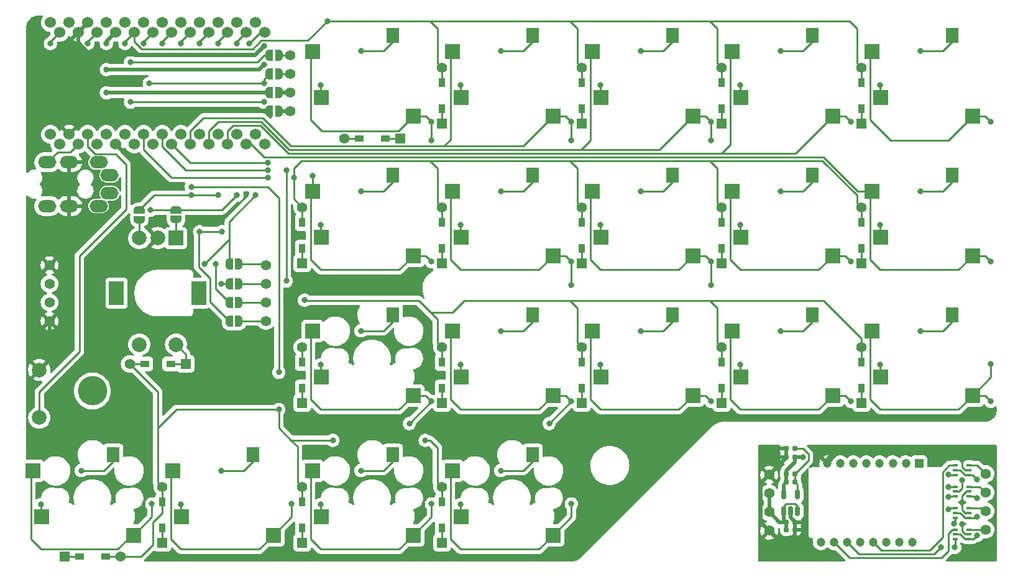
<source format=gtl>
G04 #@! TF.GenerationSoftware,KiCad,Pcbnew,(6.0.10)*
G04 #@! TF.CreationDate,2023-03-05T22:21:07-08:00*
G04 #@! TF.ProjectId,tsbym,74736279-6d2e-46b6-9963-61645f706362,rev?*
G04 #@! TF.SameCoordinates,Original*
G04 #@! TF.FileFunction,Copper,L1,Top*
G04 #@! TF.FilePolarity,Positive*
%FSLAX46Y46*%
G04 Gerber Fmt 4.6, Leading zero omitted, Abs format (unit mm)*
G04 Created by KiCad (PCBNEW (6.0.10)) date 2023-03-05 22:21:07*
%MOMM*%
%LPD*%
G01*
G04 APERTURE LIST*
G04 Aperture macros list*
%AMRoundRect*
0 Rectangle with rounded corners*
0 $1 Rounding radius*
0 $2 $3 $4 $5 $6 $7 $8 $9 X,Y pos of 4 corners*
0 Add a 4 corners polygon primitive as box body*
4,1,4,$2,$3,$4,$5,$6,$7,$8,$9,$2,$3,0*
0 Add four circle primitives for the rounded corners*
1,1,$1+$1,$2,$3*
1,1,$1+$1,$4,$5*
1,1,$1+$1,$6,$7*
1,1,$1+$1,$8,$9*
0 Add four rect primitives between the rounded corners*
20,1,$1+$1,$2,$3,$4,$5,0*
20,1,$1+$1,$4,$5,$6,$7,0*
20,1,$1+$1,$6,$7,$8,$9,0*
20,1,$1+$1,$8,$9,$2,$3,0*%
%AMFreePoly0*
4,1,22,0.500000,-0.750000,0.000000,-0.750000,0.000000,-0.745033,-0.079941,-0.743568,-0.215256,-0.701293,-0.333266,-0.622738,-0.424486,-0.514219,-0.481581,-0.384460,-0.499164,-0.250000,-0.500000,-0.250000,-0.500000,0.250000,-0.499164,0.250000,-0.499963,0.256109,-0.478152,0.396186,-0.417904,0.524511,-0.324060,0.630769,-0.204165,0.706417,-0.067858,0.745374,0.000000,0.744959,0.000000,0.750000,
0.500000,0.750000,0.500000,-0.750000,0.500000,-0.750000,$1*%
%AMFreePoly1*
4,1,20,0.000000,0.744959,0.073905,0.744508,0.209726,0.703889,0.328688,0.626782,0.421226,0.519385,0.479903,0.390333,0.500000,0.250000,0.500000,-0.250000,0.499851,-0.262216,0.476331,-0.402017,0.414519,-0.529596,0.319384,-0.634700,0.198574,-0.708877,0.061801,-0.746166,0.000000,-0.745033,0.000000,-0.750000,-0.500000,-0.750000,-0.500000,0.750000,0.000000,0.750000,0.000000,0.744959,
0.000000,0.744959,$1*%
G04 Aperture macros list end*
G04 #@! TA.AperFunction,SMDPad,CuDef*
%ADD10RoundRect,0.155000X-0.212500X-0.155000X0.212500X-0.155000X0.212500X0.155000X-0.212500X0.155000X0*%
G04 #@! TD*
G04 #@! TA.AperFunction,SMDPad,CuDef*
%ADD11R,0.950000X1.300000*%
G04 #@! TD*
G04 #@! TA.AperFunction,ComponentPad*
%ADD12R,1.397000X1.397000*%
G04 #@! TD*
G04 #@! TA.AperFunction,ComponentPad*
%ADD13C,1.397000*%
G04 #@! TD*
G04 #@! TA.AperFunction,SMDPad,CuDef*
%ADD14R,2.000000X2.000000*%
G04 #@! TD*
G04 #@! TA.AperFunction,SMDPad,CuDef*
%ADD15R,1.800000X2.000000*%
G04 #@! TD*
G04 #@! TA.AperFunction,SMDPad,CuDef*
%ADD16R,0.650000X0.400000*%
G04 #@! TD*
G04 #@! TA.AperFunction,SMDPad,CuDef*
%ADD17FreePoly0,180.000000*%
G04 #@! TD*
G04 #@! TA.AperFunction,SMDPad,CuDef*
%ADD18FreePoly1,180.000000*%
G04 #@! TD*
G04 #@! TA.AperFunction,ComponentPad*
%ADD19R,2.000000X2.000000*%
G04 #@! TD*
G04 #@! TA.AperFunction,ComponentPad*
%ADD20C,2.000000*%
G04 #@! TD*
G04 #@! TA.AperFunction,ComponentPad*
%ADD21R,2.000000X3.200000*%
G04 #@! TD*
G04 #@! TA.AperFunction,SMDPad,CuDef*
%ADD22FreePoly0,90.000000*%
G04 #@! TD*
G04 #@! TA.AperFunction,SMDPad,CuDef*
%ADD23FreePoly1,90.000000*%
G04 #@! TD*
G04 #@! TA.AperFunction,SMDPad,CuDef*
%ADD24R,1.300000X0.950000*%
G04 #@! TD*
G04 #@! TA.AperFunction,ComponentPad*
%ADD25C,1.524000*%
G04 #@! TD*
G04 #@! TA.AperFunction,SMDPad,CuDef*
%ADD26RoundRect,0.150000X0.150000X-0.512500X0.150000X0.512500X-0.150000X0.512500X-0.150000X-0.512500X0*%
G04 #@! TD*
G04 #@! TA.AperFunction,ComponentPad*
%ADD27R,1.200000X1.200000*%
G04 #@! TD*
G04 #@! TA.AperFunction,ComponentPad*
%ADD28C,1.200000*%
G04 #@! TD*
G04 #@! TA.AperFunction,SMDPad,CuDef*
%ADD29RoundRect,0.160000X-0.197500X-0.160000X0.197500X-0.160000X0.197500X0.160000X-0.197500X0.160000X0*%
G04 #@! TD*
G04 #@! TA.AperFunction,ComponentPad*
%ADD30O,2.500000X1.700000*%
G04 #@! TD*
G04 #@! TA.AperFunction,SMDPad,CuDef*
%ADD31RoundRect,0.160000X0.197500X0.160000X-0.197500X0.160000X-0.197500X-0.160000X0.197500X-0.160000X0*%
G04 #@! TD*
G04 #@! TA.AperFunction,ComponentPad*
%ADD32C,0.500000*%
G04 #@! TD*
G04 #@! TA.AperFunction,ComponentPad*
%ADD33C,4.000000*%
G04 #@! TD*
G04 #@! TA.AperFunction,SMDPad,CuDef*
%ADD34RoundRect,0.155000X0.212500X0.155000X-0.212500X0.155000X-0.212500X-0.155000X0.212500X-0.155000X0*%
G04 #@! TD*
G04 #@! TA.AperFunction,ViaPad*
%ADD35C,0.800000*%
G04 #@! TD*
G04 #@! TA.AperFunction,Conductor*
%ADD36C,0.250000*%
G04 #@! TD*
G04 #@! TA.AperFunction,Conductor*
%ADD37C,0.500000*%
G04 #@! TD*
G04 APERTURE END LIST*
D10*
X146625500Y-117348000D03*
X147760500Y-117348000D03*
D11*
X137795000Y-59941000D03*
D12*
X137795000Y-61976000D03*
D11*
X137795000Y-56391000D03*
D13*
X137795000Y-54356000D03*
D11*
X80645000Y-98041000D03*
D12*
X80645000Y-100076000D03*
D11*
X80645000Y-94491000D03*
D13*
X80645000Y-92456000D03*
X78994000Y-60325000D03*
X78994000Y-57785000D03*
X78994000Y-55245000D03*
X78994000Y-52705000D03*
D11*
X156845000Y-78991000D03*
D12*
X156845000Y-81026000D03*
D11*
X156845000Y-75441000D03*
D13*
X156845000Y-73406000D03*
X75692000Y-88900000D03*
X75692000Y-86360000D03*
X75692000Y-83820000D03*
X75692000Y-81280000D03*
D14*
X158270000Y-90280000D03*
X171970000Y-99060000D03*
D15*
X169170000Y-88080000D03*
D14*
X159470000Y-96520000D03*
X152920000Y-60960000D03*
X139220000Y-52180000D03*
X140420000Y-58420000D03*
D15*
X150120000Y-49980000D03*
D16*
X171511000Y-112791000D03*
X171511000Y-112141000D03*
X171511000Y-111491000D03*
X169611000Y-111491000D03*
X169611000Y-112141000D03*
X169611000Y-112791000D03*
D14*
X120170000Y-52180000D03*
X133870000Y-60960000D03*
D15*
X131070000Y-49980000D03*
D14*
X121370000Y-58420000D03*
D17*
X77485000Y-57785000D03*
D18*
X76185000Y-57785000D03*
D17*
X72024000Y-86360000D03*
D18*
X70724000Y-86360000D03*
D19*
X63460000Y-77590000D03*
D20*
X58460000Y-77590000D03*
X60960000Y-77590000D03*
D21*
X66560000Y-85090000D03*
X55360000Y-85090000D03*
D20*
X58460000Y-92090000D03*
X63460000Y-92090000D03*
D12*
X99695000Y-119126000D03*
D11*
X99695000Y-117091000D03*
D13*
X99695000Y-111506000D03*
D11*
X99695000Y-113541000D03*
D22*
X58470800Y-75072000D03*
D23*
X58470800Y-73772000D03*
D24*
X50295000Y-121031000D03*
D12*
X48260000Y-121031000D03*
D13*
X55880000Y-121031000D03*
D24*
X53845000Y-121031000D03*
D25*
X46355000Y-48223600D03*
X47625000Y-64770000D03*
X50165000Y-64770000D03*
X48895000Y-48223600D03*
X51435000Y-48223600D03*
X52705000Y-64770000D03*
X55245000Y-64770000D03*
X53975000Y-48223600D03*
X56515000Y-48223600D03*
X57785000Y-64770000D03*
X59055000Y-48223600D03*
X60325000Y-64770000D03*
X61595000Y-48223600D03*
X62865000Y-64770000D03*
X65405000Y-64770000D03*
X64135000Y-48223600D03*
X66675000Y-48223600D03*
X67945000Y-64770000D03*
X70485000Y-64770000D03*
X69215000Y-48223600D03*
X73025000Y-64770000D03*
X71755000Y-48223600D03*
X75565000Y-64770000D03*
X74295000Y-48223600D03*
X75565000Y-49530000D03*
X74295000Y-63443600D03*
X73025000Y-49530000D03*
X71755000Y-63443600D03*
X69215000Y-63443600D03*
X70485000Y-49530000D03*
X67945000Y-49530000D03*
X66675000Y-63443600D03*
X64135000Y-63443600D03*
X65405000Y-49530000D03*
X62865000Y-49530000D03*
X61595000Y-63443600D03*
X60325000Y-49530000D03*
X59055000Y-63443600D03*
X57785000Y-49530000D03*
X56515000Y-63443600D03*
X53975000Y-63443600D03*
X55245000Y-49530000D03*
X52705000Y-49530000D03*
X51435000Y-63443600D03*
X50165000Y-49530000D03*
X48895000Y-63443600D03*
X46355000Y-63443600D03*
X47625000Y-49530000D03*
D13*
X144272000Y-109855000D03*
X144272000Y-112395000D03*
X144272000Y-114935000D03*
X144272000Y-117475000D03*
D26*
X146243000Y-114802500D03*
X147193000Y-114802500D03*
X148143000Y-114802500D03*
X148143000Y-112527500D03*
X146243000Y-112527500D03*
D14*
X82070000Y-109330000D03*
X95770000Y-118110000D03*
D15*
X92970000Y-107130000D03*
D14*
X83270000Y-115570000D03*
D10*
X146625500Y-110871000D03*
X147760500Y-110871000D03*
D12*
X99695000Y-81026000D03*
D11*
X99695000Y-78991000D03*
X99695000Y-75441000D03*
D13*
X99695000Y-73406000D03*
D14*
X133870000Y-99060000D03*
X120170000Y-90280000D03*
X121370000Y-96520000D03*
D15*
X131070000Y-88080000D03*
D17*
X72024000Y-83820000D03*
D18*
X70724000Y-83820000D03*
D14*
X43970000Y-109330000D03*
X57670000Y-118110000D03*
D15*
X54870000Y-107130000D03*
D14*
X45170000Y-115570000D03*
D11*
X99695000Y-98041000D03*
D12*
X99695000Y-100076000D03*
D11*
X99695000Y-94491000D03*
D13*
X99695000Y-92456000D03*
D16*
X171511000Y-115712000D03*
X171511000Y-115062000D03*
X171511000Y-114412000D03*
X169611000Y-114412000D03*
X169611000Y-115062000D03*
X169611000Y-115712000D03*
D27*
X164669000Y-108315000D03*
D28*
X162889000Y-108315000D03*
X161109000Y-108315000D03*
X159329000Y-108315000D03*
X157549000Y-108315000D03*
X155769000Y-108315000D03*
X153989000Y-108315000D03*
X152209000Y-108315000D03*
X151319000Y-119015000D03*
X153099000Y-119015000D03*
X154879000Y-119015000D03*
X156659000Y-119015000D03*
X158439000Y-119015000D03*
X160219000Y-119015000D03*
X161999000Y-119015000D03*
X163779000Y-119015000D03*
D22*
X63474600Y-75061600D03*
D23*
X63474600Y-73761600D03*
D11*
X118745000Y-59941000D03*
D12*
X118745000Y-61976000D03*
D11*
X118745000Y-56391000D03*
D13*
X118745000Y-54356000D03*
D14*
X158270000Y-71230000D03*
X171970000Y-80010000D03*
D15*
X169170000Y-69030000D03*
D14*
X159470000Y-77470000D03*
D10*
X146625500Y-116332000D03*
X147760500Y-116332000D03*
D24*
X91945000Y-64008000D03*
D12*
X93980000Y-64008000D03*
D13*
X86360000Y-64008000D03*
D24*
X88395000Y-64008000D03*
D14*
X133870000Y-80010000D03*
X120170000Y-71230000D03*
D15*
X131070000Y-69030000D03*
D14*
X121370000Y-77470000D03*
D29*
X146595500Y-109728000D03*
X147790500Y-109728000D03*
D17*
X77485000Y-60325000D03*
D18*
X76185000Y-60325000D03*
D30*
X54422000Y-69006000D03*
X54422000Y-71456000D03*
X45922000Y-73206000D03*
X45922000Y-67256000D03*
X48922000Y-73206000D03*
X48922000Y-67256000D03*
X52922000Y-73206000D03*
X52922000Y-67256000D03*
D12*
X118745000Y-81026000D03*
D11*
X118745000Y-78991000D03*
D13*
X118745000Y-73406000D03*
D11*
X118745000Y-75441000D03*
D17*
X77485000Y-52705000D03*
D18*
X76185000Y-52705000D03*
D14*
X114820000Y-80010000D03*
X101120000Y-71230000D03*
X102320000Y-77470000D03*
D15*
X112020000Y-69030000D03*
D12*
X99695000Y-61976000D03*
D11*
X99695000Y-59941000D03*
X99695000Y-56391000D03*
D13*
X99695000Y-54356000D03*
D31*
X147790500Y-106299000D03*
X146595500Y-106299000D03*
D12*
X80645000Y-81026000D03*
D11*
X80645000Y-78991000D03*
D13*
X80645000Y-73406000D03*
D11*
X80645000Y-75441000D03*
D20*
X44831000Y-102056000D03*
X44831000Y-95556000D03*
D11*
X137795000Y-78991000D03*
D12*
X137795000Y-81026000D03*
D11*
X137795000Y-75441000D03*
D13*
X137795000Y-73406000D03*
D11*
X118745000Y-98041000D03*
D12*
X118745000Y-100076000D03*
D11*
X118745000Y-94491000D03*
D13*
X118745000Y-92456000D03*
D17*
X72024000Y-88900000D03*
D18*
X70724000Y-88900000D03*
D12*
X156845000Y-100076000D03*
D11*
X156845000Y-98041000D03*
X156845000Y-94491000D03*
D13*
X156845000Y-92456000D03*
D32*
X51010000Y-99485000D03*
X50570000Y-98425000D03*
X52070000Y-96925000D03*
X53130000Y-99485000D03*
X51010000Y-97365000D03*
D33*
X52070000Y-98425000D03*
D32*
X52070000Y-99925000D03*
X53570000Y-98425000D03*
X53130000Y-97365000D03*
D14*
X82070000Y-52180000D03*
X95770000Y-60960000D03*
D15*
X92970000Y-49980000D03*
D14*
X83270000Y-58420000D03*
D13*
X173736000Y-117348000D03*
X173736000Y-114808000D03*
X173736000Y-112268000D03*
X173736000Y-109728000D03*
D14*
X82070000Y-90280000D03*
X95770000Y-99060000D03*
X83270000Y-96520000D03*
D15*
X92970000Y-88080000D03*
D11*
X156845000Y-59941000D03*
D12*
X156845000Y-61976000D03*
D13*
X156845000Y-54356000D03*
D11*
X156845000Y-56391000D03*
D14*
X101120000Y-109330000D03*
X114820000Y-118110000D03*
D15*
X112020000Y-107130000D03*
D14*
X102320000Y-115570000D03*
X63020000Y-109330000D03*
X76720000Y-118110000D03*
X64220000Y-115570000D03*
D15*
X73920000Y-107130000D03*
D13*
X46228000Y-81280000D03*
X46228000Y-83820000D03*
X46228000Y-86360000D03*
X46228000Y-88900000D03*
D14*
X95770000Y-80010000D03*
X82070000Y-71230000D03*
X83270000Y-77470000D03*
D15*
X92970000Y-69030000D03*
D24*
X62735000Y-94742000D03*
D12*
X64770000Y-94742000D03*
D13*
X57150000Y-94742000D03*
D24*
X59185000Y-94742000D03*
D14*
X171970000Y-60960000D03*
X158270000Y-52180000D03*
X159470000Y-58420000D03*
D15*
X169170000Y-49980000D03*
D17*
X72024000Y-81153000D03*
D18*
X70724000Y-81153000D03*
D12*
X61595000Y-119126000D03*
D11*
X61595000Y-117091000D03*
X61595000Y-113541000D03*
D13*
X61595000Y-111506000D03*
D34*
X147760500Y-107442000D03*
X146625500Y-107442000D03*
D16*
X171511000Y-109870000D03*
X171511000Y-109220000D03*
X171511000Y-108570000D03*
X169611000Y-108570000D03*
X169611000Y-109220000D03*
X169611000Y-109870000D03*
D11*
X137795000Y-98041000D03*
D12*
X137795000Y-100076000D03*
D11*
X137795000Y-94491000D03*
D13*
X137795000Y-92456000D03*
D14*
X101120000Y-52180000D03*
X114820000Y-60960000D03*
X102320000Y-58420000D03*
D15*
X112020000Y-49980000D03*
D14*
X101120000Y-90280000D03*
X114820000Y-99060000D03*
D15*
X112020000Y-88080000D03*
D14*
X102320000Y-96520000D03*
D12*
X80645000Y-119126000D03*
D11*
X80645000Y-117091000D03*
D13*
X80645000Y-111506000D03*
D11*
X80645000Y-113541000D03*
D14*
X139220000Y-71230000D03*
X152920000Y-80010000D03*
X140420000Y-77470000D03*
D15*
X150120000Y-69030000D03*
D16*
X171511000Y-118633000D03*
X171511000Y-117983000D03*
X171511000Y-117333000D03*
X169611000Y-117333000D03*
X169611000Y-117983000D03*
X169611000Y-118633000D03*
D14*
X152920000Y-99060000D03*
X139220000Y-90280000D03*
X140420000Y-96520000D03*
D15*
X150120000Y-88080000D03*
D17*
X77485000Y-55245000D03*
D18*
X76185000Y-55245000D03*
D35*
X46355000Y-51054000D03*
X98270000Y-64290000D03*
X98270000Y-99850000D03*
X95250000Y-102870000D03*
X82042000Y-69088000D03*
X75946000Y-67310000D03*
X98270000Y-80800000D03*
X98270000Y-61750000D03*
X117320000Y-64290000D03*
X117320000Y-80800000D03*
X114300000Y-102870000D03*
X117320000Y-61750000D03*
X117320000Y-83975000D03*
X117320000Y-99850000D03*
X60170000Y-113820000D03*
X136370000Y-99850000D03*
X136370000Y-80800000D03*
X136370000Y-64290000D03*
X136370000Y-61750000D03*
X136370000Y-83975000D03*
X79220000Y-113820000D03*
X155420000Y-99850000D03*
X98270000Y-113820000D03*
X155420000Y-80800000D03*
X155420000Y-61750000D03*
X117320000Y-113820000D03*
X174470000Y-94770000D03*
X174458000Y-99850000D03*
X174470000Y-61750000D03*
X174470000Y-80800000D03*
X88646000Y-52070000D03*
X83185000Y-56769000D03*
X84074000Y-48006000D03*
X56515000Y-51054000D03*
X107696000Y-52070000D03*
X102235000Y-56769000D03*
X75946000Y-69342000D03*
X79502000Y-69342000D03*
X59055000Y-51054000D03*
X121285000Y-56769000D03*
X126740000Y-52076000D03*
X80962500Y-86042500D03*
X75946000Y-68326000D03*
X78486000Y-83439000D03*
X61595000Y-51054000D03*
X78486000Y-68326000D03*
X140335000Y-56769000D03*
X145790000Y-52076000D03*
X77470000Y-95885000D03*
X77470000Y-100965000D03*
X64135000Y-51054000D03*
X97409000Y-105156000D03*
X65532000Y-70612000D03*
X84836000Y-105156000D03*
X164840000Y-52076000D03*
X159385000Y-56769000D03*
X88640000Y-71178000D03*
X83185000Y-75819000D03*
X102235000Y-75819000D03*
X107690000Y-71178000D03*
X121285000Y-75819000D03*
X126740000Y-71178000D03*
X140335000Y-75819000D03*
X145790000Y-71178000D03*
X159385000Y-75819000D03*
X164840000Y-71178000D03*
X88640000Y-90228000D03*
X83185000Y-94869000D03*
X107690000Y-90228000D03*
X102235000Y-94869000D03*
X126740000Y-90228000D03*
X121285000Y-94869000D03*
X140335000Y-94869000D03*
X145790000Y-90228000D03*
X159385000Y-94869000D03*
X164840000Y-90228000D03*
X50540000Y-109278000D03*
X45085000Y-113919000D03*
X64135000Y-113919000D03*
X69590000Y-109278000D03*
X75438000Y-53975000D03*
X53975000Y-51054000D03*
X53975000Y-57785000D03*
X53975000Y-54610000D03*
X52197000Y-60325000D03*
X52197000Y-52578000D03*
X48895000Y-60325000D03*
X75438000Y-51435000D03*
X48895000Y-51054000D03*
X117348000Y-117602000D03*
X51435000Y-51054000D03*
X66675000Y-51054000D03*
X69723000Y-76708000D03*
X66675000Y-76708000D03*
X69215000Y-71755000D03*
X65532000Y-71755000D03*
X69596000Y-83820000D03*
X69215000Y-51054000D03*
X68834000Y-81153000D03*
X59944000Y-73787000D03*
X71755000Y-71755000D03*
X71755000Y-51054000D03*
X74295000Y-71755000D03*
X73406000Y-51054000D03*
X67310000Y-81153000D03*
X83185000Y-113919000D03*
X88640000Y-109278000D03*
X107690000Y-109278000D03*
X102235000Y-113919000D03*
X59817000Y-56515000D03*
X75438000Y-56515000D03*
X57277000Y-59055000D03*
X57277000Y-53594000D03*
X75438000Y-59055000D03*
X168656000Y-111506000D03*
X168656000Y-114554000D03*
X167640000Y-119761000D03*
X170561000Y-113665000D03*
X170561000Y-107823000D03*
X170561000Y-116586000D03*
X170561000Y-110617000D03*
X172593000Y-113030000D03*
X172593000Y-110490000D03*
X172593000Y-118110000D03*
X172593000Y-115570000D03*
X169545000Y-119761000D03*
X148844000Y-107442000D03*
X168656000Y-109855000D03*
X168656000Y-112903000D03*
X169481500Y-116522500D03*
D36*
X46355000Y-51054000D02*
X46355000Y-50800000D01*
X46355000Y-50800000D02*
X47625000Y-49530000D01*
X97480000Y-80010000D02*
X98270000Y-80800000D01*
X95250000Y-102870000D02*
X98270000Y-99850000D01*
X93865000Y-100965000D02*
X83185000Y-100965000D01*
X83304989Y-62984989D02*
X93745011Y-62984989D01*
X95770000Y-99060000D02*
X93865000Y-100965000D01*
X83185000Y-81915000D02*
X81788000Y-80518000D01*
X93745011Y-62984989D02*
X95770000Y-60960000D01*
X65405000Y-67310000D02*
X75946000Y-67310000D01*
X97480000Y-99060000D02*
X98270000Y-99850000D01*
X82070000Y-52180000D02*
X81788000Y-52462000D01*
X95770000Y-80010000D02*
X97480000Y-80010000D01*
X97480000Y-60960000D02*
X98270000Y-61750000D01*
X81788000Y-61468000D02*
X83304989Y-62984989D01*
X95770000Y-99060000D02*
X97480000Y-99060000D01*
X81788000Y-80518000D02*
X81788000Y-71512000D01*
X81788000Y-52462000D02*
X81788000Y-61468000D01*
X98270000Y-61750000D02*
X98270000Y-64290000D01*
X82042000Y-69088000D02*
X82042000Y-71202000D01*
X95770000Y-80010000D02*
X93865000Y-81915000D01*
X93865000Y-81915000D02*
X83185000Y-81915000D01*
X81788000Y-99568000D02*
X81788000Y-90562000D01*
X62865000Y-64770000D02*
X65405000Y-67310000D01*
X83185000Y-100965000D02*
X81788000Y-99568000D01*
X95770000Y-60960000D02*
X97480000Y-60960000D01*
X116530000Y-99060000D02*
X117320000Y-99850000D01*
X116530000Y-60960000D02*
X117320000Y-61750000D01*
X45085000Y-120015000D02*
X45092011Y-120007989D01*
X65405000Y-62992000D02*
X67183000Y-61214000D01*
X117320000Y-61750000D02*
X117320000Y-64290000D01*
X114820000Y-99060000D02*
X112915000Y-100965000D01*
X100838000Y-52462000D02*
X100838000Y-64149022D01*
X60170000Y-115610000D02*
X57670000Y-118110000D01*
X60170000Y-113820000D02*
X60170000Y-115610000D01*
X99956011Y-65031011D02*
X110748989Y-65031011D01*
X112915000Y-100965000D02*
X102235000Y-100965000D01*
X75311000Y-61214000D02*
X79128011Y-65031011D01*
X101120000Y-52180000D02*
X100838000Y-52462000D01*
X55506011Y-120007989D02*
X57404000Y-118110000D01*
X43688000Y-118618000D02*
X45085000Y-120015000D01*
X100838000Y-99568000D02*
X100838000Y-90562000D01*
X57404000Y-118110000D02*
X57670000Y-118110000D01*
X100838000Y-80518000D02*
X100838000Y-71512000D01*
X100838000Y-90562000D02*
X101120000Y-90280000D01*
X114820000Y-80010000D02*
X112915000Y-81915000D01*
X117320000Y-80800000D02*
X117320000Y-83975000D01*
X79128011Y-65031011D02*
X99956011Y-65031011D01*
X43688000Y-109612000D02*
X43688000Y-118618000D01*
X114820000Y-99060000D02*
X116530000Y-99060000D01*
X65405000Y-64770000D02*
X65405000Y-62992000D01*
X102235000Y-100965000D02*
X100838000Y-99568000D01*
X114300000Y-102870000D02*
X117320000Y-99850000D01*
X102235000Y-81915000D02*
X100838000Y-80518000D01*
X45092011Y-120007989D02*
X55506011Y-120007989D01*
X67183000Y-61214000D02*
X75311000Y-61214000D01*
X116530000Y-80010000D02*
X117320000Y-80800000D01*
X114820000Y-80010000D02*
X116530000Y-80010000D01*
X110748989Y-65031011D02*
X114820000Y-60960000D01*
X112915000Y-81915000D02*
X102235000Y-81915000D01*
X114820000Y-60960000D02*
X116530000Y-60960000D01*
X100838000Y-64149022D02*
X99956011Y-65031011D01*
X64135000Y-120015000D02*
X62738000Y-118618000D01*
X76720000Y-118110000D02*
X74815000Y-120015000D01*
X133870000Y-80010000D02*
X131965000Y-81915000D01*
X78867000Y-65532000D02*
X118618000Y-65532000D01*
X67945000Y-62992000D02*
X69215000Y-61722000D01*
X135580000Y-80010000D02*
X136370000Y-80800000D01*
X119888000Y-99568000D02*
X119888000Y-90562000D01*
X69215000Y-61722000D02*
X75057000Y-61722000D01*
X118618000Y-65532000D02*
X129298000Y-65532000D01*
X133870000Y-80010000D02*
X135580000Y-80010000D01*
X135580000Y-60960000D02*
X136370000Y-61750000D01*
X121285000Y-100965000D02*
X119888000Y-99568000D01*
X131965000Y-81915000D02*
X121285000Y-81915000D01*
X79220000Y-115610000D02*
X76720000Y-118110000D01*
X133870000Y-99060000D02*
X131965000Y-100965000D01*
X119888000Y-52462000D02*
X119888000Y-64262000D01*
X136370000Y-80800000D02*
X136370000Y-83975000D01*
X133870000Y-99060000D02*
X135580000Y-99060000D01*
X129298000Y-65532000D02*
X133870000Y-60960000D01*
X133870000Y-60960000D02*
X135580000Y-60960000D01*
X135580000Y-99060000D02*
X136370000Y-99850000D01*
X119888000Y-71512000D02*
X119888000Y-80518000D01*
X62738000Y-118618000D02*
X62738000Y-109612000D01*
X79220000Y-113820000D02*
X79220000Y-115610000D01*
X119888000Y-64262000D02*
X118618000Y-65532000D01*
X67945000Y-64770000D02*
X67945000Y-62992000D01*
X74815000Y-120015000D02*
X64135000Y-120015000D01*
X120170000Y-52180000D02*
X119888000Y-52462000D01*
X75057000Y-61722000D02*
X78867000Y-65532000D01*
X131965000Y-100965000D02*
X121285000Y-100965000D01*
X136370000Y-61750000D02*
X136370000Y-64290000D01*
X121285000Y-81915000D02*
X119888000Y-80518000D01*
X147840000Y-66040000D02*
X152920000Y-60960000D01*
X154630000Y-99060000D02*
X155420000Y-99850000D01*
X98270000Y-115610000D02*
X95770000Y-118110000D01*
X152920000Y-99060000D02*
X154630000Y-99060000D01*
X154630000Y-60960000D02*
X155420000Y-61750000D01*
X152920000Y-60960000D02*
X154630000Y-60960000D01*
X95770000Y-118110000D02*
X93865000Y-120015000D01*
X93865000Y-120015000D02*
X83185000Y-120015000D01*
X151015000Y-100965000D02*
X140335000Y-100965000D01*
X81788000Y-118618000D02*
X81788000Y-109612000D01*
X140335000Y-100965000D02*
X138938000Y-99568000D01*
X98270000Y-113820000D02*
X98270000Y-115610000D01*
X154630000Y-80010000D02*
X155420000Y-80800000D01*
X152920000Y-99060000D02*
X151015000Y-100965000D01*
X140335000Y-81915000D02*
X138938000Y-80518000D01*
X138938000Y-64897000D02*
X137795000Y-66040000D01*
X70485000Y-62992000D02*
X71247000Y-62230000D01*
X71247000Y-62230000D02*
X74929282Y-62230000D01*
X83185000Y-120015000D02*
X81788000Y-118618000D01*
X138938000Y-52462000D02*
X138938000Y-64897000D01*
X139220000Y-52180000D02*
X138938000Y-52462000D01*
X138938000Y-80518000D02*
X138938000Y-71512000D01*
X137795000Y-66040000D02*
X147840000Y-66040000D01*
X74929282Y-62230000D02*
X78739282Y-66040000D01*
X151015000Y-81915000D02*
X140335000Y-81915000D01*
X152920000Y-80010000D02*
X151015000Y-81915000D01*
X152920000Y-80010000D02*
X154630000Y-80010000D01*
X70485000Y-64770000D02*
X70485000Y-62992000D01*
X78739282Y-66040000D02*
X137795000Y-66040000D01*
X138938000Y-99568000D02*
X138938000Y-90562000D01*
X151638718Y-66548000D02*
X156320718Y-71230000D01*
X170065000Y-100965000D02*
X159385000Y-100965000D01*
X157988000Y-52462000D02*
X157988000Y-61468000D01*
X173680000Y-60960000D02*
X174470000Y-61750000D01*
X114820000Y-118110000D02*
X112915000Y-120015000D01*
X171958000Y-99060000D02*
X173668000Y-99060000D01*
X117320000Y-115610000D02*
X114820000Y-118110000D01*
X102235000Y-120015000D02*
X100838000Y-118618000D01*
X170065000Y-81915000D02*
X159385000Y-81915000D01*
X157988000Y-99568000D02*
X157988000Y-90562000D01*
X171970000Y-99060000D02*
X170065000Y-100965000D01*
X168668000Y-64262000D02*
X171970000Y-60960000D01*
X75438000Y-66548000D02*
X151638718Y-66548000D01*
X173668000Y-99060000D02*
X174458000Y-99850000D01*
X171970000Y-80010000D02*
X170065000Y-81915000D01*
X112915000Y-120015000D02*
X102235000Y-120015000D01*
X159385000Y-81915000D02*
X157988000Y-80518000D01*
X73660000Y-64770000D02*
X75438000Y-66548000D01*
X156320718Y-71230000D02*
X158270000Y-71230000D01*
X117320000Y-113820000D02*
X117320000Y-115610000D01*
X160782000Y-64262000D02*
X168668000Y-64262000D01*
X157988000Y-80518000D02*
X157988000Y-71512000D01*
X171970000Y-99060000D02*
X174470000Y-96560000D01*
X171970000Y-80010000D02*
X173680000Y-80010000D01*
X100838000Y-118618000D02*
X100838000Y-109612000D01*
X158270000Y-52180000D02*
X157988000Y-52462000D01*
X173680000Y-80010000D02*
X174470000Y-80800000D01*
X159385000Y-100965000D02*
X157988000Y-99568000D01*
X174470000Y-96560000D02*
X174470000Y-94770000D01*
X157988000Y-61468000D02*
X160782000Y-64262000D01*
X171970000Y-60960000D02*
X173680000Y-60960000D01*
X83185000Y-58335000D02*
X83270000Y-58420000D01*
X92970000Y-50794000D02*
X91694000Y-52070000D01*
X92970000Y-49980000D02*
X92970000Y-50794000D01*
X91694000Y-52070000D02*
X88646000Y-52070000D01*
X91945000Y-64008000D02*
X93980000Y-64008000D01*
X83185000Y-56769000D02*
X83185000Y-58335000D01*
X137160000Y-53721000D02*
X137160000Y-49022000D01*
X73914000Y-51816000D02*
X75057000Y-50673000D01*
X137795000Y-54356000D02*
X137160000Y-53721000D01*
X58792386Y-51816000D02*
X73914000Y-51816000D01*
X99060000Y-53721000D02*
X99695000Y-54356000D01*
X56515000Y-50800000D02*
X57785000Y-49530000D01*
X84074000Y-48006000D02*
X136144000Y-48006000D01*
X118745000Y-56391000D02*
X118745000Y-54356000D01*
X99695000Y-56391000D02*
X99695000Y-54356000D01*
X56515000Y-51054000D02*
X56515000Y-50800000D01*
X156845000Y-54356000D02*
X156845000Y-56391000D01*
X75057000Y-50673000D02*
X81407000Y-50673000D01*
X118745000Y-54356000D02*
X118110000Y-53721000D01*
X81407000Y-50673000D02*
X84074000Y-48006000D01*
X57785000Y-49530000D02*
X57785000Y-50808614D01*
X118110000Y-53721000D02*
X118110000Y-49022000D01*
X86360000Y-64008000D02*
X88395000Y-64008000D01*
X137160000Y-49022000D02*
X136144000Y-48006000D01*
X136144000Y-48006000D02*
X155194000Y-48006000D01*
X156210000Y-49022000D02*
X155194000Y-48006000D01*
X156845000Y-54356000D02*
X156210000Y-53721000D01*
X99060000Y-49022000D02*
X98044000Y-48006000D01*
X118110000Y-49022000D02*
X117094000Y-48006000D01*
X99060000Y-53721000D02*
X99060000Y-49022000D01*
X156210000Y-53721000D02*
X156210000Y-49022000D01*
X137795000Y-54356000D02*
X137795000Y-56391000D01*
X57785000Y-50808614D02*
X58792386Y-51816000D01*
X102235000Y-58335000D02*
X102320000Y-58420000D01*
X110744000Y-52070000D02*
X107696000Y-52070000D01*
X112020000Y-50794000D02*
X110744000Y-52070000D01*
X99695000Y-59941000D02*
X99695000Y-61976000D01*
X102235000Y-56769000D02*
X102235000Y-58335000D01*
X112020000Y-49980000D02*
X112020000Y-50794000D01*
X59055000Y-63443600D02*
X59055000Y-65532000D01*
X59055000Y-51054000D02*
X59055000Y-50800000D01*
X137795000Y-75441000D02*
X137795000Y-73406000D01*
X151511000Y-67056000D02*
X156210000Y-71755000D01*
X80645000Y-75441000D02*
X80645000Y-73406000D01*
X137795000Y-73406000D02*
X137160000Y-72771000D01*
X99695000Y-75441000D02*
X99695000Y-73406000D01*
X99060000Y-72771000D02*
X99060000Y-68072000D01*
X80518000Y-67056000D02*
X117094000Y-67056000D01*
X79502000Y-72263000D02*
X79502000Y-68072000D01*
X137160000Y-68072000D02*
X136144000Y-67056000D01*
X118110000Y-68072000D02*
X117094000Y-67056000D01*
X99060000Y-72771000D02*
X99695000Y-73406000D01*
X79502000Y-68072000D02*
X80518000Y-67056000D01*
X156210000Y-72771000D02*
X156210000Y-71755000D01*
X117094000Y-67056000D02*
X151511000Y-67056000D01*
X99060000Y-68072000D02*
X98044000Y-67056000D01*
X79502000Y-72263000D02*
X80645000Y-73406000D01*
X118110000Y-72771000D02*
X118110000Y-68072000D01*
X59055000Y-50800000D02*
X60325000Y-49530000D01*
X137160000Y-72771000D02*
X137160000Y-68072000D01*
X156845000Y-75441000D02*
X156845000Y-73406000D01*
X59055000Y-65532000D02*
X62865000Y-69342000D01*
X118745000Y-73406000D02*
X118745000Y-75441000D01*
X62865000Y-69342000D02*
X75946000Y-69342000D01*
X156845000Y-73406000D02*
X156210000Y-72771000D01*
X118745000Y-73406000D02*
X118110000Y-72771000D01*
X118745000Y-59941000D02*
X118745000Y-61976000D01*
X129788000Y-52076000D02*
X126740000Y-52076000D01*
X131064000Y-49986000D02*
X131064000Y-50800000D01*
X131064000Y-50800000D02*
X129788000Y-52076000D01*
X121285000Y-58335000D02*
X121370000Y-58420000D01*
X121285000Y-56769000D02*
X121285000Y-58335000D01*
X137160000Y-87122000D02*
X136144000Y-86106000D01*
X118745000Y-92456000D02*
X118110000Y-91821000D01*
X99695000Y-92456000D02*
X99060000Y-91821000D01*
X137795000Y-92456000D02*
X137160000Y-91821000D01*
X61595000Y-63443600D02*
X61595000Y-65151000D01*
X81026000Y-86106000D02*
X96520000Y-86106000D01*
X101092000Y-87757000D02*
X98171000Y-87757000D01*
X117094000Y-86106000D02*
X136144000Y-86106000D01*
X136144000Y-86106000D02*
X151638000Y-86106000D01*
X118110000Y-91821000D02*
X118110000Y-87122000D01*
X96520000Y-86106000D02*
X99060000Y-88646000D01*
X80962500Y-86042500D02*
X81026000Y-86106000D01*
X118110000Y-87122000D02*
X117094000Y-86106000D01*
X78486000Y-68326000D02*
X78486000Y-83439000D01*
X64770000Y-68326000D02*
X75946000Y-68326000D01*
X156845000Y-91313000D02*
X151638000Y-86106000D01*
X99060000Y-91821000D02*
X99060000Y-88646000D01*
X102743000Y-86106000D02*
X117094000Y-86106000D01*
X61595000Y-51054000D02*
X61595000Y-50800000D01*
X137795000Y-92456000D02*
X137795000Y-94491000D01*
X118745000Y-92456000D02*
X118745000Y-94491000D01*
X137160000Y-91821000D02*
X137160000Y-87122000D01*
X61595000Y-65151000D02*
X64770000Y-68326000D01*
X99695000Y-92456000D02*
X99695000Y-94491000D01*
X156845000Y-92456000D02*
X156845000Y-94491000D01*
X80645000Y-94491000D02*
X80645000Y-92456000D01*
X102743000Y-86106000D02*
X101092000Y-87757000D01*
X61595000Y-50800000D02*
X62865000Y-49530000D01*
X156845000Y-92456000D02*
X156845000Y-91313000D01*
X140335000Y-58335000D02*
X140420000Y-58420000D01*
X140335000Y-56769000D02*
X140335000Y-58335000D01*
X148838000Y-52076000D02*
X145790000Y-52076000D01*
X137795000Y-59941000D02*
X137795000Y-61976000D01*
X150114000Y-49986000D02*
X150114000Y-50800000D01*
X150114000Y-50800000D02*
X148838000Y-52076000D01*
X99060000Y-106172000D02*
X98044000Y-105156000D01*
X79121000Y-105156000D02*
X80010000Y-106045000D01*
X58674000Y-121031000D02*
X60325000Y-119380000D01*
X79121000Y-105156000D02*
X84836000Y-105156000D01*
X99060000Y-110871000D02*
X99060000Y-106172000D01*
X60325000Y-119380000D02*
X60325000Y-116332000D01*
X60960000Y-98552000D02*
X57150000Y-94742000D01*
X61595000Y-113541000D02*
X61595000Y-111506000D01*
X77470000Y-103505000D02*
X77470000Y-100965000D01*
X55880000Y-121031000D02*
X58674000Y-121031000D01*
X61595000Y-111506000D02*
X60960000Y-110871000D01*
X77470000Y-72136000D02*
X77470000Y-95885000D01*
X64135000Y-50800000D02*
X65405000Y-49530000D01*
X80645000Y-113541000D02*
X80645000Y-111506000D01*
X99695000Y-111506000D02*
X99060000Y-110871000D01*
X75946000Y-70612000D02*
X77470000Y-72136000D01*
X59185000Y-94742000D02*
X57150000Y-94742000D01*
X53845000Y-121031000D02*
X55880000Y-121031000D01*
X61595000Y-115062000D02*
X61595000Y-113541000D01*
X77470000Y-100965000D02*
X63500000Y-100965000D01*
X65532000Y-70612000D02*
X75946000Y-70612000D01*
X80010000Y-110871000D02*
X80645000Y-111506000D01*
X60960000Y-110871000D02*
X60960000Y-103505000D01*
X97409000Y-105156000D02*
X98044000Y-105156000D01*
X60325000Y-116332000D02*
X61595000Y-115062000D01*
X80010000Y-106045000D02*
X80010000Y-110871000D01*
X79121000Y-105156000D02*
X77470000Y-103505000D01*
X63500000Y-100965000D02*
X60960000Y-103505000D01*
X64135000Y-51054000D02*
X64135000Y-50800000D01*
X99695000Y-113541000D02*
X99695000Y-111506000D01*
X60960000Y-103505000D02*
X60960000Y-98552000D01*
X167888000Y-52076000D02*
X164840000Y-52076000D01*
X169164000Y-50800000D02*
X167888000Y-52076000D01*
X156845000Y-59941000D02*
X156845000Y-61976000D01*
X159385000Y-56769000D02*
X159385000Y-58335000D01*
X159385000Y-58335000D02*
X159470000Y-58420000D01*
X169164000Y-49986000D02*
X169164000Y-50800000D01*
X83185000Y-75819000D02*
X83185000Y-77385000D01*
X92964000Y-69902000D02*
X91688000Y-71178000D01*
X83185000Y-77385000D02*
X83270000Y-77470000D01*
X80645000Y-81026000D02*
X80645000Y-78991000D01*
X92964000Y-69088000D02*
X92964000Y-69902000D01*
X91688000Y-71178000D02*
X88640000Y-71178000D01*
X99695000Y-81026000D02*
X99695000Y-78991000D01*
X112014000Y-69902000D02*
X110738000Y-71178000D01*
X112014000Y-69088000D02*
X112014000Y-69902000D01*
X110738000Y-71178000D02*
X107690000Y-71178000D01*
X102235000Y-77385000D02*
X102320000Y-77470000D01*
X102235000Y-75819000D02*
X102235000Y-77385000D01*
X129788000Y-71178000D02*
X126740000Y-71178000D01*
X118745000Y-78991000D02*
X118745000Y-81026000D01*
X131064000Y-69088000D02*
X131064000Y-69902000D01*
X121285000Y-77385000D02*
X121370000Y-77470000D01*
X121285000Y-75819000D02*
X121285000Y-77385000D01*
X131064000Y-69902000D02*
X129788000Y-71178000D01*
X140335000Y-75819000D02*
X140335000Y-77385000D01*
X140335000Y-77385000D02*
X140420000Y-77470000D01*
X137795000Y-78991000D02*
X137795000Y-81026000D01*
X148838000Y-71178000D02*
X145790000Y-71178000D01*
X150114000Y-69088000D02*
X150114000Y-69902000D01*
X150114000Y-69902000D02*
X148838000Y-71178000D01*
X159385000Y-77385000D02*
X159470000Y-77470000D01*
X169164000Y-69902000D02*
X167888000Y-71178000D01*
X156845000Y-78991000D02*
X156845000Y-81026000D01*
X167888000Y-71178000D02*
X164840000Y-71178000D01*
X169164000Y-69088000D02*
X169164000Y-69902000D01*
X159385000Y-75819000D02*
X159385000Y-77385000D01*
X80645000Y-98041000D02*
X80645000Y-100076000D01*
X83185000Y-94869000D02*
X83185000Y-96435000D01*
X92964000Y-88952000D02*
X91688000Y-90228000D01*
X91688000Y-90228000D02*
X88640000Y-90228000D01*
X92964000Y-88138000D02*
X92964000Y-88952000D01*
X83185000Y-96435000D02*
X83270000Y-96520000D01*
X112014000Y-88952000D02*
X110738000Y-90228000D01*
X99695000Y-98041000D02*
X99695000Y-100076000D01*
X102235000Y-96435000D02*
X102320000Y-96520000D01*
X110738000Y-90228000D02*
X107690000Y-90228000D01*
X102235000Y-94869000D02*
X102235000Y-96435000D01*
X112014000Y-88138000D02*
X112014000Y-88952000D01*
X131064000Y-88952000D02*
X129788000Y-90228000D01*
X129788000Y-90228000D02*
X126740000Y-90228000D01*
X118745000Y-98041000D02*
X118745000Y-100076000D01*
X131064000Y-88138000D02*
X131064000Y-88952000D01*
X121285000Y-94869000D02*
X121285000Y-96435000D01*
X121285000Y-96435000D02*
X121370000Y-96520000D01*
X150114000Y-88138000D02*
X150114000Y-88952000D01*
X140335000Y-96435000D02*
X140420000Y-96520000D01*
X148838000Y-90228000D02*
X145790000Y-90228000D01*
X140335000Y-94869000D02*
X140335000Y-96435000D01*
X137795000Y-98041000D02*
X137795000Y-100076000D01*
X150114000Y-88952000D02*
X148838000Y-90228000D01*
X159385000Y-94869000D02*
X159385000Y-96435000D01*
X167888000Y-90228000D02*
X164840000Y-90228000D01*
X169164000Y-88952000D02*
X167888000Y-90228000D01*
X159385000Y-96435000D02*
X159470000Y-96520000D01*
X156845000Y-98041000D02*
X156845000Y-100076000D01*
X169164000Y-88138000D02*
X169164000Y-88952000D01*
X63460000Y-92090000D02*
X64770000Y-93400000D01*
X62735000Y-94742000D02*
X64770000Y-94742000D01*
X64770000Y-93400000D02*
X64770000Y-94742000D01*
X53588000Y-109278000D02*
X50540000Y-109278000D01*
X54864000Y-108002000D02*
X53588000Y-109278000D01*
X54864000Y-107188000D02*
X54864000Y-108002000D01*
X50295000Y-121031000D02*
X48260000Y-121031000D01*
X45085000Y-113919000D02*
X45085000Y-115485000D01*
X73914000Y-107188000D02*
X73914000Y-108002000D01*
X64135000Y-113919000D02*
X64135000Y-115485000D01*
X61595000Y-117091000D02*
X61595000Y-119126000D01*
X72638000Y-109278000D02*
X69590000Y-109278000D01*
X73914000Y-108002000D02*
X72638000Y-109278000D01*
D37*
X74803000Y-54610000D02*
X53975000Y-54610000D01*
X76185000Y-57785000D02*
X53975000Y-57785000D01*
X53975000Y-50800000D02*
X55245000Y-49530000D01*
X53975000Y-51054000D02*
X53975000Y-50800000D01*
X75438000Y-53975000D02*
X74803000Y-54610000D01*
D36*
X49078489Y-65856511D02*
X47321489Y-65856511D01*
X47321489Y-65856511D02*
X45922000Y-67256000D01*
X50165000Y-64770000D02*
X49078489Y-65856511D01*
D37*
X50165000Y-50985391D02*
X51757610Y-52578000D01*
X52197000Y-60325000D02*
X48895000Y-60325000D01*
X74295000Y-52578000D02*
X52197000Y-52578000D01*
X75438000Y-51435000D02*
X74295000Y-52578000D01*
X76185000Y-60325000D02*
X52197000Y-60325000D01*
X48922000Y-86206000D02*
X46228000Y-88900000D01*
X48922000Y-78586000D02*
X46228000Y-81280000D01*
X48895000Y-51054000D02*
X48895000Y-50800000D01*
X48895000Y-50800000D02*
X50165000Y-49530000D01*
X52197000Y-52578000D02*
X51757610Y-52578000D01*
X46228000Y-94159000D02*
X44831000Y-95556000D01*
X48922000Y-73206000D02*
X48922000Y-86206000D01*
X50165000Y-49530000D02*
X50165000Y-50985391D01*
X46228000Y-88900000D02*
X46228000Y-94159000D01*
D36*
X50292000Y-93091000D02*
X44831000Y-98552000D01*
X52415480Y-66131480D02*
X55209480Y-66131480D01*
X56642000Y-73660000D02*
X50292000Y-80010000D01*
X51435000Y-50800000D02*
X52705000Y-49530000D01*
X51435000Y-63443600D02*
X51435000Y-65151000D01*
X51435000Y-65151000D02*
X52415480Y-66131480D01*
X55209480Y-66131480D02*
X56642000Y-67564000D01*
X51435000Y-51054000D02*
X51435000Y-50800000D01*
X50292000Y-80010000D02*
X50292000Y-93091000D01*
X44831000Y-98552000D02*
X44831000Y-102056000D01*
X56642000Y-67564000D02*
X56642000Y-73660000D01*
X66675000Y-51054000D02*
X66675000Y-50800000D01*
X66675000Y-50800000D02*
X67945000Y-49530000D01*
X70724000Y-88900000D02*
X68072000Y-86248000D01*
X69723000Y-76708000D02*
X66675000Y-76708000D01*
X68072000Y-83058000D02*
X66548000Y-81534000D01*
X66548000Y-76835000D02*
X66675000Y-76708000D01*
X68072000Y-86248000D02*
X68072000Y-83058000D01*
X66548000Y-81534000D02*
X66548000Y-76835000D01*
X70724000Y-83820000D02*
X69596000Y-83820000D01*
X60487800Y-71755000D02*
X65532000Y-71755000D01*
X69215000Y-50800000D02*
X70485000Y-49530000D01*
X65532000Y-71755000D02*
X69215000Y-71755000D01*
X69215000Y-51054000D02*
X69215000Y-50800000D01*
X58470800Y-73772000D02*
X60487800Y-71755000D01*
X71755000Y-51054000D02*
X71755000Y-50800000D01*
X60096400Y-73761600D02*
X63474600Y-73761600D01*
X71755000Y-50800000D02*
X73025000Y-49530000D01*
X59944000Y-73914000D02*
X60096400Y-73761600D01*
X68834000Y-81153000D02*
X68834000Y-84470000D01*
X69748400Y-73761600D02*
X71755000Y-71755000D01*
X68834000Y-84470000D02*
X70724000Y-86360000D01*
X63474600Y-73761600D02*
X69748400Y-73761600D01*
X73406000Y-51054000D02*
X74930000Y-49530000D01*
X70724000Y-75326000D02*
X70724000Y-81153000D01*
X74930000Y-49530000D02*
X75565000Y-49530000D01*
X67310000Y-81153000D02*
X70724000Y-77739000D01*
X74295000Y-71755000D02*
X70724000Y-75326000D01*
X92964000Y-107188000D02*
X92964000Y-108002000D01*
X83185000Y-113919000D02*
X83185000Y-115485000D01*
X91688000Y-109278000D02*
X88640000Y-109278000D01*
X92964000Y-108002000D02*
X91688000Y-109278000D01*
X80645000Y-117091000D02*
X80645000Y-119126000D01*
X112014000Y-108002000D02*
X110738000Y-109278000D01*
X102235000Y-113919000D02*
X102235000Y-115485000D01*
X112014000Y-107188000D02*
X112014000Y-108002000D01*
X99695000Y-117091000D02*
X99695000Y-119126000D01*
X110738000Y-109278000D02*
X107690000Y-109278000D01*
X77485000Y-52705000D02*
X78994000Y-52705000D01*
X63460000Y-77590000D02*
X63460000Y-75076200D01*
X63460000Y-75076200D02*
X63474600Y-75061600D01*
X75438000Y-55992000D02*
X75438000Y-56515000D01*
X76185000Y-55245000D02*
X75438000Y-55992000D01*
X75438000Y-56515000D02*
X59817000Y-56515000D01*
X58460000Y-77590000D02*
X58460000Y-75082800D01*
X58460000Y-75082800D02*
X58470800Y-75072000D01*
X74549000Y-53594000D02*
X57277000Y-53594000D01*
X74549000Y-53594000D02*
X75438000Y-52705000D01*
X76185000Y-52705000D02*
X75438000Y-52705000D01*
X75438000Y-59055000D02*
X57277000Y-59055000D01*
X159566000Y-120142000D02*
X158439000Y-119015000D01*
X166116000Y-120142000D02*
X159566000Y-120142000D01*
X168798000Y-108570000D02*
X167894000Y-109474000D01*
X169611000Y-108570000D02*
X168798000Y-108570000D01*
X167894000Y-109474000D02*
X167894000Y-118364000D01*
X167894000Y-118364000D02*
X166116000Y-120142000D01*
X169611000Y-111491000D02*
X168671000Y-111491000D01*
X168671000Y-111491000D02*
X168656000Y-111506000D01*
X166751000Y-120650000D02*
X167640000Y-119761000D01*
X168798000Y-114412000D02*
X168656000Y-114554000D01*
X169611000Y-114412000D02*
X168798000Y-114412000D01*
X156514000Y-120650000D02*
X166751000Y-120650000D01*
X154879000Y-119015000D02*
X156514000Y-120650000D01*
X167767000Y-121158000D02*
X168656000Y-120269000D01*
X155242000Y-121158000D02*
X167767000Y-121158000D01*
X168656000Y-120269000D02*
X168656000Y-117856000D01*
X168656000Y-117856000D02*
X169179000Y-117333000D01*
X169179000Y-117333000D02*
X169611000Y-117333000D01*
X153099000Y-119015000D02*
X155242000Y-121158000D01*
X170561000Y-107823000D02*
X170561000Y-108794022D01*
D37*
X147193000Y-114802500D02*
X147193000Y-115672784D01*
X147066000Y-118745000D02*
X145542000Y-118745000D01*
X147760500Y-117348000D02*
X147760500Y-116332000D01*
D36*
X170986978Y-117983000D02*
X171511000Y-117983000D01*
X171113978Y-112141000D02*
X170561000Y-112693978D01*
D37*
X146625500Y-107442000D02*
X146625500Y-106329000D01*
D36*
X170561000Y-112693978D02*
X170561000Y-114636022D01*
D37*
X144272000Y-109855000D02*
X143123989Y-111003011D01*
X152209000Y-107760000D02*
X152209000Y-108315000D01*
X147193000Y-115672784D02*
X147760500Y-116240284D01*
X147760500Y-118050500D02*
X147066000Y-118745000D01*
D36*
X170561000Y-114636022D02*
X170986978Y-115062000D01*
D37*
X143123989Y-116326989D02*
X144272000Y-117475000D01*
X145542000Y-118745000D02*
X144272000Y-117475000D01*
X146625500Y-107501500D02*
X144272000Y-109855000D01*
X146595500Y-107472000D02*
X146625500Y-107442000D01*
X147760500Y-117348000D02*
X147760500Y-118050500D01*
D36*
X170986978Y-109220000D02*
X171511000Y-109220000D01*
D37*
X169672000Y-106934000D02*
X153035000Y-106934000D01*
X147760500Y-116240284D02*
X147760500Y-116332000D01*
X143123989Y-111003011D02*
X143123989Y-116326989D01*
D36*
X171511000Y-112141000D02*
X171113978Y-112141000D01*
X170561000Y-117557022D02*
X170986978Y-117983000D01*
X170561000Y-108794022D02*
X170986978Y-109220000D01*
D37*
X170561000Y-107823000D02*
X169672000Y-106934000D01*
X146625500Y-106329000D02*
X146595500Y-106299000D01*
D36*
X170561000Y-116459000D02*
X170561000Y-117557022D01*
D37*
X153035000Y-106934000D02*
X152209000Y-107760000D01*
D36*
X170986978Y-115062000D02*
X171511000Y-115062000D01*
D37*
X146625500Y-107442000D02*
X146625500Y-107501500D01*
D36*
X147760500Y-110871000D02*
X147760500Y-109758000D01*
X147760500Y-109758000D02*
X147790500Y-109728000D01*
X148844000Y-106299000D02*
X147790500Y-106299000D01*
X147790500Y-109728000D02*
X149606000Y-107912500D01*
X149606000Y-107061000D02*
X148844000Y-106299000D01*
X148143000Y-111253500D02*
X147760500Y-110871000D01*
X148143000Y-112527500D02*
X148143000Y-111253500D01*
X149606000Y-107912500D02*
X149606000Y-107061000D01*
X172959000Y-111491000D02*
X173736000Y-112268000D01*
X171511000Y-111491000D02*
X172959000Y-111491000D01*
X173340000Y-114412000D02*
X173736000Y-114808000D01*
X171511000Y-114412000D02*
X173340000Y-114412000D01*
X170561000Y-110617000D02*
X170561000Y-111715022D01*
X170561000Y-111715022D02*
X170135022Y-112141000D01*
X170135022Y-112141000D02*
X169611000Y-112141000D01*
X172578000Y-108570000D02*
X173736000Y-109728000D01*
X171511000Y-108570000D02*
X172578000Y-108570000D01*
X173736000Y-117348000D02*
X171526000Y-117348000D01*
X171526000Y-117348000D02*
X171511000Y-117333000D01*
X169611000Y-109220000D02*
X170336978Y-109220000D01*
D37*
X145669000Y-116332000D02*
X146625500Y-116332000D01*
D36*
X171511000Y-118633000D02*
X172070000Y-118633000D01*
D37*
X146243000Y-115949500D02*
X146625500Y-116332000D01*
D36*
X147794999Y-113792000D02*
X148143000Y-114140001D01*
X170336978Y-115062000D02*
X170986978Y-115712000D01*
X169611000Y-115062000D02*
X170336978Y-115062000D01*
X169611000Y-117983000D02*
X170336978Y-117983000D01*
X170336978Y-117983000D02*
X170986978Y-118633000D01*
X171511000Y-115712000D02*
X172451000Y-115712000D01*
D37*
X146625500Y-117348000D02*
X146625500Y-116332000D01*
D36*
X146243000Y-114140001D02*
X146591001Y-113792000D01*
X170336978Y-109220000D02*
X170986978Y-109870000D01*
X172593000Y-113030000D02*
X172354000Y-112791000D01*
X146243000Y-114802500D02*
X146243000Y-114140001D01*
X170986978Y-115712000D02*
X171511000Y-115712000D01*
X172354000Y-112791000D02*
X171511000Y-112791000D01*
X171973000Y-109870000D02*
X171511000Y-109870000D01*
X146591001Y-113792000D02*
X147794999Y-113792000D01*
X170986978Y-109870000D02*
X171511000Y-109870000D01*
X172070000Y-118633000D02*
X172593000Y-118110000D01*
X172451000Y-115712000D02*
X172593000Y-115570000D01*
X172593000Y-110490000D02*
X171973000Y-109870000D01*
D37*
X144272000Y-114935000D02*
X145669000Y-116332000D01*
D36*
X148143000Y-114140001D02*
X148143000Y-114802500D01*
X170986978Y-118633000D02*
X171511000Y-118633000D01*
D37*
X146243000Y-114802500D02*
X146243000Y-115949500D01*
X144272000Y-112395000D02*
X144272000Y-114935000D01*
D36*
X169611000Y-115712000D02*
X169611000Y-116586000D01*
X169611000Y-112791000D02*
X168768000Y-112791000D01*
X169611000Y-116586000D02*
X169545000Y-116586000D01*
D37*
X146243000Y-112527500D02*
X146243000Y-111253500D01*
X146243000Y-111253500D02*
X146625500Y-110871000D01*
D36*
X169611000Y-119568000D02*
X169545000Y-119634000D01*
D37*
X146625500Y-109758000D02*
X146595500Y-109728000D01*
D36*
X168768000Y-112791000D02*
X168656000Y-112903000D01*
D37*
X146595500Y-109309500D02*
X146595500Y-109728000D01*
D36*
X169545000Y-116586000D02*
X169481500Y-116522500D01*
X169611000Y-118633000D02*
X169611000Y-119568000D01*
D37*
X147760500Y-107442000D02*
X147760500Y-108144500D01*
D36*
X168671000Y-109870000D02*
X168656000Y-109855000D01*
D37*
X147760500Y-108144500D02*
X146595500Y-109309500D01*
D36*
X169611000Y-109870000D02*
X168671000Y-109870000D01*
D37*
X147760500Y-107442000D02*
X148844000Y-107442000D01*
X146625500Y-110871000D02*
X146625500Y-109758000D01*
D36*
X75642000Y-88900000D02*
X75667000Y-88875000D01*
X72024000Y-88900000D02*
X75642000Y-88900000D01*
X75642000Y-86360000D02*
X75667000Y-86335000D01*
X72024000Y-86360000D02*
X75642000Y-86360000D01*
X72024000Y-83820000D02*
X75642000Y-83820000D01*
X75642000Y-83820000D02*
X75667000Y-83795000D01*
X72024000Y-81153000D02*
X75565000Y-81153000D01*
X75565000Y-81153000D02*
X75667000Y-81255000D01*
X77485000Y-55245000D02*
X78994000Y-55245000D01*
D37*
X77485000Y-57785000D02*
X78994000Y-57785000D01*
X77485000Y-60325000D02*
X78994000Y-60325000D01*
G04 #@! TA.AperFunction,Conductor*
G36*
X51112890Y-65735047D02*
G01*
X51147803Y-65759707D01*
X51783746Y-66395651D01*
X51817771Y-66457963D01*
X51812706Y-66528779D01*
X51792312Y-66561378D01*
X51793729Y-66562477D01*
X51669152Y-66723081D01*
X51579413Y-66905455D01*
X51577804Y-66911633D01*
X51577803Y-66911635D01*
X51530059Y-67094928D01*
X51528178Y-67102148D01*
X51527844Y-67108527D01*
X51519695Y-67264030D01*
X51517541Y-67305126D01*
X51547935Y-67506097D01*
X51550141Y-67512092D01*
X51550141Y-67512093D01*
X51557108Y-67531029D01*
X51618119Y-67696852D01*
X51621479Y-67702272D01*
X51621480Y-67702273D01*
X51721863Y-67864176D01*
X51721866Y-67864180D01*
X51725226Y-67869599D01*
X51729612Y-67874237D01*
X51831392Y-67981866D01*
X51864881Y-68017280D01*
X51931606Y-68064001D01*
X52025534Y-68129770D01*
X52031379Y-68133863D01*
X52217919Y-68214586D01*
X52240034Y-68219206D01*
X52412144Y-68255162D01*
X52412149Y-68255163D01*
X52416880Y-68256151D01*
X52421762Y-68256407D01*
X52421871Y-68256413D01*
X52421887Y-68256413D01*
X52423539Y-68256500D01*
X53079951Y-68256500D01*
X53148072Y-68276502D01*
X53194565Y-68330158D01*
X53204669Y-68400432D01*
X53179511Y-68459725D01*
X53173064Y-68468037D01*
X53173062Y-68468040D01*
X53169152Y-68473081D01*
X53079413Y-68655455D01*
X53077804Y-68661633D01*
X53077803Y-68661635D01*
X53040445Y-68805056D01*
X53028178Y-68852148D01*
X53023924Y-68933328D01*
X53020467Y-68999299D01*
X53017541Y-69055126D01*
X53047935Y-69256097D01*
X53050141Y-69262092D01*
X53050141Y-69262093D01*
X53054316Y-69273441D01*
X53118119Y-69446852D01*
X53125996Y-69459556D01*
X53221863Y-69614176D01*
X53221866Y-69614180D01*
X53225226Y-69619599D01*
X53229612Y-69624237D01*
X53352742Y-69754443D01*
X53364881Y-69767280D01*
X53531379Y-69883863D01*
X53717919Y-69964586D01*
X53760722Y-69973528D01*
X53912144Y-70005162D01*
X53912149Y-70005163D01*
X53916880Y-70006151D01*
X53921762Y-70006407D01*
X53921871Y-70006413D01*
X53921887Y-70006413D01*
X53923539Y-70006500D01*
X54872800Y-70006500D01*
X54920793Y-70001625D01*
X55017868Y-69991765D01*
X55017870Y-69991765D01*
X55024216Y-69991120D01*
X55218172Y-69930338D01*
X55395944Y-69831797D01*
X55550271Y-69699523D01*
X55574268Y-69668587D01*
X55670939Y-69543958D01*
X55674848Y-69538919D01*
X55764587Y-69356545D01*
X55765226Y-69354090D01*
X55806892Y-69298317D01*
X55873388Y-69273441D01*
X55942777Y-69288464D01*
X55993028Y-69338617D01*
X56008500Y-69399111D01*
X56008500Y-71075925D01*
X55988498Y-71144046D01*
X55934842Y-71190539D01*
X55864568Y-71200643D01*
X55799988Y-71171149D01*
X55764250Y-71119433D01*
X55725881Y-71015148D01*
X55719528Y-71004902D01*
X55622137Y-70847824D01*
X55622134Y-70847820D01*
X55618774Y-70842401D01*
X55479119Y-70694720D01*
X55312621Y-70578137D01*
X55126081Y-70497414D01*
X55080053Y-70487798D01*
X54931856Y-70456838D01*
X54931851Y-70456837D01*
X54927120Y-70455849D01*
X54922238Y-70455593D01*
X54922129Y-70455587D01*
X54922113Y-70455587D01*
X54920461Y-70455500D01*
X53971200Y-70455500D01*
X53933169Y-70459363D01*
X53826132Y-70470235D01*
X53826130Y-70470235D01*
X53819784Y-70470880D01*
X53625828Y-70531662D01*
X53448056Y-70630203D01*
X53293729Y-70762477D01*
X53289822Y-70767514D01*
X53289820Y-70767516D01*
X53236228Y-70836607D01*
X53169152Y-70923081D01*
X53079413Y-71105455D01*
X53077804Y-71111633D01*
X53077803Y-71111635D01*
X53029813Y-71295873D01*
X53028178Y-71302148D01*
X53026222Y-71339469D01*
X53019459Y-71468534D01*
X53017541Y-71505126D01*
X53047935Y-71706097D01*
X53050141Y-71712092D01*
X53050141Y-71712093D01*
X53052996Y-71719852D01*
X53118119Y-71896852D01*
X53174753Y-71988193D01*
X53190198Y-72013104D01*
X53209094Y-72081539D01*
X53187993Y-72149327D01*
X53133591Y-72194946D01*
X53083111Y-72205500D01*
X52471200Y-72205500D01*
X52423207Y-72210375D01*
X52326132Y-72220235D01*
X52326130Y-72220235D01*
X52319784Y-72220880D01*
X52125828Y-72281662D01*
X51948056Y-72380203D01*
X51793729Y-72512477D01*
X51789822Y-72517514D01*
X51789820Y-72517516D01*
X51765676Y-72548643D01*
X51669152Y-72673081D01*
X51579413Y-72855455D01*
X51577804Y-72861633D01*
X51577803Y-72861635D01*
X51531252Y-73040348D01*
X51528178Y-73052148D01*
X51527022Y-73074210D01*
X51522243Y-73165409D01*
X51517541Y-73255126D01*
X51547935Y-73456097D01*
X51550141Y-73462092D01*
X51550141Y-73462093D01*
X51551017Y-73464475D01*
X51618119Y-73646852D01*
X51621479Y-73652272D01*
X51621480Y-73652273D01*
X51721863Y-73814176D01*
X51721866Y-73814180D01*
X51725226Y-73819599D01*
X51729612Y-73824237D01*
X51856432Y-73958345D01*
X51864881Y-73967280D01*
X51957021Y-74031797D01*
X52025534Y-74079770D01*
X52031379Y-74083863D01*
X52217919Y-74164586D01*
X52247027Y-74170667D01*
X52412144Y-74205162D01*
X52412149Y-74205163D01*
X52416880Y-74206151D01*
X52421762Y-74206407D01*
X52421871Y-74206413D01*
X52421887Y-74206413D01*
X52423539Y-74206500D01*
X53372800Y-74206500D01*
X53420793Y-74201625D01*
X53517868Y-74191765D01*
X53517870Y-74191765D01*
X53524216Y-74191120D01*
X53718172Y-74130338D01*
X53895944Y-74031797D01*
X53902036Y-74026576D01*
X53976632Y-73962639D01*
X54050271Y-73899523D01*
X54075157Y-73867441D01*
X54130402Y-73796219D01*
X54174848Y-73738919D01*
X54264587Y-73556545D01*
X54267167Y-73546641D01*
X54314212Y-73366034D01*
X54314212Y-73366031D01*
X54315822Y-73359852D01*
X54321645Y-73248744D01*
X54326125Y-73163256D01*
X54326125Y-73163252D01*
X54326459Y-73156874D01*
X54296065Y-72955903D01*
X54225881Y-72765148D01*
X54218551Y-72753325D01*
X54185739Y-72700405D01*
X54153802Y-72648896D01*
X54134906Y-72580461D01*
X54156007Y-72512673D01*
X54210409Y-72467054D01*
X54260889Y-72456500D01*
X54872800Y-72456500D01*
X54954445Y-72448207D01*
X55017868Y-72441765D01*
X55017870Y-72441765D01*
X55024216Y-72441120D01*
X55218172Y-72380338D01*
X55395944Y-72281797D01*
X55550271Y-72149523D01*
X55556422Y-72141594D01*
X55629956Y-72046794D01*
X55674848Y-71988919D01*
X55764587Y-71806545D01*
X55765226Y-71804090D01*
X55806892Y-71748317D01*
X55873388Y-71723441D01*
X55942777Y-71738464D01*
X55993028Y-71788617D01*
X56008500Y-71849111D01*
X56008500Y-73345406D01*
X55988498Y-73413527D01*
X55971595Y-73434501D01*
X52933810Y-76472285D01*
X49899747Y-79506348D01*
X49891461Y-79513888D01*
X49884982Y-79518000D01*
X49879557Y-79523777D01*
X49838357Y-79567651D01*
X49835602Y-79570493D01*
X49815865Y-79590230D01*
X49813385Y-79593427D01*
X49805682Y-79602447D01*
X49775414Y-79634679D01*
X49771595Y-79641625D01*
X49771593Y-79641628D01*
X49765652Y-79652434D01*
X49754801Y-79668953D01*
X49742386Y-79684959D01*
X49739241Y-79692228D01*
X49739238Y-79692232D01*
X49724826Y-79725537D01*
X49719609Y-79736187D01*
X49698305Y-79774940D01*
X49696334Y-79782615D01*
X49696334Y-79782616D01*
X49693267Y-79794562D01*
X49686863Y-79813266D01*
X49678819Y-79831855D01*
X49677580Y-79839678D01*
X49677577Y-79839688D01*
X49671901Y-79875524D01*
X49669495Y-79887144D01*
X49662257Y-79915338D01*
X49658500Y-79929970D01*
X49658500Y-79950224D01*
X49656949Y-79969934D01*
X49653780Y-79989943D01*
X49654526Y-79997835D01*
X49657941Y-80033961D01*
X49658500Y-80045819D01*
X49658500Y-92776405D01*
X49638498Y-92844526D01*
X49621595Y-92865500D01*
X46524238Y-95962857D01*
X46461926Y-95996883D01*
X46391111Y-95991818D01*
X46334275Y-95949271D01*
X46309464Y-95882751D01*
X46312625Y-95844347D01*
X46323883Y-95797455D01*
X46325428Y-95787699D01*
X46343275Y-95560930D01*
X46343275Y-95551070D01*
X46325428Y-95324301D01*
X46323885Y-95314554D01*
X46270783Y-95093373D01*
X46267734Y-95083988D01*
X46180687Y-94873837D01*
X46176205Y-94865042D01*
X46073568Y-94697555D01*
X46063110Y-94688093D01*
X46054334Y-94691876D01*
X43969920Y-96776290D01*
X43963160Y-96788670D01*
X43968887Y-96796320D01*
X44140042Y-96901205D01*
X44148837Y-96905687D01*
X44358988Y-96992734D01*
X44368373Y-96995783D01*
X44589554Y-97048885D01*
X44599301Y-97050428D01*
X44826070Y-97068275D01*
X44835930Y-97068275D01*
X45062699Y-97050428D01*
X45072455Y-97048883D01*
X45119347Y-97037625D01*
X45190255Y-97041171D01*
X45247989Y-97082490D01*
X45274220Y-97148464D01*
X45260618Y-97218145D01*
X45237857Y-97249238D01*
X44438747Y-98048348D01*
X44430461Y-98055888D01*
X44423982Y-98060000D01*
X44418557Y-98065777D01*
X44377357Y-98109651D01*
X44374602Y-98112493D01*
X44354865Y-98132230D01*
X44352385Y-98135427D01*
X44344682Y-98144447D01*
X44314414Y-98176679D01*
X44310595Y-98183625D01*
X44310593Y-98183628D01*
X44304652Y-98194434D01*
X44293801Y-98210953D01*
X44281386Y-98226959D01*
X44278241Y-98234228D01*
X44278238Y-98234232D01*
X44263826Y-98267537D01*
X44258609Y-98278187D01*
X44237305Y-98316940D01*
X44235334Y-98324615D01*
X44235334Y-98324616D01*
X44232267Y-98336562D01*
X44225863Y-98355266D01*
X44217819Y-98373855D01*
X44216580Y-98381678D01*
X44216577Y-98381688D01*
X44210901Y-98417524D01*
X44208495Y-98429144D01*
X44204276Y-98445577D01*
X44197500Y-98471970D01*
X44197500Y-98492224D01*
X44195949Y-98511934D01*
X44192780Y-98531943D01*
X44193526Y-98539835D01*
X44196941Y-98575961D01*
X44197500Y-98587819D01*
X44197500Y-100604434D01*
X44177498Y-100672555D01*
X44137335Y-100711867D01*
X43945798Y-100829241D01*
X43945792Y-100829245D01*
X43941584Y-100831824D01*
X43761031Y-100986031D01*
X43606824Y-101166584D01*
X43604245Y-101170792D01*
X43604241Y-101170798D01*
X43506516Y-101330271D01*
X43482760Y-101369037D01*
X43480867Y-101373607D01*
X43480865Y-101373611D01*
X43395147Y-101580555D01*
X43391895Y-101588406D01*
X43388518Y-101602473D01*
X43353841Y-101746914D01*
X43336465Y-101819289D01*
X43317835Y-102056000D01*
X43336465Y-102292711D01*
X43337619Y-102297518D01*
X43337620Y-102297524D01*
X43355896Y-102373649D01*
X43391895Y-102523594D01*
X43393788Y-102528165D01*
X43393789Y-102528167D01*
X43459034Y-102685682D01*
X43482760Y-102742963D01*
X43485346Y-102747183D01*
X43604241Y-102941202D01*
X43604245Y-102941208D01*
X43606824Y-102945416D01*
X43761031Y-103125969D01*
X43941584Y-103280176D01*
X43945792Y-103282755D01*
X43945798Y-103282759D01*
X44048197Y-103345509D01*
X44144037Y-103404240D01*
X44148607Y-103406133D01*
X44148611Y-103406135D01*
X44358833Y-103493211D01*
X44363406Y-103495105D01*
X44437886Y-103512986D01*
X44589476Y-103549380D01*
X44589482Y-103549381D01*
X44594289Y-103550535D01*
X44831000Y-103569165D01*
X45067711Y-103550535D01*
X45072518Y-103549381D01*
X45072524Y-103549380D01*
X45224114Y-103512986D01*
X45298594Y-103495105D01*
X45303167Y-103493211D01*
X45513389Y-103406135D01*
X45513393Y-103406133D01*
X45517963Y-103404240D01*
X45613803Y-103345509D01*
X45716202Y-103282759D01*
X45716208Y-103282755D01*
X45720416Y-103280176D01*
X45900969Y-103125969D01*
X46055176Y-102945416D01*
X46057755Y-102941208D01*
X46057759Y-102941202D01*
X46176654Y-102747183D01*
X46179240Y-102742963D01*
X46202967Y-102685682D01*
X46268211Y-102528167D01*
X46268212Y-102528165D01*
X46270105Y-102523594D01*
X46306104Y-102373649D01*
X46324380Y-102297524D01*
X46324381Y-102297518D01*
X46325535Y-102292711D01*
X46344165Y-102056000D01*
X46325535Y-101819289D01*
X46308160Y-101746914D01*
X46273482Y-101602473D01*
X46270105Y-101588406D01*
X46266853Y-101580555D01*
X46181135Y-101373611D01*
X46181133Y-101373607D01*
X46179240Y-101369037D01*
X46155484Y-101330271D01*
X46057759Y-101170798D01*
X46057755Y-101170792D01*
X46055176Y-101166584D01*
X45900969Y-100986031D01*
X45720416Y-100831824D01*
X45716208Y-100829245D01*
X45716202Y-100829241D01*
X45524665Y-100711867D01*
X45477034Y-100659219D01*
X45464500Y-100604434D01*
X45464500Y-98866594D01*
X45484502Y-98798473D01*
X45501405Y-98777499D01*
X45853904Y-98425000D01*
X49556540Y-98425000D01*
X49576359Y-98740020D01*
X49635505Y-99050072D01*
X49636732Y-99053848D01*
X49718530Y-99305595D01*
X49733044Y-99350266D01*
X49734731Y-99353852D01*
X49734733Y-99353856D01*
X49865750Y-99632283D01*
X49865754Y-99632290D01*
X49867438Y-99635869D01*
X50036568Y-99902375D01*
X50137167Y-100023978D01*
X50229048Y-100135042D01*
X50237767Y-100145582D01*
X50467860Y-100361654D01*
X50471062Y-100363981D01*
X50471064Y-100363982D01*
X50491710Y-100378982D01*
X50723221Y-100547184D01*
X50726690Y-100549091D01*
X50726693Y-100549093D01*
X50996352Y-100697340D01*
X50999821Y-100699247D01*
X51003490Y-100700700D01*
X51003495Y-100700702D01*
X51207909Y-100781635D01*
X51293298Y-100815443D01*
X51599025Y-100893940D01*
X51912179Y-100933500D01*
X52227821Y-100933500D01*
X52540975Y-100893940D01*
X52846702Y-100815443D01*
X52932091Y-100781635D01*
X53136505Y-100700702D01*
X53136510Y-100700700D01*
X53140179Y-100699247D01*
X53143648Y-100697340D01*
X53413307Y-100549093D01*
X53413310Y-100549091D01*
X53416779Y-100547184D01*
X53648290Y-100378982D01*
X53668936Y-100363982D01*
X53668938Y-100363981D01*
X53672140Y-100361654D01*
X53902233Y-100145582D01*
X53910953Y-100135042D01*
X54002832Y-100023979D01*
X54103432Y-99902375D01*
X54272562Y-99635869D01*
X54274246Y-99632290D01*
X54274250Y-99632283D01*
X54405267Y-99353856D01*
X54405269Y-99353852D01*
X54406956Y-99350266D01*
X54421471Y-99305595D01*
X54503268Y-99053848D01*
X54504495Y-99050072D01*
X54563641Y-98740020D01*
X54583460Y-98425000D01*
X54563641Y-98109980D01*
X54504495Y-97799928D01*
X54425971Y-97558255D01*
X54408182Y-97503507D01*
X54408182Y-97503506D01*
X54406956Y-97499734D01*
X54405267Y-97496144D01*
X54274250Y-97217717D01*
X54274246Y-97217710D01*
X54272562Y-97214131D01*
X54103432Y-96947625D01*
X53940859Y-96751109D01*
X53904758Y-96707470D01*
X53904757Y-96707469D01*
X53902233Y-96704418D01*
X53672140Y-96488346D01*
X53416779Y-96302816D01*
X53315175Y-96246958D01*
X53143648Y-96152660D01*
X53143647Y-96152659D01*
X53140179Y-96150753D01*
X53136510Y-96149300D01*
X53136505Y-96149298D01*
X52850372Y-96036010D01*
X52850371Y-96036010D01*
X52846702Y-96034557D01*
X52540975Y-95956060D01*
X52227821Y-95916500D01*
X51912179Y-95916500D01*
X51599025Y-95956060D01*
X51293298Y-96034557D01*
X51289629Y-96036010D01*
X51289628Y-96036010D01*
X51003495Y-96149298D01*
X51003490Y-96149300D01*
X50999821Y-96150753D01*
X50996353Y-96152659D01*
X50996352Y-96152660D01*
X50824826Y-96246958D01*
X50723221Y-96302816D01*
X50467860Y-96488346D01*
X50237767Y-96704418D01*
X50235243Y-96707469D01*
X50235242Y-96707470D01*
X50199141Y-96751109D01*
X50036568Y-96947625D01*
X49867438Y-97214131D01*
X49865754Y-97217710D01*
X49865750Y-97217717D01*
X49734733Y-97496144D01*
X49733044Y-97499734D01*
X49731818Y-97503506D01*
X49731818Y-97503507D01*
X49714029Y-97558255D01*
X49635505Y-97799928D01*
X49576359Y-98109980D01*
X49556540Y-98425000D01*
X45853904Y-98425000D01*
X50684247Y-93594657D01*
X50692537Y-93587113D01*
X50699018Y-93583000D01*
X50745659Y-93533332D01*
X50748413Y-93530491D01*
X50768134Y-93510770D01*
X50770612Y-93507575D01*
X50778318Y-93498553D01*
X50803158Y-93472101D01*
X50808586Y-93466321D01*
X50818346Y-93448568D01*
X50829199Y-93432045D01*
X50836753Y-93422306D01*
X50841613Y-93416041D01*
X50859176Y-93375457D01*
X50864383Y-93364827D01*
X50885695Y-93326060D01*
X50887666Y-93318383D01*
X50887668Y-93318378D01*
X50890732Y-93306442D01*
X50897138Y-93287730D01*
X50902033Y-93276419D01*
X50905181Y-93269145D01*
X50906421Y-93261317D01*
X50906423Y-93261310D01*
X50912099Y-93225476D01*
X50914505Y-93213856D01*
X50923528Y-93178711D01*
X50923528Y-93178710D01*
X50925500Y-93171030D01*
X50925500Y-93150776D01*
X50927051Y-93131065D01*
X50928980Y-93118886D01*
X50930220Y-93111057D01*
X50926059Y-93067038D01*
X50925500Y-93055181D01*
X50925500Y-86738134D01*
X53851500Y-86738134D01*
X53858255Y-86800316D01*
X53909385Y-86936705D01*
X53996739Y-87053261D01*
X54113295Y-87140615D01*
X54249684Y-87191745D01*
X54311866Y-87198500D01*
X56408134Y-87198500D01*
X56470316Y-87191745D01*
X56606705Y-87140615D01*
X56723261Y-87053261D01*
X56810615Y-86936705D01*
X56861745Y-86800316D01*
X56868500Y-86738134D01*
X56868500Y-83441866D01*
X56861745Y-83379684D01*
X56810615Y-83243295D01*
X56723261Y-83126739D01*
X56606705Y-83039385D01*
X56470316Y-82988255D01*
X56408134Y-82981500D01*
X54311866Y-82981500D01*
X54249684Y-82988255D01*
X54113295Y-83039385D01*
X53996739Y-83126739D01*
X53909385Y-83243295D01*
X53858255Y-83379684D01*
X53851500Y-83441866D01*
X53851500Y-86738134D01*
X50925500Y-86738134D01*
X50925500Y-80324594D01*
X50945502Y-80256473D01*
X50962405Y-80235499D01*
X56993212Y-74204693D01*
X57055524Y-74170667D01*
X57126339Y-74175732D01*
X57183175Y-74218279D01*
X57207986Y-74284798D01*
X57211381Y-74332259D01*
X57212300Y-74345111D01*
X57217787Y-74363796D01*
X57222967Y-74381438D01*
X57226788Y-74434868D01*
X57207071Y-74572000D01*
X57207071Y-75062008D01*
X57207069Y-75062778D01*
X57206663Y-75129266D01*
X57206613Y-75137417D01*
X57226380Y-75281727D01*
X57265737Y-75419436D01*
X57325214Y-75552398D01*
X57327600Y-75556180D01*
X57327604Y-75556187D01*
X57347932Y-75588404D01*
X57401640Y-75673526D01*
X57496046Y-75784452D01*
X57499410Y-75787423D01*
X57507345Y-75794431D01*
X57603397Y-75879260D01*
X57607134Y-75881715D01*
X57607137Y-75881717D01*
X57671582Y-75924049D01*
X57725134Y-75959226D01*
X57729195Y-75961133D01*
X57729201Y-75961136D01*
X57754050Y-75972803D01*
X57807212Y-76019860D01*
X57826500Y-76086857D01*
X57826500Y-76138434D01*
X57806498Y-76206555D01*
X57766335Y-76245867D01*
X57574798Y-76363241D01*
X57574792Y-76363245D01*
X57570584Y-76365824D01*
X57390031Y-76520031D01*
X57386823Y-76523787D01*
X57371382Y-76541866D01*
X57235824Y-76700584D01*
X57233245Y-76704792D01*
X57233241Y-76704798D01*
X57175665Y-76798754D01*
X57111760Y-76903037D01*
X57109867Y-76907607D01*
X57109865Y-76907611D01*
X57069955Y-77003963D01*
X57020895Y-77122406D01*
X57019740Y-77127218D01*
X56975009Y-77313537D01*
X56965465Y-77353289D01*
X56946835Y-77590000D01*
X56965465Y-77826711D01*
X56966619Y-77831518D01*
X56966620Y-77831524D01*
X57000432Y-77972358D01*
X57020895Y-78057594D01*
X57022788Y-78062165D01*
X57022789Y-78062167D01*
X57095845Y-78238540D01*
X57111760Y-78276963D01*
X57114346Y-78281183D01*
X57233241Y-78475202D01*
X57233245Y-78475208D01*
X57235824Y-78479416D01*
X57368464Y-78634717D01*
X57378732Y-78646739D01*
X57390031Y-78659969D01*
X57570584Y-78814176D01*
X57574792Y-78816755D01*
X57574798Y-78816759D01*
X57740534Y-78918322D01*
X57773037Y-78938240D01*
X57777607Y-78940133D01*
X57777611Y-78940135D01*
X57987833Y-79027211D01*
X57992406Y-79029105D01*
X58040349Y-79040615D01*
X58218476Y-79083380D01*
X58218482Y-79083381D01*
X58223289Y-79084535D01*
X58460000Y-79103165D01*
X58696711Y-79084535D01*
X58701518Y-79083381D01*
X58701524Y-79083380D01*
X58879651Y-79040615D01*
X58927594Y-79029105D01*
X58932167Y-79027211D01*
X59142389Y-78940135D01*
X59142393Y-78940133D01*
X59146963Y-78938240D01*
X59179466Y-78918322D01*
X59345202Y-78816759D01*
X59345208Y-78816755D01*
X59349416Y-78814176D01*
X59529969Y-78659969D01*
X59541269Y-78646739D01*
X59668753Y-78497474D01*
X59714686Y-78463598D01*
X59736668Y-78454122D01*
X60587978Y-77602812D01*
X60595592Y-77588868D01*
X60595461Y-77587035D01*
X60591210Y-77580420D01*
X59739710Y-76728920D01*
X59701352Y-76707974D01*
X59665928Y-76679218D01*
X59533177Y-76523787D01*
X59529969Y-76520031D01*
X59349416Y-76365824D01*
X59345208Y-76363245D01*
X59345202Y-76363241D01*
X59153665Y-76245867D01*
X59106034Y-76193219D01*
X59093500Y-76138434D01*
X59093500Y-76097792D01*
X59113502Y-76029671D01*
X59168754Y-75982463D01*
X59190531Y-75972881D01*
X59190537Y-75972878D01*
X59194641Y-75971072D01*
X59286014Y-75914197D01*
X59314494Y-75896470D01*
X59314498Y-75896467D01*
X59318296Y-75894103D01*
X59330669Y-75883703D01*
X59424499Y-75804831D01*
X59424500Y-75804830D01*
X59427931Y-75801946D01*
X59525018Y-75693361D01*
X59534429Y-75679224D01*
X59601899Y-75577865D01*
X59601900Y-75577863D01*
X59604381Y-75574136D01*
X59667089Y-75442667D01*
X59677182Y-75410363D01*
X59708462Y-75310240D01*
X59709799Y-75305961D01*
X59710791Y-75299840D01*
X59732370Y-75166604D01*
X59733087Y-75162179D01*
X59735712Y-75018980D01*
X59735159Y-75014535D01*
X59734922Y-75010056D01*
X59735049Y-75010049D01*
X59734529Y-75001661D01*
X59734529Y-74821500D01*
X59754531Y-74753379D01*
X59808187Y-74706886D01*
X59860529Y-74695500D01*
X60039487Y-74695500D01*
X60045939Y-74694128D01*
X60045944Y-74694128D01*
X60132887Y-74675647D01*
X60226288Y-74655794D01*
X60256111Y-74642516D01*
X60394722Y-74580803D01*
X60394724Y-74580802D01*
X60400752Y-74578118D01*
X60415316Y-74567537D01*
X60480034Y-74520516D01*
X60555253Y-74465866D01*
X60581433Y-74436790D01*
X60641879Y-74399550D01*
X60675069Y-74395100D01*
X62089399Y-74395100D01*
X62157520Y-74415102D01*
X62204013Y-74468758D01*
X62214116Y-74539033D01*
X62212486Y-74550371D01*
X62210871Y-74561600D01*
X62210871Y-75051608D01*
X62210869Y-75052378D01*
X62210455Y-75120166D01*
X62210413Y-75127017D01*
X62219249Y-75191524D01*
X62225655Y-75238289D01*
X62230180Y-75271327D01*
X62269537Y-75409036D01*
X62329014Y-75541998D01*
X62331400Y-75545780D01*
X62331404Y-75545787D01*
X62350975Y-75576804D01*
X62405440Y-75663126D01*
X62499846Y-75774052D01*
X62581585Y-75846240D01*
X62598363Y-75861058D01*
X62636182Y-75921144D01*
X62635512Y-75992137D01*
X62596567Y-76051499D01*
X62531710Y-76080381D01*
X62514956Y-76081500D01*
X62411866Y-76081500D01*
X62349684Y-76088255D01*
X62213295Y-76139385D01*
X62096739Y-76226739D01*
X62091358Y-76233919D01*
X62091357Y-76233920D01*
X62015974Y-76334503D01*
X61959115Y-76377018D01*
X61888296Y-76382044D01*
X61849983Y-76364824D01*
X61849121Y-76366230D01*
X61650958Y-76244795D01*
X61642163Y-76240313D01*
X61432012Y-76153266D01*
X61422627Y-76150217D01*
X61201446Y-76097115D01*
X61191699Y-76095572D01*
X60964930Y-76077725D01*
X60955070Y-76077725D01*
X60728301Y-76095572D01*
X60718554Y-76097115D01*
X60497373Y-76150217D01*
X60487988Y-76153266D01*
X60277837Y-76240313D01*
X60269042Y-76244795D01*
X60101555Y-76347432D01*
X60092093Y-76357890D01*
X60095876Y-76366666D01*
X61230115Y-77500905D01*
X61264141Y-77563217D01*
X61259076Y-77634032D01*
X61230115Y-77679095D01*
X60098920Y-78810290D01*
X60092160Y-78822670D01*
X60097887Y-78830320D01*
X60269042Y-78935205D01*
X60277837Y-78939687D01*
X60487988Y-79026734D01*
X60497373Y-79029783D01*
X60718554Y-79082885D01*
X60728301Y-79084428D01*
X60955070Y-79102275D01*
X60964930Y-79102275D01*
X61191699Y-79084428D01*
X61201446Y-79082885D01*
X61422627Y-79029783D01*
X61432012Y-79026734D01*
X61642163Y-78939687D01*
X61650958Y-78935205D01*
X61849121Y-78813770D01*
X61850396Y-78815851D01*
X61907739Y-78795280D01*
X61976918Y-78811242D01*
X62015974Y-78845497D01*
X62091357Y-78946080D01*
X62096739Y-78953261D01*
X62213295Y-79040615D01*
X62349684Y-79091745D01*
X62411866Y-79098500D01*
X64508134Y-79098500D01*
X64570316Y-79091745D01*
X64706705Y-79040615D01*
X64823261Y-78953261D01*
X64910615Y-78836705D01*
X64961745Y-78700316D01*
X64968500Y-78638134D01*
X64968500Y-76541866D01*
X64961745Y-76479684D01*
X64910615Y-76343295D01*
X64823261Y-76226739D01*
X64706705Y-76139385D01*
X64570316Y-76088255D01*
X64508134Y-76081500D01*
X64432501Y-76081500D01*
X64364380Y-76061498D01*
X64317887Y-76007842D01*
X64307783Y-75937568D01*
X64337277Y-75872988D01*
X64351426Y-75859049D01*
X64428299Y-75794431D01*
X64428300Y-75794430D01*
X64431731Y-75791546D01*
X64528818Y-75682961D01*
X64532828Y-75676938D01*
X64605699Y-75567465D01*
X64605700Y-75567463D01*
X64608181Y-75563736D01*
X64670889Y-75432267D01*
X64713599Y-75295561D01*
X64716825Y-75275647D01*
X64726245Y-75217484D01*
X64736887Y-75151779D01*
X64738129Y-75083999D01*
X64739430Y-75013061D01*
X64739430Y-75013059D01*
X64739512Y-75008580D01*
X64738959Y-75004135D01*
X64738722Y-74999656D01*
X64738849Y-74999649D01*
X64738329Y-74991261D01*
X64738329Y-74561600D01*
X64736075Y-74530089D01*
X64751166Y-74460716D01*
X64801368Y-74410513D01*
X64861754Y-74395100D01*
X69669633Y-74395100D01*
X69680816Y-74395627D01*
X69688309Y-74397302D01*
X69696235Y-74397053D01*
X69696236Y-74397053D01*
X69756386Y-74395162D01*
X69760345Y-74395100D01*
X69788256Y-74395100D01*
X69792191Y-74394603D01*
X69792256Y-74394595D01*
X69804093Y-74393662D01*
X69836351Y-74392648D01*
X69840370Y-74392522D01*
X69848289Y-74392273D01*
X69867743Y-74386621D01*
X69887100Y-74382613D01*
X69899330Y-74381068D01*
X69899331Y-74381068D01*
X69907197Y-74380074D01*
X69914568Y-74377155D01*
X69914570Y-74377155D01*
X69948312Y-74363796D01*
X69959542Y-74359951D01*
X69994383Y-74349829D01*
X69994384Y-74349829D01*
X70001993Y-74347618D01*
X70008812Y-74343585D01*
X70008817Y-74343583D01*
X70019428Y-74337307D01*
X70037176Y-74328612D01*
X70056017Y-74321152D01*
X70091787Y-74295164D01*
X70101707Y-74288648D01*
X70132935Y-74270180D01*
X70132938Y-74270178D01*
X70139762Y-74266142D01*
X70154083Y-74251821D01*
X70169117Y-74238980D01*
X70179094Y-74231731D01*
X70185507Y-74227072D01*
X70213698Y-74192995D01*
X70221688Y-74184216D01*
X71705500Y-72700405D01*
X71767812Y-72666379D01*
X71794595Y-72663500D01*
X71850487Y-72663500D01*
X71856939Y-72662128D01*
X71856944Y-72662128D01*
X71943887Y-72643647D01*
X72037288Y-72623794D01*
X72060849Y-72613304D01*
X72205722Y-72548803D01*
X72205724Y-72548802D01*
X72211752Y-72546118D01*
X72261673Y-72509848D01*
X72365484Y-72434425D01*
X72371550Y-72432261D01*
X72385774Y-72412186D01*
X72489621Y-72296852D01*
X72489622Y-72296851D01*
X72494040Y-72291944D01*
X72558754Y-72179856D01*
X72586223Y-72132279D01*
X72586224Y-72132278D01*
X72589527Y-72126556D01*
X72648542Y-71944928D01*
X72651254Y-71919130D01*
X72667814Y-71761565D01*
X72668504Y-71755000D01*
X72661313Y-71686580D01*
X72649232Y-71571635D01*
X72649232Y-71571633D01*
X72648542Y-71565072D01*
X72598297Y-71410435D01*
X72596269Y-71339469D01*
X72632932Y-71278671D01*
X72696644Y-71247346D01*
X72718130Y-71245500D01*
X73331870Y-71245500D01*
X73399991Y-71265502D01*
X73446484Y-71319158D01*
X73456588Y-71389432D01*
X73451705Y-71410430D01*
X73401458Y-71565072D01*
X73400768Y-71571633D01*
X73400768Y-71571635D01*
X73384093Y-71730293D01*
X73357080Y-71795950D01*
X73347878Y-71806218D01*
X72568505Y-72585591D01*
X72545149Y-72598345D01*
X72539325Y-72613303D01*
X72528642Y-72625454D01*
X71420897Y-73733198D01*
X70331747Y-74822348D01*
X70323461Y-74829888D01*
X70316982Y-74834000D01*
X70311557Y-74839777D01*
X70270357Y-74883651D01*
X70267602Y-74886493D01*
X70247865Y-74906230D01*
X70245385Y-74909427D01*
X70237682Y-74918447D01*
X70207414Y-74950679D01*
X70203595Y-74957625D01*
X70203593Y-74957628D01*
X70197652Y-74968434D01*
X70186801Y-74984953D01*
X70174386Y-75000959D01*
X70171241Y-75008228D01*
X70171238Y-75008232D01*
X70156826Y-75041537D01*
X70151609Y-75052187D01*
X70130305Y-75090940D01*
X70128334Y-75098615D01*
X70128334Y-75098616D01*
X70125267Y-75110562D01*
X70118863Y-75129266D01*
X70110819Y-75147855D01*
X70109580Y-75155678D01*
X70109577Y-75155688D01*
X70103901Y-75191524D01*
X70101495Y-75203144D01*
X70096456Y-75222773D01*
X70090500Y-75245970D01*
X70090500Y-75266224D01*
X70088949Y-75285934D01*
X70085780Y-75305943D01*
X70086526Y-75313835D01*
X70089941Y-75349961D01*
X70090500Y-75361819D01*
X70090500Y-75701721D01*
X70070498Y-75769842D01*
X70016842Y-75816335D01*
X69946568Y-75826439D01*
X69938308Y-75824969D01*
X69897689Y-75816335D01*
X69824944Y-75800872D01*
X69824939Y-75800872D01*
X69818487Y-75799500D01*
X69627513Y-75799500D01*
X69621061Y-75800872D01*
X69621056Y-75800872D01*
X69548311Y-75816335D01*
X69440712Y-75839206D01*
X69434682Y-75841891D01*
X69434681Y-75841891D01*
X69272278Y-75914197D01*
X69272276Y-75914198D01*
X69266248Y-75916882D01*
X69260907Y-75920762D01*
X69260906Y-75920763D01*
X69191662Y-75971072D01*
X69111747Y-76029134D01*
X69107332Y-76034037D01*
X69102420Y-76038460D01*
X69101295Y-76037211D01*
X69047986Y-76070051D01*
X69014800Y-76074500D01*
X67383200Y-76074500D01*
X67315079Y-76054498D01*
X67295853Y-76038157D01*
X67295580Y-76038460D01*
X67290668Y-76034037D01*
X67286253Y-76029134D01*
X67206338Y-75971072D01*
X67137094Y-75920763D01*
X67137093Y-75920762D01*
X67131752Y-75916882D01*
X67125724Y-75914198D01*
X67125722Y-75914197D01*
X66963319Y-75841891D01*
X66963318Y-75841891D01*
X66957288Y-75839206D01*
X66849689Y-75816335D01*
X66776944Y-75800872D01*
X66776939Y-75800872D01*
X66770487Y-75799500D01*
X66579513Y-75799500D01*
X66573061Y-75800872D01*
X66573056Y-75800872D01*
X66500311Y-75816335D01*
X66392712Y-75839206D01*
X66386682Y-75841891D01*
X66386681Y-75841891D01*
X66224278Y-75914197D01*
X66224276Y-75914198D01*
X66218248Y-75916882D01*
X66212907Y-75920762D01*
X66212906Y-75920763D01*
X66203438Y-75927642D01*
X66063747Y-76029134D01*
X66059326Y-76034044D01*
X66059325Y-76034045D01*
X65964477Y-76139385D01*
X65935960Y-76171056D01*
X65840473Y-76336444D01*
X65781458Y-76518072D01*
X65780768Y-76524633D01*
X65780768Y-76524635D01*
X65778957Y-76541866D01*
X65761496Y-76708000D01*
X65762186Y-76714565D01*
X65779179Y-76876240D01*
X65781458Y-76897928D01*
X65840473Y-77079556D01*
X65843776Y-77085278D01*
X65843777Y-77085279D01*
X65897619Y-77178535D01*
X65914500Y-77241535D01*
X65914500Y-81455233D01*
X65913973Y-81466416D01*
X65912298Y-81473909D01*
X65912547Y-81481835D01*
X65912547Y-81481836D01*
X65914438Y-81541986D01*
X65914500Y-81545945D01*
X65914500Y-81573856D01*
X65914997Y-81577790D01*
X65914997Y-81577791D01*
X65915005Y-81577856D01*
X65915938Y-81589693D01*
X65917327Y-81633889D01*
X65922059Y-81650176D01*
X65922978Y-81653339D01*
X65926987Y-81672700D01*
X65929526Y-81692797D01*
X65932445Y-81700168D01*
X65932445Y-81700170D01*
X65945804Y-81733912D01*
X65949649Y-81745142D01*
X65956414Y-81768429D01*
X65961982Y-81787593D01*
X65966015Y-81794412D01*
X65966017Y-81794417D01*
X65972293Y-81805028D01*
X65980988Y-81822776D01*
X65988448Y-81841617D01*
X65993110Y-81848033D01*
X65993110Y-81848034D01*
X66014436Y-81877387D01*
X66020952Y-81887307D01*
X66037155Y-81914704D01*
X66043458Y-81925362D01*
X66057779Y-81939683D01*
X66070619Y-81954716D01*
X66082528Y-81971107D01*
X66109744Y-81993622D01*
X66116605Y-81999298D01*
X66125384Y-82007288D01*
X66884501Y-82766405D01*
X66918527Y-82828717D01*
X66913462Y-82899532D01*
X66870915Y-82956368D01*
X66804395Y-82981179D01*
X66795406Y-82981500D01*
X65912500Y-82981500D01*
X65844379Y-82961498D01*
X65797886Y-82907842D01*
X65786500Y-82855500D01*
X65786500Y-82431554D01*
X65786502Y-82430783D01*
X65786507Y-82430088D01*
X65786976Y-82353279D01*
X65778850Y-82324847D01*
X65775272Y-82308085D01*
X65774726Y-82304270D01*
X65771080Y-82278813D01*
X65760451Y-82255436D01*
X65754004Y-82237913D01*
X65752494Y-82232631D01*
X65746949Y-82213229D01*
X65741983Y-82205358D01*
X65731170Y-82188220D01*
X65723030Y-82173135D01*
X65710792Y-82146218D01*
X65694030Y-82126765D01*
X65682927Y-82111761D01*
X65669224Y-82090042D01*
X65662499Y-82084103D01*
X65662496Y-82084099D01*
X65647062Y-82070468D01*
X65635018Y-82058276D01*
X65621573Y-82042673D01*
X65621570Y-82042671D01*
X65615713Y-82035873D01*
X65594165Y-82021906D01*
X65579291Y-82010615D01*
X65566783Y-81999569D01*
X65566782Y-81999568D01*
X65560049Y-81993622D01*
X65533287Y-81981057D01*
X65518309Y-81972737D01*
X65501017Y-81961529D01*
X65501012Y-81961527D01*
X65493485Y-81956648D01*
X65484892Y-81954078D01*
X65484887Y-81954076D01*
X65468880Y-81949289D01*
X65451436Y-81942628D01*
X65436324Y-81935533D01*
X65436322Y-81935532D01*
X65428200Y-81931719D01*
X65419333Y-81930338D01*
X65419332Y-81930338D01*
X65406198Y-81928293D01*
X65398983Y-81927170D01*
X65382268Y-81923387D01*
X65362534Y-81917485D01*
X65362528Y-81917484D01*
X65353934Y-81914914D01*
X65344963Y-81914859D01*
X65344962Y-81914859D01*
X65334903Y-81914798D01*
X65319494Y-81914704D01*
X65318711Y-81914671D01*
X65317614Y-81914500D01*
X65286623Y-81914500D01*
X65285853Y-81914498D01*
X65212215Y-81914048D01*
X65212214Y-81914048D01*
X65208279Y-81914024D01*
X65206935Y-81914408D01*
X65205590Y-81914500D01*
X61013250Y-81914500D01*
X60992345Y-81912754D01*
X60977344Y-81910230D01*
X60977341Y-81910230D01*
X60972552Y-81909424D01*
X60966529Y-81909351D01*
X60964867Y-81909330D01*
X60964863Y-81909330D01*
X60960000Y-81909271D01*
X60955180Y-81909961D01*
X60950330Y-81910277D01*
X60950329Y-81910262D01*
X60948116Y-81910480D01*
X60799552Y-81918535D01*
X60619568Y-81928293D01*
X60619560Y-81928294D01*
X60616164Y-81928478D01*
X60612807Y-81929028D01*
X60612801Y-81929029D01*
X60395255Y-81964694D01*
X60276359Y-81984186D01*
X60273070Y-81985099D01*
X60273071Y-81985099D01*
X59947856Y-82075395D01*
X59947850Y-82075397D01*
X59944569Y-82076308D01*
X59786179Y-82139416D01*
X59681916Y-82180958D01*
X59624684Y-82203761D01*
X59320454Y-82365054D01*
X59317626Y-82366971D01*
X59317625Y-82366972D01*
X59038269Y-82556379D01*
X59038261Y-82556385D01*
X59035447Y-82558293D01*
X59032855Y-82560495D01*
X59032848Y-82560500D01*
X58787650Y-82768774D01*
X58773003Y-82781215D01*
X58536200Y-83031205D01*
X58534134Y-83033923D01*
X58534133Y-83033924D01*
X58528609Y-83041191D01*
X58327813Y-83305333D01*
X58326050Y-83308262D01*
X58326048Y-83308266D01*
X58306595Y-83340597D01*
X58150287Y-83600384D01*
X58005702Y-83912900D01*
X58004613Y-83916132D01*
X58004609Y-83916142D01*
X57897377Y-84234395D01*
X57895753Y-84239216D01*
X57881249Y-84305109D01*
X57866092Y-84373970D01*
X57821730Y-84575507D01*
X57784500Y-84917829D01*
X57784500Y-85262171D01*
X57821730Y-85604493D01*
X57822462Y-85607820D01*
X57822463Y-85607824D01*
X57846516Y-85717099D01*
X57895753Y-85940784D01*
X57896841Y-85944014D01*
X57896843Y-85944020D01*
X58004609Y-86263858D01*
X58004613Y-86263868D01*
X58005702Y-86267100D01*
X58150287Y-86579616D01*
X58270479Y-86779377D01*
X58312361Y-86848985D01*
X58327813Y-86874667D01*
X58469396Y-87060916D01*
X58506840Y-87110172D01*
X58536200Y-87148795D01*
X58773003Y-87398785D01*
X58775599Y-87400990D01*
X58775600Y-87400991D01*
X59032848Y-87619500D01*
X59032855Y-87619505D01*
X59035447Y-87621707D01*
X59038261Y-87623615D01*
X59038269Y-87623621D01*
X59312153Y-87809318D01*
X59320454Y-87814946D01*
X59624684Y-87976239D01*
X59944569Y-88103692D01*
X59947850Y-88104603D01*
X59947856Y-88104605D01*
X60140260Y-88158026D01*
X60276359Y-88195814D01*
X60379786Y-88212770D01*
X60612801Y-88250971D01*
X60612807Y-88250972D01*
X60616164Y-88251522D01*
X60814604Y-88262281D01*
X60930778Y-88268580D01*
X60937797Y-88269358D01*
X60937799Y-88269334D01*
X60942652Y-88269769D01*
X60947448Y-88270576D01*
X60953724Y-88270652D01*
X60955140Y-88270670D01*
X60955143Y-88270670D01*
X60960000Y-88270729D01*
X60987624Y-88266773D01*
X61005486Y-88265500D01*
X65269377Y-88265500D01*
X65270148Y-88265502D01*
X65347721Y-88265976D01*
X65376152Y-88257850D01*
X65392915Y-88254272D01*
X65422187Y-88250080D01*
X65445564Y-88239451D01*
X65463087Y-88233004D01*
X65487771Y-88225949D01*
X65495365Y-88221157D01*
X65495368Y-88221156D01*
X65512780Y-88210170D01*
X65527865Y-88202030D01*
X65554782Y-88189792D01*
X65574235Y-88173030D01*
X65589239Y-88161927D01*
X65610958Y-88148224D01*
X65616897Y-88141499D01*
X65616901Y-88141496D01*
X65630532Y-88126062D01*
X65642724Y-88114018D01*
X65658327Y-88100573D01*
X65658329Y-88100570D01*
X65665127Y-88094713D01*
X65679094Y-88073165D01*
X65690385Y-88058291D01*
X65701431Y-88045783D01*
X65701432Y-88045782D01*
X65707378Y-88039049D01*
X65719943Y-88012287D01*
X65728263Y-87997309D01*
X65739471Y-87980017D01*
X65739473Y-87980012D01*
X65744352Y-87972485D01*
X65746922Y-87963892D01*
X65746924Y-87963887D01*
X65751711Y-87947880D01*
X65758372Y-87930436D01*
X65765467Y-87915324D01*
X65765468Y-87915322D01*
X65769281Y-87907200D01*
X65773830Y-87877983D01*
X65777613Y-87861268D01*
X65783515Y-87841534D01*
X65783516Y-87841528D01*
X65786086Y-87832934D01*
X65786296Y-87798494D01*
X65786329Y-87797711D01*
X65786500Y-87796614D01*
X65786500Y-87765623D01*
X65786502Y-87764853D01*
X65786952Y-87691215D01*
X65786952Y-87691214D01*
X65786976Y-87687279D01*
X65786592Y-87685935D01*
X65786500Y-87684590D01*
X65786500Y-87324500D01*
X65806502Y-87256379D01*
X65860158Y-87209886D01*
X65912500Y-87198500D01*
X67608134Y-87198500D01*
X67670316Y-87191745D01*
X67806705Y-87140615D01*
X67869054Y-87093887D01*
X67935560Y-87069039D01*
X68004943Y-87084092D01*
X68033714Y-87105618D01*
X69673366Y-88745270D01*
X69707392Y-88807582D01*
X69710271Y-88834365D01*
X69710271Y-89070519D01*
X69709767Y-89081777D01*
X69705318Y-89131373D01*
X69705167Y-89143715D01*
X69710317Y-89222829D01*
X69710662Y-89225238D01*
X69729848Y-89359206D01*
X69730621Y-89364606D01*
X69731880Y-89368911D01*
X69731881Y-89368916D01*
X69750971Y-89434197D01*
X69771503Y-89504410D01*
X69830783Y-89634789D01*
X69833195Y-89638560D01*
X69833199Y-89638568D01*
X69863628Y-89686148D01*
X69909258Y-89757497D01*
X70002748Y-89865998D01*
X70112511Y-89961750D01*
X70116272Y-89964188D01*
X70116275Y-89964190D01*
X70123943Y-89969160D01*
X70232696Y-90039650D01*
X70236757Y-90041526D01*
X70236758Y-90041527D01*
X70255282Y-90050086D01*
X70364924Y-90100748D01*
X70424287Y-90118501D01*
X70497844Y-90140499D01*
X70497849Y-90140500D01*
X70502142Y-90141784D01*
X70506574Y-90142446D01*
X70506577Y-90142447D01*
X70641765Y-90162650D01*
X70641768Y-90162650D01*
X70646196Y-90163312D01*
X70720855Y-90163768D01*
X70784945Y-90164160D01*
X70784950Y-90164160D01*
X70789417Y-90164187D01*
X70791861Y-90163852D01*
X70795656Y-90163729D01*
X71224000Y-90163729D01*
X71255986Y-90161441D01*
X71290373Y-90158982D01*
X71290374Y-90158982D01*
X71297111Y-90158500D01*
X71333440Y-90147833D01*
X71386868Y-90144012D01*
X71524000Y-90163729D01*
X72014008Y-90163729D01*
X72014778Y-90163731D01*
X72084931Y-90164160D01*
X72084937Y-90164160D01*
X72089417Y-90164187D01*
X72173507Y-90152669D01*
X72229276Y-90145030D01*
X72229280Y-90145029D01*
X72233727Y-90144420D01*
X72371436Y-90105063D01*
X72504398Y-90045586D01*
X72508180Y-90043200D01*
X72508187Y-90043196D01*
X72621736Y-89971551D01*
X72625526Y-89969160D01*
X72736452Y-89874754D01*
X72831260Y-89767403D01*
X72837767Y-89757497D01*
X72908767Y-89649410D01*
X72908769Y-89649407D01*
X72911226Y-89645666D01*
X72929873Y-89605950D01*
X72976930Y-89552789D01*
X73043928Y-89533500D01*
X74596515Y-89533500D01*
X74664636Y-89553502D01*
X74699728Y-89587230D01*
X74763852Y-89678809D01*
X74913191Y-89828148D01*
X74917699Y-89831305D01*
X74917702Y-89831307D01*
X75081685Y-89946129D01*
X75086194Y-89949286D01*
X75091176Y-89951609D01*
X75091181Y-89951612D01*
X75272623Y-90036219D01*
X75277605Y-90038542D01*
X75282913Y-90039964D01*
X75282915Y-90039965D01*
X75476291Y-90091780D01*
X75476293Y-90091780D01*
X75481606Y-90093204D01*
X75692000Y-90111611D01*
X75902394Y-90093204D01*
X75907707Y-90091780D01*
X75907709Y-90091780D01*
X76101085Y-90039965D01*
X76101087Y-90039964D01*
X76106395Y-90038542D01*
X76111377Y-90036219D01*
X76292819Y-89951612D01*
X76292824Y-89951609D01*
X76297806Y-89949286D01*
X76302315Y-89946129D01*
X76466298Y-89831307D01*
X76466301Y-89831305D01*
X76470809Y-89828148D01*
X76620148Y-89678809D01*
X76621650Y-89680311D01*
X76673089Y-89646088D01*
X76744077Y-89644962D01*
X76804404Y-89682394D01*
X76834918Y-89746499D01*
X76836500Y-89766406D01*
X76836500Y-95182476D01*
X76816498Y-95250597D01*
X76804142Y-95266779D01*
X76730960Y-95348056D01*
X76635473Y-95513444D01*
X76576458Y-95695072D01*
X76556496Y-95885000D01*
X76557186Y-95891565D01*
X76574478Y-96056085D01*
X76576458Y-96074928D01*
X76635473Y-96256556D01*
X76638776Y-96262278D01*
X76638777Y-96262279D01*
X76661079Y-96300907D01*
X76730960Y-96421944D01*
X76735378Y-96426851D01*
X76735379Y-96426852D01*
X76835794Y-96538374D01*
X76858747Y-96563866D01*
X77013248Y-96676118D01*
X77019276Y-96678802D01*
X77019278Y-96678803D01*
X77181681Y-96751109D01*
X77187712Y-96753794D01*
X77281112Y-96773647D01*
X77368056Y-96792128D01*
X77368061Y-96792128D01*
X77374513Y-96793500D01*
X77565487Y-96793500D01*
X77571939Y-96792128D01*
X77571944Y-96792128D01*
X77658888Y-96773647D01*
X77752288Y-96753794D01*
X77758319Y-96751109D01*
X77920722Y-96678803D01*
X77920724Y-96678802D01*
X77926752Y-96676118D01*
X78081253Y-96563866D01*
X78104206Y-96538374D01*
X78204621Y-96426852D01*
X78204622Y-96426851D01*
X78209040Y-96421944D01*
X78278921Y-96300907D01*
X78301223Y-96262279D01*
X78301224Y-96262278D01*
X78304527Y-96256556D01*
X78363542Y-96074928D01*
X78365523Y-96056085D01*
X78382814Y-95891565D01*
X78383504Y-95885000D01*
X78363542Y-95695072D01*
X78304527Y-95513444D01*
X78209040Y-95348056D01*
X78135863Y-95266785D01*
X78105147Y-95202779D01*
X78103500Y-95182476D01*
X78103500Y-84442091D01*
X78123502Y-84373970D01*
X78177158Y-84327477D01*
X78247432Y-84317373D01*
X78255697Y-84318844D01*
X78384056Y-84346128D01*
X78384061Y-84346128D01*
X78390513Y-84347500D01*
X78581487Y-84347500D01*
X78587939Y-84346128D01*
X78587944Y-84346128D01*
X78675687Y-84327477D01*
X78768288Y-84307794D01*
X78921956Y-84239377D01*
X78936722Y-84232803D01*
X78936724Y-84232802D01*
X78942752Y-84230118D01*
X78967471Y-84212159D01*
X79016436Y-84176583D01*
X79097253Y-84117866D01*
X79101675Y-84112955D01*
X79220621Y-83980852D01*
X79220622Y-83980851D01*
X79225040Y-83975944D01*
X79296519Y-83852139D01*
X79317223Y-83816279D01*
X79317224Y-83816278D01*
X79320527Y-83810556D01*
X79379542Y-83628928D01*
X79382132Y-83604291D01*
X79398814Y-83445565D01*
X79399504Y-83439000D01*
X79395994Y-83405605D01*
X79380232Y-83255635D01*
X79380232Y-83255633D01*
X79379542Y-83249072D01*
X79320527Y-83067444D01*
X79225040Y-82902056D01*
X79151863Y-82820785D01*
X79121147Y-82756779D01*
X79119500Y-82736476D01*
X79119500Y-73080596D01*
X79139502Y-73012475D01*
X79193158Y-72965982D01*
X79263432Y-72955878D01*
X79328012Y-72985372D01*
X79334595Y-72991501D01*
X79418856Y-73075762D01*
X79452882Y-73138074D01*
X79453846Y-73186740D01*
X79453219Y-73190295D01*
X79451796Y-73195606D01*
X79451317Y-73201079D01*
X79451317Y-73201080D01*
X79448097Y-73237888D01*
X79433389Y-73406000D01*
X79451796Y-73616394D01*
X79453220Y-73621707D01*
X79453220Y-73621709D01*
X79504792Y-73814176D01*
X79506458Y-73820395D01*
X79508780Y-73825376D01*
X79508781Y-73825377D01*
X79583234Y-73985041D01*
X79595714Y-74011805D01*
X79716852Y-74184809D01*
X79795065Y-74263022D01*
X79829091Y-74325334D01*
X79824026Y-74396149D01*
X79804704Y-74426214D01*
X79806739Y-74427739D01*
X79719385Y-74544295D01*
X79668255Y-74680684D01*
X79661500Y-74742866D01*
X79661500Y-76139134D01*
X79668255Y-76201316D01*
X79719385Y-76337705D01*
X79806739Y-76454261D01*
X79923295Y-76541615D01*
X80059684Y-76592745D01*
X80121866Y-76599500D01*
X81028500Y-76599500D01*
X81096621Y-76619502D01*
X81143114Y-76673158D01*
X81154500Y-76725500D01*
X81154500Y-77706500D01*
X81134498Y-77774621D01*
X81080842Y-77821114D01*
X81028500Y-77832500D01*
X80121866Y-77832500D01*
X80059684Y-77839255D01*
X79923295Y-77890385D01*
X79806739Y-77977739D01*
X79719385Y-78094295D01*
X79668255Y-78230684D01*
X79661500Y-78292866D01*
X79661500Y-79689134D01*
X79668255Y-79751316D01*
X79671027Y-79758711D01*
X79671028Y-79758714D01*
X79678774Y-79779376D01*
X79683956Y-79850184D01*
X79650034Y-79912552D01*
X79636356Y-79924430D01*
X79583239Y-79964239D01*
X79495885Y-80080795D01*
X79444755Y-80217184D01*
X79438000Y-80279366D01*
X79438000Y-81772634D01*
X79444755Y-81834816D01*
X79495885Y-81971205D01*
X79583239Y-82087761D01*
X79699795Y-82175115D01*
X79836184Y-82226245D01*
X79898366Y-82233000D01*
X81391634Y-82233000D01*
X81453816Y-82226245D01*
X81590205Y-82175115D01*
X81706761Y-82087761D01*
X81794115Y-81971205D01*
X81845245Y-81834816D01*
X81852000Y-81772634D01*
X81852444Y-81772682D01*
X81875356Y-81707854D01*
X81931447Y-81664331D01*
X82002165Y-81658043D01*
X82066609Y-81692513D01*
X82681343Y-82307247D01*
X82688887Y-82315537D01*
X82693000Y-82322018D01*
X82698777Y-82327443D01*
X82742667Y-82368658D01*
X82745509Y-82371413D01*
X82765230Y-82391134D01*
X82768425Y-82393612D01*
X82777447Y-82401318D01*
X82809679Y-82431586D01*
X82816628Y-82435406D01*
X82827432Y-82441346D01*
X82843956Y-82452199D01*
X82859959Y-82464613D01*
X82900543Y-82482176D01*
X82911173Y-82487383D01*
X82949940Y-82508695D01*
X82957617Y-82510666D01*
X82957622Y-82510668D01*
X82969558Y-82513732D01*
X82988266Y-82520137D01*
X83006855Y-82528181D01*
X83014680Y-82529420D01*
X83014682Y-82529421D01*
X83050519Y-82535097D01*
X83062140Y-82537504D01*
X83093959Y-82545673D01*
X83104970Y-82548500D01*
X83125231Y-82548500D01*
X83144940Y-82550051D01*
X83164943Y-82553219D01*
X83172835Y-82552473D01*
X83178062Y-82551979D01*
X83208954Y-82549059D01*
X83220811Y-82548500D01*
X93786233Y-82548500D01*
X93797416Y-82549027D01*
X93804909Y-82550702D01*
X93812835Y-82550453D01*
X93812836Y-82550453D01*
X93872986Y-82548562D01*
X93876945Y-82548500D01*
X93904856Y-82548500D01*
X93908791Y-82548003D01*
X93908856Y-82547995D01*
X93920693Y-82547062D01*
X93952951Y-82546048D01*
X93956970Y-82545922D01*
X93964889Y-82545673D01*
X93984343Y-82540021D01*
X94003700Y-82536013D01*
X94015930Y-82534468D01*
X94015931Y-82534468D01*
X94023797Y-82533474D01*
X94031168Y-82530555D01*
X94031170Y-82530555D01*
X94064912Y-82517196D01*
X94076142Y-82513351D01*
X94110983Y-82503229D01*
X94110984Y-82503229D01*
X94118593Y-82501018D01*
X94125412Y-82496985D01*
X94125417Y-82496983D01*
X94136028Y-82490707D01*
X94153776Y-82482012D01*
X94172617Y-82474552D01*
X94192987Y-82459753D01*
X94208387Y-82448564D01*
X94218307Y-82442048D01*
X94249535Y-82423580D01*
X94249538Y-82423578D01*
X94256362Y-82419542D01*
X94270683Y-82405221D01*
X94285717Y-82392380D01*
X94290684Y-82388771D01*
X94302107Y-82380472D01*
X94330298Y-82346395D01*
X94338288Y-82337616D01*
X95120499Y-81555405D01*
X95182811Y-81521379D01*
X95209594Y-81518500D01*
X96818134Y-81518500D01*
X96880316Y-81511745D01*
X97016705Y-81460615D01*
X97133261Y-81373261D01*
X97220615Y-81256705D01*
X97230883Y-81229315D01*
X97273526Y-81172551D01*
X97340087Y-81147852D01*
X97409436Y-81163060D01*
X97457984Y-81210546D01*
X97530960Y-81336944D01*
X97535375Y-81341847D01*
X97535379Y-81341852D01*
X97651536Y-81470857D01*
X97658747Y-81478866D01*
X97717261Y-81521379D01*
X97803121Y-81583760D01*
X97813248Y-81591118D01*
X97819276Y-81593802D01*
X97819278Y-81593803D01*
X97974386Y-81662861D01*
X97987712Y-81668794D01*
X98081112Y-81688647D01*
X98168056Y-81707128D01*
X98168061Y-81707128D01*
X98174513Y-81708500D01*
X98365487Y-81708500D01*
X98365487Y-81710889D01*
X98424618Y-81721703D01*
X98476465Y-81770204D01*
X98493214Y-81820631D01*
X98494755Y-81834816D01*
X98531083Y-81931719D01*
X98532086Y-81934395D01*
X98537269Y-82005202D01*
X98503348Y-82067571D01*
X98466355Y-82093280D01*
X98448041Y-82101626D01*
X98448033Y-82101630D01*
X98444538Y-82103223D01*
X98441269Y-82105226D01*
X98441262Y-82105230D01*
X98171332Y-82270644D01*
X98167249Y-82273146D01*
X98164245Y-82275536D01*
X98164240Y-82275539D01*
X98064303Y-82355033D01*
X97912736Y-82475595D01*
X97910042Y-82478336D01*
X97910038Y-82478340D01*
X97687487Y-82704810D01*
X97687483Y-82704815D01*
X97684792Y-82707553D01*
X97583229Y-82839912D01*
X97489933Y-82961498D01*
X97486815Y-82965561D01*
X97420400Y-83078312D01*
X97327451Y-83236109D01*
X97321758Y-83245773D01*
X97192080Y-83544012D01*
X97190986Y-83547706D01*
X97190984Y-83547711D01*
X97172650Y-83609606D01*
X97099715Y-83855831D01*
X97046039Y-84176583D01*
X97031854Y-84501485D01*
X97039514Y-84598809D01*
X97051516Y-84751307D01*
X97057370Y-84825695D01*
X97122206Y-85144378D01*
X97225398Y-85452784D01*
X97227052Y-85456253D01*
X97227053Y-85456254D01*
X97233142Y-85469020D01*
X97319950Y-85651016D01*
X97331685Y-85675620D01*
X97342958Y-85745716D01*
X97314545Y-85810779D01*
X97255466Y-85850152D01*
X97184480Y-85851335D01*
X97128864Y-85818959D01*
X97023652Y-85713747D01*
X97016112Y-85705461D01*
X97012000Y-85698982D01*
X96962348Y-85652356D01*
X96959507Y-85649602D01*
X96939770Y-85629865D01*
X96936573Y-85627385D01*
X96927551Y-85619680D01*
X96920741Y-85613285D01*
X96895321Y-85589414D01*
X96888375Y-85585595D01*
X96888372Y-85585593D01*
X96877566Y-85579652D01*
X96861047Y-85568801D01*
X96860583Y-85568441D01*
X96845041Y-85556386D01*
X96837772Y-85553241D01*
X96837768Y-85553238D01*
X96804463Y-85538826D01*
X96793813Y-85533609D01*
X96755060Y-85512305D01*
X96735437Y-85507267D01*
X96716734Y-85500863D01*
X96705420Y-85495967D01*
X96705419Y-85495967D01*
X96698145Y-85492819D01*
X96690322Y-85491580D01*
X96690312Y-85491577D01*
X96654476Y-85485901D01*
X96642856Y-85483495D01*
X96607711Y-85474472D01*
X96607710Y-85474472D01*
X96600030Y-85472500D01*
X96579776Y-85472500D01*
X96560065Y-85470949D01*
X96547886Y-85469020D01*
X96540057Y-85467780D01*
X96510786Y-85470547D01*
X96496039Y-85471941D01*
X96484181Y-85472500D01*
X81727874Y-85472500D01*
X81659753Y-85452498D01*
X81634243Y-85430815D01*
X81573753Y-85363634D01*
X81434102Y-85262171D01*
X81424594Y-85255263D01*
X81424593Y-85255262D01*
X81419252Y-85251382D01*
X81413224Y-85248698D01*
X81413222Y-85248697D01*
X81250819Y-85176391D01*
X81250818Y-85176391D01*
X81244788Y-85173706D01*
X81125682Y-85148389D01*
X81064444Y-85135372D01*
X81064439Y-85135372D01*
X81057987Y-85134000D01*
X80867013Y-85134000D01*
X80860561Y-85135372D01*
X80860556Y-85135372D01*
X80799318Y-85148389D01*
X80680212Y-85173706D01*
X80674182Y-85176391D01*
X80674181Y-85176391D01*
X80511778Y-85248697D01*
X80511776Y-85248698D01*
X80505748Y-85251382D01*
X80500407Y-85255262D01*
X80500406Y-85255263D01*
X80490898Y-85262171D01*
X80351247Y-85363634D01*
X80346826Y-85368544D01*
X80346825Y-85368545D01*
X80234231Y-85493594D01*
X80223460Y-85505556D01*
X80171911Y-85594841D01*
X80153090Y-85627441D01*
X80127973Y-85670944D01*
X80068958Y-85852572D01*
X80068268Y-85859133D01*
X80068268Y-85859135D01*
X80058622Y-85950915D01*
X80048996Y-86042500D01*
X80049686Y-86049065D01*
X80066104Y-86205270D01*
X80068958Y-86232428D01*
X80127973Y-86414056D01*
X80131276Y-86419778D01*
X80131277Y-86419779D01*
X80151005Y-86453949D01*
X80223460Y-86579444D01*
X80227878Y-86584351D01*
X80227879Y-86584352D01*
X80321963Y-86688843D01*
X80351247Y-86721366D01*
X80431092Y-86779377D01*
X80471006Y-86808376D01*
X80505748Y-86833618D01*
X80511776Y-86836302D01*
X80511778Y-86836303D01*
X80674181Y-86908609D01*
X80680212Y-86911294D01*
X80773613Y-86931147D01*
X80860556Y-86949628D01*
X80860561Y-86949628D01*
X80867013Y-86951000D01*
X81057987Y-86951000D01*
X81064439Y-86949628D01*
X81064444Y-86949628D01*
X81151387Y-86931147D01*
X81244788Y-86911294D01*
X81250819Y-86908609D01*
X81413222Y-86836303D01*
X81413224Y-86836302D01*
X81419252Y-86833618D01*
X81454905Y-86807715D01*
X81515673Y-86763564D01*
X81582541Y-86739705D01*
X81589734Y-86739500D01*
X88410151Y-86739500D01*
X88478272Y-86759502D01*
X88524765Y-86813158D01*
X88534869Y-86883432D01*
X88509442Y-86943072D01*
X88500812Y-86954118D01*
X88498616Y-86957922D01*
X88498611Y-86957929D01*
X88396247Y-87135229D01*
X88360364Y-87197381D01*
X88255138Y-87457824D01*
X88254073Y-87462097D01*
X88254072Y-87462099D01*
X88191078Y-87714755D01*
X88187183Y-87730376D01*
X88186724Y-87734744D01*
X88186723Y-87734749D01*
X88160945Y-87980017D01*
X88157822Y-88009733D01*
X88157975Y-88014121D01*
X88157975Y-88014127D01*
X88167139Y-88276539D01*
X88167625Y-88290458D01*
X88168387Y-88294781D01*
X88168388Y-88294788D01*
X88185601Y-88392406D01*
X88216402Y-88567087D01*
X88303203Y-88834235D01*
X88305131Y-88838188D01*
X88305133Y-88838193D01*
X88341527Y-88912811D01*
X88426340Y-89086702D01*
X88428795Y-89090341D01*
X88428798Y-89090347D01*
X88474034Y-89157411D01*
X88495544Y-89225070D01*
X88477060Y-89293618D01*
X88424450Y-89341292D01*
X88395772Y-89351116D01*
X88357712Y-89359206D01*
X88351682Y-89361891D01*
X88351681Y-89361891D01*
X88189278Y-89434197D01*
X88189276Y-89434198D01*
X88183248Y-89436882D01*
X88028747Y-89549134D01*
X88024326Y-89554044D01*
X88024325Y-89554045D01*
X87945479Y-89641613D01*
X87900960Y-89691056D01*
X87805473Y-89856444D01*
X87746458Y-90038072D01*
X87745768Y-90044633D01*
X87745768Y-90044635D01*
X87733295Y-90163312D01*
X87726496Y-90228000D01*
X87727186Y-90234565D01*
X87739347Y-90350267D01*
X87746458Y-90417928D01*
X87805473Y-90599556D01*
X87808776Y-90605278D01*
X87808777Y-90605279D01*
X87834447Y-90649740D01*
X87900960Y-90764944D01*
X87905378Y-90769851D01*
X87905379Y-90769852D01*
X87987452Y-90861003D01*
X88028747Y-90906866D01*
X88183248Y-91019118D01*
X88189276Y-91021802D01*
X88189278Y-91021803D01*
X88226091Y-91038193D01*
X88357712Y-91096794D01*
X88451112Y-91116647D01*
X88538056Y-91135128D01*
X88538061Y-91135128D01*
X88544513Y-91136500D01*
X88735487Y-91136500D01*
X88741939Y-91135128D01*
X88741944Y-91135128D01*
X88828888Y-91116647D01*
X88922288Y-91096794D01*
X89053909Y-91038193D01*
X89090722Y-91021803D01*
X89090724Y-91021802D01*
X89096752Y-91019118D01*
X89251253Y-90906866D01*
X89255668Y-90901963D01*
X89260580Y-90897540D01*
X89261705Y-90898789D01*
X89315014Y-90865949D01*
X89348200Y-90861500D01*
X91609233Y-90861500D01*
X91620416Y-90862027D01*
X91627909Y-90863702D01*
X91635835Y-90863453D01*
X91635836Y-90863453D01*
X91695986Y-90861562D01*
X91699945Y-90861500D01*
X91727856Y-90861500D01*
X91731791Y-90861003D01*
X91731856Y-90860995D01*
X91743693Y-90860062D01*
X91775951Y-90859048D01*
X91779970Y-90858922D01*
X91787889Y-90858673D01*
X91807343Y-90853021D01*
X91826700Y-90849013D01*
X91838930Y-90847468D01*
X91838931Y-90847468D01*
X91846797Y-90846474D01*
X91854168Y-90843555D01*
X91854170Y-90843555D01*
X91887912Y-90830196D01*
X91899142Y-90826351D01*
X91933983Y-90816229D01*
X91933984Y-90816229D01*
X91941593Y-90814018D01*
X91948412Y-90809985D01*
X91948417Y-90809983D01*
X91959028Y-90803707D01*
X91976776Y-90795012D01*
X91995617Y-90787552D01*
X92018035Y-90771265D01*
X92031387Y-90761564D01*
X92041307Y-90755048D01*
X92072535Y-90736580D01*
X92072538Y-90736578D01*
X92079362Y-90732542D01*
X92093683Y-90718221D01*
X92108717Y-90705380D01*
X92118694Y-90698131D01*
X92125107Y-90693472D01*
X92153298Y-90659395D01*
X92161288Y-90650616D01*
X92971484Y-89840420D01*
X93033796Y-89806394D01*
X93104611Y-89811459D01*
X93161447Y-89854006D01*
X93186258Y-89920526D01*
X93185889Y-89942685D01*
X93162701Y-90163312D01*
X93157822Y-90209733D01*
X93157975Y-90214121D01*
X93157975Y-90214127D01*
X93158460Y-90228000D01*
X93167625Y-90490458D01*
X93168387Y-90494781D01*
X93168388Y-90494788D01*
X93192164Y-90629624D01*
X93216402Y-90767087D01*
X93303203Y-91034235D01*
X93305131Y-91038188D01*
X93305133Y-91038193D01*
X93333715Y-91096794D01*
X93426340Y-91286702D01*
X93428795Y-91290341D01*
X93428798Y-91290347D01*
X93501890Y-91398710D01*
X93583415Y-91519576D01*
X93586360Y-91522847D01*
X93586361Y-91522848D01*
X93627078Y-91568069D01*
X93771371Y-91728322D01*
X93986550Y-91908879D01*
X94224764Y-92057731D01*
X94481375Y-92171982D01*
X94485603Y-92173194D01*
X94485602Y-92173194D01*
X94719599Y-92240291D01*
X94751390Y-92249407D01*
X94755740Y-92250018D01*
X94755743Y-92250019D01*
X94858690Y-92264487D01*
X95029552Y-92288500D01*
X95240146Y-92288500D01*
X95242332Y-92288347D01*
X95242336Y-92288347D01*
X95445827Y-92274118D01*
X95445832Y-92274117D01*
X95450212Y-92273811D01*
X95724970Y-92215409D01*
X95729099Y-92213906D01*
X95729103Y-92213905D01*
X95984781Y-92120846D01*
X95984785Y-92120844D01*
X95988926Y-92119337D01*
X96236942Y-91987464D01*
X96275156Y-91959700D01*
X96460629Y-91824947D01*
X96460632Y-91824944D01*
X96464192Y-91822358D01*
X96487463Y-91799886D01*
X96564947Y-91725060D01*
X96666252Y-91627231D01*
X96815340Y-91436406D01*
X96836481Y-91409347D01*
X96836482Y-91409346D01*
X96839188Y-91405882D01*
X96841384Y-91402078D01*
X96841389Y-91402071D01*
X96977435Y-91166431D01*
X96979636Y-91162619D01*
X97084862Y-90902176D01*
X97093125Y-90869035D01*
X97151753Y-90633893D01*
X97151754Y-90633888D01*
X97152817Y-90629624D01*
X97155978Y-90599556D01*
X97181719Y-90354636D01*
X97181719Y-90354633D01*
X97182178Y-90350267D01*
X97178138Y-90234565D01*
X97172529Y-90073939D01*
X97172528Y-90073933D01*
X97172375Y-90069542D01*
X97169572Y-90053641D01*
X97124360Y-89797236D01*
X97123598Y-89792913D01*
X97036797Y-89525765D01*
X97026382Y-89504410D01*
X96954891Y-89357834D01*
X96913660Y-89273298D01*
X96911205Y-89269659D01*
X96911202Y-89269653D01*
X96790258Y-89090347D01*
X96756585Y-89040424D01*
X96568629Y-88831678D01*
X96563244Y-88827159D01*
X96430696Y-88715938D01*
X96353450Y-88651121D01*
X96115236Y-88502269D01*
X95886543Y-88400448D01*
X95862639Y-88389805D01*
X95862637Y-88389804D01*
X95858625Y-88388018D01*
X95588610Y-88310593D01*
X95584260Y-88309982D01*
X95584257Y-88309981D01*
X95464247Y-88293115D01*
X95310448Y-88271500D01*
X95099854Y-88271500D01*
X95097668Y-88271653D01*
X95097664Y-88271653D01*
X94894173Y-88285882D01*
X94894168Y-88285883D01*
X94889788Y-88286189D01*
X94615030Y-88344591D01*
X94610892Y-88346097D01*
X94610889Y-88346098D01*
X94547594Y-88369135D01*
X94476740Y-88373638D01*
X94414700Y-88339119D01*
X94381171Y-88276539D01*
X94378500Y-88250734D01*
X94378500Y-87031866D01*
X94371745Y-86969684D01*
X94349269Y-86909729D01*
X94344086Y-86838923D01*
X94378007Y-86776554D01*
X94440262Y-86742424D01*
X94467251Y-86739500D01*
X96205406Y-86739500D01*
X96273527Y-86759502D01*
X96294501Y-86776405D01*
X97667343Y-88149247D01*
X97674887Y-88157537D01*
X97679000Y-88164018D01*
X97684777Y-88169443D01*
X97728667Y-88210658D01*
X97731509Y-88213413D01*
X98389595Y-88871499D01*
X98423621Y-88933811D01*
X98426500Y-88960594D01*
X98426500Y-91742233D01*
X98425973Y-91753416D01*
X98424298Y-91760909D01*
X98424547Y-91768835D01*
X98424547Y-91768836D01*
X98426438Y-91828986D01*
X98426500Y-91832945D01*
X98426500Y-91860856D01*
X98426997Y-91864790D01*
X98426997Y-91864791D01*
X98427005Y-91864856D01*
X98427938Y-91876693D01*
X98429327Y-91920889D01*
X98434978Y-91940339D01*
X98438987Y-91959700D01*
X98441526Y-91979797D01*
X98444445Y-91987168D01*
X98444445Y-91987170D01*
X98457804Y-92020912D01*
X98461649Y-92032142D01*
X98473982Y-92074593D01*
X98478015Y-92081412D01*
X98478017Y-92081417D01*
X98484293Y-92092028D01*
X98492988Y-92109776D01*
X98500448Y-92128617D01*
X98499738Y-92128898D01*
X98513689Y-92192156D01*
X98509691Y-92216141D01*
X98501796Y-92245606D01*
X98483389Y-92456000D01*
X98501796Y-92666394D01*
X98503220Y-92671707D01*
X98503220Y-92671709D01*
X98552702Y-92856376D01*
X98556458Y-92870395D01*
X98558780Y-92875376D01*
X98558781Y-92875377D01*
X98619120Y-93004773D01*
X98645714Y-93061805D01*
X98766852Y-93234809D01*
X98845065Y-93313022D01*
X98879091Y-93375334D01*
X98874026Y-93446149D01*
X98854704Y-93476214D01*
X98856739Y-93477739D01*
X98769385Y-93594295D01*
X98718255Y-93730684D01*
X98711500Y-93792866D01*
X98711500Y-95189134D01*
X98718255Y-95251316D01*
X98769385Y-95387705D01*
X98856739Y-95504261D01*
X98973295Y-95591615D01*
X99109684Y-95642745D01*
X99171866Y-95649500D01*
X100078500Y-95649500D01*
X100146621Y-95669502D01*
X100193114Y-95723158D01*
X100204500Y-95775500D01*
X100204500Y-96756500D01*
X100184498Y-96824621D01*
X100130842Y-96871114D01*
X100078500Y-96882500D01*
X99171866Y-96882500D01*
X99109684Y-96889255D01*
X98973295Y-96940385D01*
X98856739Y-97027739D01*
X98769385Y-97144295D01*
X98718255Y-97280684D01*
X98711500Y-97342866D01*
X98711500Y-98739134D01*
X98718255Y-98801316D01*
X98721030Y-98808718D01*
X98726849Y-98824241D01*
X98732033Y-98895048D01*
X98698113Y-98957417D01*
X98635859Y-98991547D01*
X98565035Y-98986602D01*
X98558640Y-98983995D01*
X98558315Y-98983889D01*
X98552288Y-98981206D01*
X98458887Y-98961353D01*
X98371944Y-98942872D01*
X98371939Y-98942872D01*
X98365487Y-98941500D01*
X98309595Y-98941500D01*
X98241474Y-98921498D01*
X98220500Y-98904595D01*
X97983652Y-98667747D01*
X97976112Y-98659461D01*
X97972000Y-98652982D01*
X97922348Y-98606356D01*
X97919507Y-98603602D01*
X97899770Y-98583865D01*
X97896573Y-98581385D01*
X97887551Y-98573680D01*
X97861100Y-98548841D01*
X97855321Y-98543414D01*
X97848375Y-98539595D01*
X97848372Y-98539593D01*
X97837566Y-98533652D01*
X97821047Y-98522801D01*
X97820583Y-98522441D01*
X97805041Y-98510386D01*
X97797772Y-98507241D01*
X97797768Y-98507238D01*
X97764463Y-98492826D01*
X97753813Y-98487609D01*
X97715060Y-98466305D01*
X97707209Y-98464289D01*
X97695438Y-98461267D01*
X97676734Y-98454863D01*
X97665420Y-98449967D01*
X97665419Y-98449967D01*
X97658145Y-98446819D01*
X97650322Y-98445580D01*
X97650312Y-98445577D01*
X97614476Y-98439901D01*
X97602856Y-98437495D01*
X97567711Y-98428472D01*
X97567710Y-98428472D01*
X97560030Y-98426500D01*
X97539776Y-98426500D01*
X97520065Y-98424949D01*
X97508600Y-98423133D01*
X97500057Y-98421780D01*
X97492165Y-98422526D01*
X97456039Y-98425941D01*
X97444181Y-98426500D01*
X97404500Y-98426500D01*
X97336379Y-98406498D01*
X97289886Y-98352842D01*
X97278500Y-98300500D01*
X97278500Y-98011866D01*
X97271745Y-97949684D01*
X97220615Y-97813295D01*
X97133261Y-97696739D01*
X97016705Y-97609385D01*
X96880316Y-97558255D01*
X96818134Y-97551500D01*
X95916287Y-97551500D01*
X95848166Y-97531498D01*
X95801673Y-97477842D01*
X95791569Y-97407568D01*
X95799462Y-97378300D01*
X95893211Y-97146264D01*
X95893214Y-97146256D01*
X95894862Y-97142176D01*
X95903064Y-97109279D01*
X95961753Y-96873893D01*
X95961754Y-96873888D01*
X95962817Y-96869624D01*
X95965950Y-96839822D01*
X95991719Y-96594636D01*
X95991719Y-96594633D01*
X95992178Y-96590267D01*
X95992025Y-96585873D01*
X95982529Y-96313939D01*
X95982528Y-96313933D01*
X95982375Y-96309542D01*
X95981612Y-96305210D01*
X95938667Y-96061663D01*
X95933598Y-96032913D01*
X95846797Y-95765765D01*
X95839417Y-95750632D01*
X95790090Y-95649500D01*
X95769680Y-95607652D01*
X95757795Y-95537658D01*
X95785639Y-95472350D01*
X95844372Y-95432462D01*
X95872602Y-95426842D01*
X95884467Y-95425866D01*
X95909027Y-95423847D01*
X96050893Y-95388213D01*
X96136625Y-95366679D01*
X96136629Y-95366678D01*
X96141636Y-95365420D01*
X96146366Y-95363364D01*
X96146373Y-95363361D01*
X96356841Y-95271847D01*
X96356844Y-95271845D01*
X96361578Y-95269787D01*
X96365912Y-95266983D01*
X96365916Y-95266981D01*
X96558604Y-95142325D01*
X96558607Y-95142323D01*
X96562947Y-95139515D01*
X96567612Y-95135271D01*
X96736513Y-94981582D01*
X96736514Y-94981580D01*
X96740335Y-94978104D01*
X96743534Y-94974053D01*
X96743538Y-94974049D01*
X96885774Y-94793946D01*
X96888979Y-94789888D01*
X97004887Y-94579922D01*
X97069152Y-94398444D01*
X97083219Y-94358720D01*
X97083220Y-94358716D01*
X97084945Y-94353845D01*
X97085853Y-94348749D01*
X97126098Y-94122816D01*
X97126099Y-94122810D01*
X97127004Y-94117727D01*
X97128499Y-93995366D01*
X97129871Y-93883081D01*
X97129871Y-93883079D01*
X97129934Y-93877911D01*
X97093657Y-93640837D01*
X97019146Y-93412871D01*
X96964572Y-93308036D01*
X96910792Y-93204725D01*
X96910791Y-93204724D01*
X96908403Y-93200136D01*
X96904226Y-93194572D01*
X96767507Y-93012480D01*
X96767505Y-93012477D01*
X96764402Y-93008345D01*
X96591010Y-92842648D01*
X96516284Y-92791673D01*
X96397162Y-92710414D01*
X96397163Y-92710414D01*
X96392883Y-92707495D01*
X96238062Y-92635629D01*
X96180030Y-92608691D01*
X96180025Y-92608689D01*
X96175344Y-92606516D01*
X95944232Y-92542424D01*
X95840521Y-92531340D01*
X95751778Y-92521856D01*
X95751770Y-92521856D01*
X95748443Y-92521500D01*
X95609197Y-92521500D01*
X95606624Y-92521712D01*
X95606613Y-92521712D01*
X95436124Y-92535729D01*
X95436118Y-92535730D01*
X95430973Y-92536153D01*
X95198364Y-92594580D01*
X95193631Y-92596638D01*
X95193622Y-92596641D01*
X95141929Y-92619118D01*
X95102340Y-92629117D01*
X95025591Y-92635629D01*
X95025587Y-92635630D01*
X95020280Y-92636080D01*
X94987938Y-92644474D01*
X94986467Y-92644856D01*
X94932395Y-92646885D01*
X94802395Y-92623378D01*
X94802394Y-92623378D01*
X94798308Y-92622639D01*
X94780586Y-92621803D01*
X94775644Y-92621570D01*
X94775637Y-92621570D01*
X94774156Y-92621500D01*
X94612110Y-92621500D01*
X94545191Y-92627178D01*
X94445591Y-92635629D01*
X94445587Y-92635630D01*
X94440280Y-92636080D01*
X94435125Y-92637418D01*
X94435119Y-92637419D01*
X94222297Y-92692657D01*
X94222293Y-92692658D01*
X94217128Y-92693999D01*
X94212262Y-92696191D01*
X94212259Y-92696192D01*
X94103980Y-92744968D01*
X94006925Y-92788688D01*
X93815681Y-92917441D01*
X93811824Y-92921120D01*
X93811822Y-92921122D01*
X93801548Y-92930923D01*
X93648865Y-93076576D01*
X93511246Y-93261542D01*
X93508830Y-93266293D01*
X93508828Y-93266297D01*
X93483173Y-93316758D01*
X93406760Y-93467051D01*
X93405178Y-93472145D01*
X93405177Y-93472148D01*
X93364495Y-93603165D01*
X93338393Y-93687227D01*
X93337692Y-93692516D01*
X93309677Y-93903891D01*
X93308102Y-93915774D01*
X93308302Y-93921103D01*
X93308302Y-93921105D01*
X93311756Y-94013109D01*
X93316751Y-94146158D01*
X93364093Y-94371791D01*
X93366051Y-94376750D01*
X93366052Y-94376752D01*
X93397678Y-94456833D01*
X93404096Y-94527539D01*
X93371269Y-94590491D01*
X93323581Y-94621515D01*
X93254300Y-94646732D01*
X93165219Y-94679154D01*
X93165215Y-94679156D01*
X93161074Y-94680663D01*
X92913058Y-94812536D01*
X92909499Y-94815122D01*
X92909497Y-94815123D01*
X92808554Y-94888462D01*
X92741686Y-94912321D01*
X92672534Y-94896240D01*
X92623054Y-94845326D01*
X92608955Y-94775743D01*
X92612452Y-94755191D01*
X92655730Y-94586635D01*
X92688151Y-94460363D01*
X92698714Y-94376752D01*
X92704922Y-94327605D01*
X92728500Y-94140967D01*
X92728500Y-93819033D01*
X92701560Y-93605781D01*
X92688648Y-93503569D01*
X92688647Y-93503565D01*
X92688151Y-93499637D01*
X92653534Y-93364813D01*
X92609075Y-93191655D01*
X92609072Y-93191647D01*
X92608089Y-93187817D01*
X92489578Y-92888490D01*
X92334484Y-92606376D01*
X92145256Y-92345926D01*
X91924877Y-92111246D01*
X91718286Y-91940339D01*
X91679871Y-91908559D01*
X91679868Y-91908556D01*
X91676822Y-91906037D01*
X91405004Y-91733536D01*
X91401425Y-91731852D01*
X91401418Y-91731848D01*
X91117299Y-91598152D01*
X91117295Y-91598150D01*
X91113709Y-91596463D01*
X90807531Y-91496980D01*
X90491299Y-91436655D01*
X90250412Y-91421500D01*
X90089588Y-91421500D01*
X89848701Y-91436655D01*
X89532469Y-91496980D01*
X89226291Y-91596463D01*
X89222705Y-91598150D01*
X89222701Y-91598152D01*
X88938582Y-91731848D01*
X88938575Y-91731852D01*
X88934996Y-91733536D01*
X88663178Y-91906037D01*
X88660132Y-91908556D01*
X88660129Y-91908559D01*
X88621714Y-91940339D01*
X88415123Y-92111246D01*
X88194744Y-92345926D01*
X88005516Y-92606376D01*
X87850422Y-92888490D01*
X87731911Y-93187817D01*
X87730928Y-93191647D01*
X87730925Y-93191655D01*
X87686466Y-93364813D01*
X87651849Y-93499637D01*
X87651353Y-93503565D01*
X87651352Y-93503569D01*
X87638440Y-93605781D01*
X87611500Y-93819033D01*
X87611500Y-94140967D01*
X87635078Y-94327605D01*
X87641287Y-94376752D01*
X87651849Y-94460363D01*
X87724828Y-94744596D01*
X87725957Y-94748993D01*
X87723525Y-94819948D01*
X87683117Y-94878324D01*
X87617564Y-94905587D01*
X87547677Y-94893081D01*
X87537146Y-94887182D01*
X87515790Y-94873837D01*
X87305236Y-94742269D01*
X87048625Y-94628018D01*
X87044395Y-94626805D01*
X87044392Y-94626804D01*
X87027951Y-94622089D01*
X86967983Y-94584084D01*
X86938081Y-94519692D01*
X86942351Y-94463606D01*
X86974920Y-94358720D01*
X87001607Y-94272773D01*
X87006871Y-94233056D01*
X87031198Y-94049511D01*
X87031198Y-94049506D01*
X87031898Y-94044226D01*
X87030246Y-94000206D01*
X87025038Y-93861500D01*
X87023249Y-93813842D01*
X87018165Y-93789609D01*
X86985918Y-93635922D01*
X86975907Y-93588209D01*
X86973850Y-93583000D01*
X86893185Y-93378744D01*
X86893184Y-93378742D01*
X86891224Y-93373779D01*
X86885784Y-93364813D01*
X86774390Y-93181243D01*
X86771623Y-93176683D01*
X86730222Y-93128972D01*
X86624023Y-93006588D01*
X86624021Y-93006586D01*
X86620523Y-93002555D01*
X86565992Y-92957842D01*
X86446373Y-92859760D01*
X86446367Y-92859756D01*
X86442245Y-92856376D01*
X86437609Y-92853737D01*
X86437606Y-92853735D01*
X86246529Y-92744968D01*
X86241886Y-92742325D01*
X86025175Y-92663663D01*
X86019926Y-92662714D01*
X86019923Y-92662713D01*
X85802392Y-92623377D01*
X85802385Y-92623376D01*
X85798308Y-92622639D01*
X85780586Y-92621803D01*
X85775644Y-92621570D01*
X85775637Y-92621570D01*
X85774156Y-92621500D01*
X85612110Y-92621500D01*
X85545191Y-92627178D01*
X85445591Y-92635629D01*
X85445587Y-92635630D01*
X85440280Y-92636080D01*
X85407938Y-92644474D01*
X85406467Y-92644856D01*
X85352395Y-92646885D01*
X85220764Y-92623083D01*
X85190136Y-92613382D01*
X85175344Y-92606516D01*
X84944232Y-92542424D01*
X84840521Y-92531340D01*
X84751778Y-92521856D01*
X84751770Y-92521856D01*
X84748443Y-92521500D01*
X84609197Y-92521500D01*
X84606624Y-92521712D01*
X84606613Y-92521712D01*
X84436124Y-92535729D01*
X84436118Y-92535730D01*
X84430973Y-92536153D01*
X84327406Y-92562167D01*
X84203375Y-92593321D01*
X84203371Y-92593322D01*
X84198364Y-92594580D01*
X84193634Y-92596636D01*
X84193627Y-92596639D01*
X83983159Y-92688153D01*
X83983156Y-92688155D01*
X83978422Y-92690213D01*
X83974088Y-92693017D01*
X83974084Y-92693019D01*
X83781396Y-92817675D01*
X83781393Y-92817677D01*
X83777053Y-92820485D01*
X83773230Y-92823964D01*
X83773227Y-92823966D01*
X83603487Y-92978418D01*
X83599665Y-92981896D01*
X83596466Y-92985947D01*
X83596462Y-92985951D01*
X83497660Y-93111057D01*
X83451021Y-93170112D01*
X83335113Y-93380078D01*
X83297364Y-93486679D01*
X83259127Y-93594657D01*
X83255055Y-93606155D01*
X83254148Y-93611248D01*
X83254147Y-93611251D01*
X83238910Y-93696794D01*
X83212996Y-93842273D01*
X83212941Y-93846753D01*
X83186688Y-93912503D01*
X83128892Y-93953737D01*
X83100742Y-93960014D01*
X83096116Y-93960500D01*
X83089513Y-93960500D01*
X83083060Y-93961872D01*
X83083057Y-93961872D01*
X83020487Y-93975172D01*
X82902712Y-94000206D01*
X82896682Y-94002891D01*
X82896681Y-94002891D01*
X82734278Y-94075197D01*
X82734276Y-94075198D01*
X82728248Y-94077882D01*
X82722907Y-94081762D01*
X82722906Y-94081763D01*
X82621561Y-94155395D01*
X82554693Y-94179253D01*
X82485542Y-94163173D01*
X82436062Y-94112259D01*
X82421500Y-94053459D01*
X82421500Y-91914500D01*
X82441502Y-91846379D01*
X82495158Y-91799886D01*
X82547500Y-91788500D01*
X83118134Y-91788500D01*
X83180316Y-91781745D01*
X83316705Y-91730615D01*
X83433261Y-91643261D01*
X83460146Y-91607389D01*
X83517003Y-91564874D01*
X83587821Y-91559848D01*
X83654607Y-91598643D01*
X83699627Y-91648642D01*
X83771371Y-91728322D01*
X83986550Y-91908879D01*
X84224764Y-92057731D01*
X84481375Y-92171982D01*
X84485603Y-92173194D01*
X84485602Y-92173194D01*
X84719599Y-92240291D01*
X84751390Y-92249407D01*
X84755740Y-92250018D01*
X84755743Y-92250019D01*
X84858690Y-92264487D01*
X85029552Y-92288500D01*
X85240146Y-92288500D01*
X85242332Y-92288347D01*
X85242336Y-92288347D01*
X85445827Y-92274118D01*
X85445832Y-92274117D01*
X85450212Y-92273811D01*
X85724970Y-92215409D01*
X85729099Y-92213906D01*
X85729103Y-92213905D01*
X85984781Y-92120846D01*
X85984785Y-92120844D01*
X85988926Y-92119337D01*
X86236942Y-91987464D01*
X86275156Y-91959700D01*
X86460629Y-91824947D01*
X86460632Y-91824944D01*
X86464192Y-91822358D01*
X86487463Y-91799886D01*
X86564947Y-91725060D01*
X86666252Y-91627231D01*
X86815340Y-91436406D01*
X86836481Y-91409347D01*
X86836482Y-91409346D01*
X86839188Y-91405882D01*
X86841384Y-91402078D01*
X86841389Y-91402071D01*
X86977435Y-91166431D01*
X86979636Y-91162619D01*
X87084862Y-90902176D01*
X87093125Y-90869035D01*
X87151753Y-90633893D01*
X87151754Y-90633888D01*
X87152817Y-90629624D01*
X87155978Y-90599556D01*
X87181719Y-90354636D01*
X87181719Y-90354633D01*
X87182178Y-90350267D01*
X87178138Y-90234565D01*
X87172529Y-90073939D01*
X87172528Y-90073933D01*
X87172375Y-90069542D01*
X87169572Y-90053641D01*
X87124360Y-89797236D01*
X87123598Y-89792913D01*
X87036797Y-89525765D01*
X87026382Y-89504410D01*
X86954891Y-89357834D01*
X86913660Y-89273298D01*
X86911205Y-89269659D01*
X86911202Y-89269653D01*
X86790258Y-89090347D01*
X86756585Y-89040424D01*
X86568629Y-88831678D01*
X86563244Y-88827159D01*
X86430696Y-88715938D01*
X86353450Y-88651121D01*
X86115236Y-88502269D01*
X85886543Y-88400448D01*
X85862639Y-88389805D01*
X85862637Y-88389804D01*
X85858625Y-88388018D01*
X85588610Y-88310593D01*
X85584260Y-88309982D01*
X85584257Y-88309981D01*
X85464247Y-88293115D01*
X85310448Y-88271500D01*
X85099854Y-88271500D01*
X85097668Y-88271653D01*
X85097664Y-88271653D01*
X84894173Y-88285882D01*
X84894168Y-88285883D01*
X84889788Y-88286189D01*
X84615030Y-88344591D01*
X84610901Y-88346094D01*
X84610897Y-88346095D01*
X84355219Y-88439154D01*
X84355215Y-88439156D01*
X84351074Y-88440663D01*
X84103058Y-88572536D01*
X84099499Y-88575122D01*
X84099497Y-88575123D01*
X83904715Y-88716640D01*
X83875808Y-88737642D01*
X83673748Y-88932769D01*
X83671039Y-88936237D01*
X83671034Y-88936242D01*
X83658507Y-88952276D01*
X83600806Y-88993642D01*
X83529901Y-88997246D01*
X83468304Y-88961944D01*
X83458392Y-88950270D01*
X83438644Y-88923921D01*
X83438642Y-88923919D01*
X83433261Y-88916739D01*
X83316705Y-88829385D01*
X83180316Y-88778255D01*
X83118134Y-88771500D01*
X81021866Y-88771500D01*
X80959684Y-88778255D01*
X80823295Y-88829385D01*
X80706739Y-88916739D01*
X80619385Y-89033295D01*
X80568255Y-89169684D01*
X80561500Y-89231866D01*
X80561500Y-91136236D01*
X80541498Y-91204357D01*
X80487842Y-91250850D01*
X80446481Y-91261757D01*
X80440087Y-91262316D01*
X80440082Y-91262317D01*
X80434606Y-91262796D01*
X80429293Y-91264220D01*
X80429291Y-91264220D01*
X80235915Y-91316035D01*
X80235913Y-91316036D01*
X80230605Y-91317458D01*
X80225624Y-91319780D01*
X80225623Y-91319781D01*
X80044176Y-91404391D01*
X80044173Y-91404393D01*
X80039195Y-91406714D01*
X79866191Y-91527852D01*
X79716852Y-91677191D01*
X79595714Y-91850195D01*
X79593393Y-91855173D01*
X79593391Y-91855176D01*
X79532911Y-91984877D01*
X79506458Y-92041605D01*
X79505036Y-92046913D01*
X79505035Y-92046915D01*
X79453221Y-92240287D01*
X79451796Y-92245606D01*
X79433389Y-92456000D01*
X79451796Y-92666394D01*
X79453220Y-92671707D01*
X79453220Y-92671709D01*
X79502702Y-92856376D01*
X79506458Y-92870395D01*
X79508780Y-92875376D01*
X79508781Y-92875377D01*
X79569120Y-93004773D01*
X79595714Y-93061805D01*
X79716852Y-93234809D01*
X79795065Y-93313022D01*
X79829091Y-93375334D01*
X79824026Y-93446149D01*
X79804704Y-93476214D01*
X79806739Y-93477739D01*
X79719385Y-93594295D01*
X79668255Y-93730684D01*
X79661500Y-93792866D01*
X79661500Y-95189134D01*
X79668255Y-95251316D01*
X79719385Y-95387705D01*
X79806739Y-95504261D01*
X79923295Y-95591615D01*
X80059684Y-95642745D01*
X80121866Y-95649500D01*
X81028500Y-95649500D01*
X81096621Y-95669502D01*
X81143114Y-95723158D01*
X81154500Y-95775500D01*
X81154500Y-96756500D01*
X81134498Y-96824621D01*
X81080842Y-96871114D01*
X81028500Y-96882500D01*
X80121866Y-96882500D01*
X80059684Y-96889255D01*
X79923295Y-96940385D01*
X79806739Y-97027739D01*
X79719385Y-97144295D01*
X79668255Y-97280684D01*
X79661500Y-97342866D01*
X79661500Y-98739134D01*
X79668255Y-98801316D01*
X79671027Y-98808711D01*
X79671028Y-98808714D01*
X79678774Y-98829376D01*
X79683956Y-98900184D01*
X79650034Y-98962552D01*
X79636356Y-98974430D01*
X79583239Y-99014239D01*
X79495885Y-99130795D01*
X79444755Y-99267184D01*
X79438000Y-99329366D01*
X79438000Y-100822634D01*
X79444755Y-100884816D01*
X79495885Y-101021205D01*
X79583239Y-101137761D01*
X79699795Y-101225115D01*
X79836184Y-101276245D01*
X79898366Y-101283000D01*
X81391634Y-101283000D01*
X81453816Y-101276245D01*
X81590205Y-101225115D01*
X81706761Y-101137761D01*
X81794115Y-101021205D01*
X81845245Y-100884816D01*
X81852000Y-100822634D01*
X81852444Y-100822682D01*
X81875356Y-100757854D01*
X81931447Y-100714331D01*
X82002165Y-100708043D01*
X82066609Y-100742513D01*
X82681343Y-101357247D01*
X82688887Y-101365537D01*
X82693000Y-101372018D01*
X82698777Y-101377443D01*
X82742667Y-101418658D01*
X82745509Y-101421413D01*
X82765230Y-101441134D01*
X82768425Y-101443612D01*
X82777447Y-101451318D01*
X82809679Y-101481586D01*
X82816628Y-101485406D01*
X82827432Y-101491346D01*
X82843956Y-101502199D01*
X82859959Y-101514613D01*
X82900543Y-101532176D01*
X82911173Y-101537383D01*
X82949940Y-101558695D01*
X82957617Y-101560666D01*
X82957622Y-101560668D01*
X82969558Y-101563732D01*
X82988266Y-101570137D01*
X83006855Y-101578181D01*
X83014680Y-101579420D01*
X83014682Y-101579421D01*
X83050519Y-101585097D01*
X83062140Y-101587504D01*
X83093959Y-101595673D01*
X83104970Y-101598500D01*
X83125231Y-101598500D01*
X83144940Y-101600051D01*
X83164943Y-101603219D01*
X83172835Y-101602473D01*
X83178062Y-101601979D01*
X83208954Y-101599059D01*
X83220811Y-101598500D01*
X93786233Y-101598500D01*
X93797416Y-101599027D01*
X93804909Y-101600702D01*
X93812835Y-101600453D01*
X93812836Y-101600453D01*
X93872986Y-101598562D01*
X93876945Y-101598500D01*
X93904856Y-101598500D01*
X93908791Y-101598003D01*
X93908856Y-101597995D01*
X93920693Y-101597062D01*
X93952951Y-101596048D01*
X93956970Y-101595922D01*
X93964889Y-101595673D01*
X93984343Y-101590021D01*
X94003700Y-101586013D01*
X94015930Y-101584468D01*
X94015931Y-101584468D01*
X94023797Y-101583474D01*
X94031168Y-101580555D01*
X94031170Y-101580555D01*
X94064912Y-101567196D01*
X94076142Y-101563351D01*
X94110983Y-101553229D01*
X94110984Y-101553229D01*
X94118593Y-101551018D01*
X94125412Y-101546985D01*
X94125417Y-101546983D01*
X94136028Y-101540707D01*
X94153776Y-101532012D01*
X94172617Y-101524552D01*
X94192987Y-101509753D01*
X94208387Y-101498564D01*
X94218307Y-101492048D01*
X94249535Y-101473580D01*
X94249538Y-101473578D01*
X94256362Y-101469542D01*
X94270683Y-101455221D01*
X94285717Y-101442380D01*
X94287432Y-101441134D01*
X94302107Y-101430472D01*
X94330298Y-101396395D01*
X94338288Y-101387616D01*
X95120499Y-100605405D01*
X95182811Y-100571379D01*
X95209594Y-100568500D01*
X96351406Y-100568500D01*
X96419527Y-100588502D01*
X96466020Y-100642158D01*
X96476124Y-100712432D01*
X96446630Y-100777012D01*
X96440503Y-100783593D01*
X95866848Y-101357247D01*
X95299500Y-101924595D01*
X95237188Y-101958621D01*
X95210405Y-101961500D01*
X95154513Y-101961500D01*
X95148061Y-101962872D01*
X95148056Y-101962872D01*
X95061112Y-101981353D01*
X94967712Y-102001206D01*
X94961682Y-102003891D01*
X94961681Y-102003891D01*
X94799278Y-102076197D01*
X94799276Y-102076198D01*
X94793248Y-102078882D01*
X94638747Y-102191134D01*
X94634326Y-102196044D01*
X94634325Y-102196045D01*
X94586841Y-102248782D01*
X94510960Y-102333056D01*
X94487524Y-102373649D01*
X94429872Y-102473505D01*
X94415473Y-102498444D01*
X94356458Y-102680072D01*
X94355768Y-102686633D01*
X94355768Y-102686635D01*
X94338170Y-102854074D01*
X94336496Y-102870000D01*
X94337186Y-102876565D01*
X94344818Y-102949175D01*
X94356458Y-103059928D01*
X94415473Y-103241556D01*
X94510960Y-103406944D01*
X94515378Y-103411851D01*
X94515379Y-103411852D01*
X94620824Y-103528961D01*
X94638747Y-103548866D01*
X94704956Y-103596970D01*
X94777661Y-103649793D01*
X94793248Y-103661118D01*
X94799276Y-103663802D01*
X94799278Y-103663803D01*
X94949081Y-103730499D01*
X94967712Y-103738794D01*
X95060858Y-103758593D01*
X95148056Y-103777128D01*
X95148061Y-103777128D01*
X95154513Y-103778500D01*
X95345487Y-103778500D01*
X95351939Y-103777128D01*
X95351944Y-103777128D01*
X95439142Y-103758593D01*
X95532288Y-103738794D01*
X95550919Y-103730499D01*
X95700722Y-103663803D01*
X95700724Y-103663802D01*
X95706752Y-103661118D01*
X95722340Y-103649793D01*
X95795044Y-103596970D01*
X95861253Y-103548866D01*
X95879176Y-103528961D01*
X95984621Y-103411852D01*
X95984622Y-103411851D01*
X95989040Y-103406944D01*
X96084527Y-103241556D01*
X96143542Y-103059928D01*
X96160907Y-102894706D01*
X96187920Y-102829050D01*
X96197122Y-102818782D01*
X98220500Y-100795405D01*
X98282812Y-100761379D01*
X98309595Y-100758500D01*
X98365487Y-100758500D01*
X98365487Y-100760889D01*
X98424618Y-100771703D01*
X98476465Y-100820204D01*
X98493214Y-100870631D01*
X98494755Y-100884816D01*
X98545885Y-101021205D01*
X98633239Y-101137761D01*
X98749795Y-101225115D01*
X98886184Y-101276245D01*
X98948366Y-101283000D01*
X100441634Y-101283000D01*
X100503816Y-101276245D01*
X100640205Y-101225115D01*
X100756761Y-101137761D01*
X100844115Y-101021205D01*
X100895245Y-100884816D01*
X100902000Y-100822634D01*
X100902444Y-100822682D01*
X100925356Y-100757854D01*
X100981447Y-100714331D01*
X101052165Y-100708043D01*
X101116609Y-100742513D01*
X101731343Y-101357247D01*
X101738887Y-101365537D01*
X101743000Y-101372018D01*
X101748777Y-101377443D01*
X101792667Y-101418658D01*
X101795509Y-101421413D01*
X101815230Y-101441134D01*
X101818425Y-101443612D01*
X101827447Y-101451318D01*
X101859679Y-101481586D01*
X101866628Y-101485406D01*
X101877432Y-101491346D01*
X101893956Y-101502199D01*
X101909959Y-101514613D01*
X101950543Y-101532176D01*
X101961173Y-101537383D01*
X101999940Y-101558695D01*
X102007617Y-101560666D01*
X102007622Y-101560668D01*
X102019558Y-101563732D01*
X102038266Y-101570137D01*
X102056855Y-101578181D01*
X102064680Y-101579420D01*
X102064682Y-101579421D01*
X102100519Y-101585097D01*
X102112140Y-101587504D01*
X102143959Y-101595673D01*
X102154970Y-101598500D01*
X102175231Y-101598500D01*
X102194940Y-101600051D01*
X102214943Y-101603219D01*
X102222835Y-101602473D01*
X102228062Y-101601979D01*
X102258954Y-101599059D01*
X102270811Y-101598500D01*
X112836233Y-101598500D01*
X112847416Y-101599027D01*
X112854909Y-101600702D01*
X112862835Y-101600453D01*
X112862836Y-101600453D01*
X112922986Y-101598562D01*
X112926945Y-101598500D01*
X112954856Y-101598500D01*
X112958791Y-101598003D01*
X112958856Y-101597995D01*
X112970693Y-101597062D01*
X113002951Y-101596048D01*
X113006970Y-101595922D01*
X113014889Y-101595673D01*
X113034343Y-101590021D01*
X113053700Y-101586013D01*
X113065930Y-101584468D01*
X113065931Y-101584468D01*
X113073797Y-101583474D01*
X113081168Y-101580555D01*
X113081170Y-101580555D01*
X113114912Y-101567196D01*
X113126142Y-101563351D01*
X113160983Y-101553229D01*
X113160984Y-101553229D01*
X113168593Y-101551018D01*
X113175412Y-101546985D01*
X113175417Y-101546983D01*
X113186028Y-101540707D01*
X113203776Y-101532012D01*
X113222617Y-101524552D01*
X113242987Y-101509753D01*
X113258387Y-101498564D01*
X113268307Y-101492048D01*
X113299535Y-101473580D01*
X113299538Y-101473578D01*
X113306362Y-101469542D01*
X113320683Y-101455221D01*
X113335717Y-101442380D01*
X113337432Y-101441134D01*
X113352107Y-101430472D01*
X113380298Y-101396395D01*
X113388288Y-101387616D01*
X114170499Y-100605405D01*
X114232811Y-100571379D01*
X114259594Y-100568500D01*
X115401406Y-100568500D01*
X115469527Y-100588502D01*
X115516020Y-100642158D01*
X115526124Y-100712432D01*
X115496630Y-100777012D01*
X115490503Y-100783593D01*
X114916848Y-101357247D01*
X114349500Y-101924595D01*
X114287188Y-101958621D01*
X114260405Y-101961500D01*
X114204513Y-101961500D01*
X114198061Y-101962872D01*
X114198056Y-101962872D01*
X114111112Y-101981353D01*
X114017712Y-102001206D01*
X114011682Y-102003891D01*
X114011681Y-102003891D01*
X113849278Y-102076197D01*
X113849276Y-102076198D01*
X113843248Y-102078882D01*
X113688747Y-102191134D01*
X113684326Y-102196044D01*
X113684325Y-102196045D01*
X113636841Y-102248782D01*
X113560960Y-102333056D01*
X113537524Y-102373649D01*
X113479872Y-102473505D01*
X113465473Y-102498444D01*
X113406458Y-102680072D01*
X113405768Y-102686633D01*
X113405768Y-102686635D01*
X113388170Y-102854074D01*
X113386496Y-102870000D01*
X113387186Y-102876565D01*
X113394818Y-102949175D01*
X113406458Y-103059928D01*
X113465473Y-103241556D01*
X113560960Y-103406944D01*
X113565378Y-103411851D01*
X113565379Y-103411852D01*
X113670824Y-103528961D01*
X113688747Y-103548866D01*
X113754956Y-103596970D01*
X113827661Y-103649793D01*
X113843248Y-103661118D01*
X113849276Y-103663802D01*
X113849278Y-103663803D01*
X113999081Y-103730499D01*
X114017712Y-103738794D01*
X114110858Y-103758593D01*
X114198056Y-103777128D01*
X114198061Y-103777128D01*
X114204513Y-103778500D01*
X114395487Y-103778500D01*
X114401939Y-103777128D01*
X114401944Y-103777128D01*
X114489142Y-103758593D01*
X114582288Y-103738794D01*
X114600919Y-103730499D01*
X114750722Y-103663803D01*
X114750724Y-103663802D01*
X114756752Y-103661118D01*
X114772340Y-103649793D01*
X114845044Y-103596970D01*
X114911253Y-103548866D01*
X114929176Y-103528961D01*
X115034621Y-103411852D01*
X115034622Y-103411851D01*
X115039040Y-103406944D01*
X115134527Y-103241556D01*
X115193542Y-103059928D01*
X115210907Y-102894706D01*
X115237920Y-102829050D01*
X115247122Y-102818782D01*
X117270500Y-100795405D01*
X117332812Y-100761379D01*
X117359595Y-100758500D01*
X117415487Y-100758500D01*
X117415487Y-100760889D01*
X117474618Y-100771703D01*
X117526465Y-100820204D01*
X117543214Y-100870631D01*
X117544755Y-100884816D01*
X117595885Y-101021205D01*
X117683239Y-101137761D01*
X117799795Y-101225115D01*
X117936184Y-101276245D01*
X117998366Y-101283000D01*
X119491634Y-101283000D01*
X119553816Y-101276245D01*
X119690205Y-101225115D01*
X119806761Y-101137761D01*
X119894115Y-101021205D01*
X119945245Y-100884816D01*
X119952000Y-100822634D01*
X119952444Y-100822682D01*
X119975356Y-100757854D01*
X120031447Y-100714331D01*
X120102165Y-100708043D01*
X120166609Y-100742513D01*
X120781343Y-101357247D01*
X120788887Y-101365537D01*
X120793000Y-101372018D01*
X120798777Y-101377443D01*
X120842667Y-101418658D01*
X120845509Y-101421413D01*
X120865230Y-101441134D01*
X120868425Y-101443612D01*
X120877447Y-101451318D01*
X120909679Y-101481586D01*
X120916628Y-101485406D01*
X120927432Y-101491346D01*
X120943956Y-101502199D01*
X120959959Y-101514613D01*
X121000543Y-101532176D01*
X121011173Y-101537383D01*
X121049940Y-101558695D01*
X121057617Y-101560666D01*
X121057622Y-101560668D01*
X121069558Y-101563732D01*
X121088266Y-101570137D01*
X121106855Y-101578181D01*
X121114680Y-101579420D01*
X121114682Y-101579421D01*
X121150519Y-101585097D01*
X121162140Y-101587504D01*
X121193959Y-101595673D01*
X121204970Y-101598500D01*
X121225231Y-101598500D01*
X121244940Y-101600051D01*
X121264943Y-101603219D01*
X121272835Y-101602473D01*
X121278062Y-101601979D01*
X121308954Y-101599059D01*
X121320811Y-101598500D01*
X131886233Y-101598500D01*
X131897416Y-101599027D01*
X131904909Y-101600702D01*
X131912835Y-101600453D01*
X131912836Y-101600453D01*
X131972986Y-101598562D01*
X131976945Y-101598500D01*
X132004856Y-101598500D01*
X132008791Y-101598003D01*
X132008856Y-101597995D01*
X132020693Y-101597062D01*
X132052951Y-101596048D01*
X132056970Y-101595922D01*
X132064889Y-101595673D01*
X132084343Y-101590021D01*
X132103700Y-101586013D01*
X132115930Y-101584468D01*
X132115931Y-101584468D01*
X132123797Y-101583474D01*
X132131168Y-101580555D01*
X132131170Y-101580555D01*
X132164912Y-101567196D01*
X132176142Y-101563351D01*
X132210983Y-101553229D01*
X132210984Y-101553229D01*
X132218593Y-101551018D01*
X132225412Y-101546985D01*
X132225417Y-101546983D01*
X132236028Y-101540707D01*
X132253776Y-101532012D01*
X132272617Y-101524552D01*
X132292987Y-101509753D01*
X132308387Y-101498564D01*
X132318307Y-101492048D01*
X132349535Y-101473580D01*
X132349538Y-101473578D01*
X132356362Y-101469542D01*
X132370683Y-101455221D01*
X132385717Y-101442380D01*
X132387432Y-101441134D01*
X132402107Y-101430472D01*
X132430298Y-101396395D01*
X132438288Y-101387616D01*
X133220499Y-100605405D01*
X133282811Y-100571379D01*
X133309594Y-100568500D01*
X134918134Y-100568500D01*
X134980316Y-100561745D01*
X135116705Y-100510615D01*
X135233261Y-100423261D01*
X135320615Y-100306705D01*
X135330883Y-100279315D01*
X135373526Y-100222551D01*
X135440087Y-100197852D01*
X135509436Y-100213060D01*
X135557984Y-100260546D01*
X135630960Y-100386944D01*
X135635378Y-100391851D01*
X135635379Y-100391852D01*
X135742314Y-100510615D01*
X135758747Y-100528866D01*
X135913248Y-100641118D01*
X135919276Y-100643802D01*
X135919278Y-100643803D01*
X136077688Y-100714331D01*
X136087712Y-100718794D01*
X136181113Y-100738647D01*
X136268056Y-100757128D01*
X136268061Y-100757128D01*
X136274513Y-100758500D01*
X136465487Y-100758500D01*
X136465487Y-100760889D01*
X136524618Y-100771703D01*
X136576465Y-100820204D01*
X136593214Y-100870631D01*
X136594755Y-100884816D01*
X136645885Y-101021205D01*
X136733239Y-101137761D01*
X136849795Y-101225115D01*
X136986184Y-101276245D01*
X137048366Y-101283000D01*
X138541634Y-101283000D01*
X138603816Y-101276245D01*
X138740205Y-101225115D01*
X138856761Y-101137761D01*
X138944115Y-101021205D01*
X138995245Y-100884816D01*
X139002000Y-100822634D01*
X139002444Y-100822682D01*
X139025356Y-100757854D01*
X139081447Y-100714331D01*
X139152165Y-100708043D01*
X139216609Y-100742513D01*
X139831343Y-101357247D01*
X139838887Y-101365537D01*
X139843000Y-101372018D01*
X139848777Y-101377443D01*
X139892667Y-101418658D01*
X139895509Y-101421413D01*
X139915230Y-101441134D01*
X139918425Y-101443612D01*
X139927447Y-101451318D01*
X139959679Y-101481586D01*
X139966628Y-101485406D01*
X139977432Y-101491346D01*
X139993956Y-101502199D01*
X140009959Y-101514613D01*
X140050543Y-101532176D01*
X140061173Y-101537383D01*
X140099940Y-101558695D01*
X140107617Y-101560666D01*
X140107622Y-101560668D01*
X140119558Y-101563732D01*
X140138266Y-101570137D01*
X140156855Y-101578181D01*
X140164680Y-101579420D01*
X140164682Y-101579421D01*
X140200519Y-101585097D01*
X140212140Y-101587504D01*
X140243959Y-101595673D01*
X140254970Y-101598500D01*
X140275231Y-101598500D01*
X140294940Y-101600051D01*
X140314943Y-101603219D01*
X140322835Y-101602473D01*
X140328062Y-101601979D01*
X140358954Y-101599059D01*
X140370811Y-101598500D01*
X150936233Y-101598500D01*
X150947416Y-101599027D01*
X150954909Y-101600702D01*
X150962835Y-101600453D01*
X150962836Y-101600453D01*
X151022986Y-101598562D01*
X151026945Y-101598500D01*
X151054856Y-101598500D01*
X151058791Y-101598003D01*
X151058856Y-101597995D01*
X151070693Y-101597062D01*
X151102951Y-101596048D01*
X151106970Y-101595922D01*
X151114889Y-101595673D01*
X151134343Y-101590021D01*
X151153700Y-101586013D01*
X151165930Y-101584468D01*
X151165931Y-101584468D01*
X151173797Y-101583474D01*
X151181168Y-101580555D01*
X151181170Y-101580555D01*
X151214912Y-101567196D01*
X151226142Y-101563351D01*
X151260983Y-101553229D01*
X151260984Y-101553229D01*
X151268593Y-101551018D01*
X151275412Y-101546985D01*
X151275417Y-101546983D01*
X151286028Y-101540707D01*
X151303776Y-101532012D01*
X151322617Y-101524552D01*
X151342987Y-101509753D01*
X151358387Y-101498564D01*
X151368307Y-101492048D01*
X151399535Y-101473580D01*
X151399538Y-101473578D01*
X151406362Y-101469542D01*
X151420683Y-101455221D01*
X151435717Y-101442380D01*
X151437432Y-101441134D01*
X151452107Y-101430472D01*
X151480298Y-101396395D01*
X151488288Y-101387616D01*
X152270499Y-100605405D01*
X152332811Y-100571379D01*
X152359594Y-100568500D01*
X153968134Y-100568500D01*
X154030316Y-100561745D01*
X154166705Y-100510615D01*
X154283261Y-100423261D01*
X154370615Y-100306705D01*
X154380883Y-100279315D01*
X154423526Y-100222551D01*
X154490087Y-100197852D01*
X154559436Y-100213060D01*
X154607984Y-100260546D01*
X154680960Y-100386944D01*
X154685378Y-100391851D01*
X154685379Y-100391852D01*
X154792314Y-100510615D01*
X154808747Y-100528866D01*
X154963248Y-100641118D01*
X154969276Y-100643802D01*
X154969278Y-100643803D01*
X155127688Y-100714331D01*
X155137712Y-100718794D01*
X155231113Y-100738647D01*
X155318056Y-100757128D01*
X155318061Y-100757128D01*
X155324513Y-100758500D01*
X155515487Y-100758500D01*
X155515487Y-100760889D01*
X155574618Y-100771703D01*
X155626465Y-100820204D01*
X155643214Y-100870631D01*
X155644755Y-100884816D01*
X155695885Y-101021205D01*
X155783239Y-101137761D01*
X155899795Y-101225115D01*
X156036184Y-101276245D01*
X156098366Y-101283000D01*
X157591634Y-101283000D01*
X157653816Y-101276245D01*
X157790205Y-101225115D01*
X157906761Y-101137761D01*
X157994115Y-101021205D01*
X158045245Y-100884816D01*
X158052000Y-100822634D01*
X158052444Y-100822682D01*
X158075356Y-100757854D01*
X158131447Y-100714331D01*
X158202165Y-100708043D01*
X158266609Y-100742513D01*
X158881343Y-101357247D01*
X158888887Y-101365537D01*
X158893000Y-101372018D01*
X158898777Y-101377443D01*
X158942667Y-101418658D01*
X158945509Y-101421413D01*
X158965230Y-101441134D01*
X158968425Y-101443612D01*
X158977447Y-101451318D01*
X159009679Y-101481586D01*
X159016628Y-101485406D01*
X159027432Y-101491346D01*
X159043956Y-101502199D01*
X159059959Y-101514613D01*
X159100543Y-101532176D01*
X159111173Y-101537383D01*
X159149940Y-101558695D01*
X159157617Y-101560666D01*
X159157622Y-101560668D01*
X159169558Y-101563732D01*
X159188266Y-101570137D01*
X159206855Y-101578181D01*
X159214680Y-101579420D01*
X159214682Y-101579421D01*
X159250519Y-101585097D01*
X159262140Y-101587504D01*
X159293959Y-101595673D01*
X159304970Y-101598500D01*
X159325231Y-101598500D01*
X159344940Y-101600051D01*
X159364943Y-101603219D01*
X159372835Y-101602473D01*
X159378062Y-101601979D01*
X159408954Y-101599059D01*
X159420811Y-101598500D01*
X169986233Y-101598500D01*
X169997416Y-101599027D01*
X170004909Y-101600702D01*
X170012835Y-101600453D01*
X170012836Y-101600453D01*
X170072986Y-101598562D01*
X170076945Y-101598500D01*
X170104856Y-101598500D01*
X170108791Y-101598003D01*
X170108856Y-101597995D01*
X170120693Y-101597062D01*
X170152951Y-101596048D01*
X170156970Y-101595922D01*
X170164889Y-101595673D01*
X170184343Y-101590021D01*
X170203700Y-101586013D01*
X170215930Y-101584468D01*
X170215931Y-101584468D01*
X170223797Y-101583474D01*
X170231168Y-101580555D01*
X170231170Y-101580555D01*
X170264912Y-101567196D01*
X170276142Y-101563351D01*
X170310983Y-101553229D01*
X170310984Y-101553229D01*
X170318593Y-101551018D01*
X170325412Y-101546985D01*
X170325417Y-101546983D01*
X170336028Y-101540707D01*
X170353776Y-101532012D01*
X170372617Y-101524552D01*
X170392987Y-101509753D01*
X170408387Y-101498564D01*
X170418307Y-101492048D01*
X170449535Y-101473580D01*
X170449538Y-101473578D01*
X170456362Y-101469542D01*
X170470683Y-101455221D01*
X170485717Y-101442380D01*
X170487432Y-101441134D01*
X170502107Y-101430472D01*
X170530298Y-101396395D01*
X170538288Y-101387616D01*
X171320499Y-100605405D01*
X171382811Y-100571379D01*
X171409594Y-100568500D01*
X173018134Y-100568500D01*
X173080316Y-100561745D01*
X173216705Y-100510615D01*
X173333261Y-100423261D01*
X173420615Y-100306705D01*
X173423766Y-100298298D01*
X173423770Y-100298292D01*
X173426161Y-100291914D01*
X173468804Y-100235151D01*
X173535367Y-100210454D01*
X173604715Y-100225664D01*
X173653259Y-100273147D01*
X173718960Y-100386944D01*
X173723378Y-100391851D01*
X173723379Y-100391852D01*
X173830314Y-100510615D01*
X173846747Y-100528866D01*
X174001248Y-100641118D01*
X174007276Y-100643802D01*
X174007278Y-100643803D01*
X174165688Y-100714331D01*
X174175712Y-100718794D01*
X174269113Y-100738647D01*
X174356056Y-100757128D01*
X174356061Y-100757128D01*
X174362513Y-100758500D01*
X174553487Y-100758500D01*
X174559939Y-100757128D01*
X174559944Y-100757128D01*
X174646888Y-100738647D01*
X174740288Y-100718794D01*
X174750312Y-100714331D01*
X174908722Y-100643803D01*
X174908724Y-100643802D01*
X174914752Y-100641118D01*
X175059440Y-100535996D01*
X175126306Y-100512138D01*
X175195458Y-100528218D01*
X175244938Y-100579132D01*
X175259500Y-100637932D01*
X175259500Y-101042633D01*
X175258000Y-101062018D01*
X175255690Y-101076851D01*
X175255690Y-101076855D01*
X175254309Y-101085724D01*
X175256304Y-101100976D01*
X175257047Y-101126302D01*
X175250365Y-101219729D01*
X175244636Y-101299826D01*
X175242078Y-101317620D01*
X175200915Y-101506847D01*
X175199704Y-101512412D01*
X175194639Y-101529661D01*
X175170018Y-101595673D01*
X175138419Y-101680394D01*
X175124973Y-101716443D01*
X175117504Y-101732797D01*
X175021967Y-101907759D01*
X175012248Y-101922882D01*
X174892783Y-102082469D01*
X174881010Y-102096055D01*
X174740056Y-102237009D01*
X174726470Y-102248782D01*
X174566883Y-102368247D01*
X174551760Y-102377966D01*
X174376794Y-102473505D01*
X174360440Y-102480974D01*
X174173660Y-102550639D01*
X174156411Y-102555703D01*
X173961622Y-102598078D01*
X173943835Y-102600635D01*
X173777401Y-102612539D01*
X173759391Y-102611790D01*
X173751149Y-102611689D01*
X173742277Y-102610308D01*
X173733375Y-102611472D01*
X173733372Y-102611472D01*
X173710709Y-102614436D01*
X173694372Y-102615500D01*
X171757250Y-102615500D01*
X171736345Y-102613754D01*
X171721344Y-102611230D01*
X171721341Y-102611230D01*
X171716552Y-102610424D01*
X171710529Y-102610351D01*
X171708867Y-102610330D01*
X171708863Y-102610330D01*
X171704000Y-102610271D01*
X171699179Y-102610961D01*
X171698600Y-102610999D01*
X171692025Y-102611728D01*
X171665687Y-102613801D01*
X171642675Y-102615612D01*
X171632791Y-102616000D01*
X164155210Y-102616000D01*
X164145322Y-102615611D01*
X164117158Y-102613394D01*
X164106149Y-102612038D01*
X164101352Y-102611231D01*
X164101346Y-102611230D01*
X164096552Y-102610424D01*
X164090207Y-102610347D01*
X164088860Y-102610330D01*
X164088857Y-102610330D01*
X164084000Y-102610271D01*
X164062193Y-102613394D01*
X164056376Y-102614227D01*
X164038514Y-102615500D01*
X153977250Y-102615500D01*
X153956345Y-102613754D01*
X153941344Y-102611230D01*
X153941341Y-102611230D01*
X153936552Y-102610424D01*
X153930529Y-102610351D01*
X153928867Y-102610330D01*
X153928863Y-102610330D01*
X153924000Y-102610271D01*
X153919179Y-102610961D01*
X153918600Y-102610999D01*
X153912025Y-102611728D01*
X153885687Y-102613801D01*
X153862675Y-102615612D01*
X153852791Y-102616000D01*
X146375210Y-102616000D01*
X146365322Y-102615611D01*
X146337158Y-102613394D01*
X146326149Y-102612038D01*
X146321352Y-102611231D01*
X146321346Y-102611230D01*
X146316552Y-102610424D01*
X146310207Y-102610347D01*
X146308860Y-102610330D01*
X146308857Y-102610330D01*
X146304000Y-102610271D01*
X146282193Y-102613394D01*
X146276376Y-102614227D01*
X146258514Y-102615500D01*
X138355520Y-102615500D01*
X138334899Y-102613801D01*
X138333435Y-102613558D01*
X138322777Y-102611790D01*
X138319179Y-102611193D01*
X138319178Y-102611193D01*
X138314380Y-102610397D01*
X138308155Y-102610335D01*
X138306692Y-102610320D01*
X138306686Y-102610320D01*
X138301828Y-102610272D01*
X138297011Y-102610973D01*
X138290770Y-102611881D01*
X138279194Y-102613023D01*
X138231744Y-102615500D01*
X138225440Y-102615829D01*
X138218873Y-102616000D01*
X137668000Y-102616000D01*
X137597413Y-102685682D01*
X137540271Y-102718043D01*
X137440635Y-102743656D01*
X137437684Y-102744738D01*
X137437683Y-102744738D01*
X137207669Y-102829050D01*
X137167061Y-102843935D01*
X137164237Y-102845303D01*
X137164232Y-102845305D01*
X137062244Y-102894707D01*
X136904830Y-102970956D01*
X136656551Y-103123454D01*
X136654056Y-103125353D01*
X136654050Y-103125357D01*
X136454489Y-103277236D01*
X136442280Y-103285448D01*
X136433355Y-103290722D01*
X136429596Y-103293813D01*
X136427421Y-103295601D01*
X136427417Y-103295605D01*
X136423659Y-103298695D01*
X136420418Y-103302330D01*
X136420416Y-103302332D01*
X136386470Y-103340406D01*
X136381662Y-103345506D01*
X130881151Y-108863417D01*
X118586560Y-121196899D01*
X118577534Y-121205101D01*
X118569936Y-121209717D01*
X118563882Y-121216342D01*
X118563881Y-121216343D01*
X118557961Y-121222822D01*
X118540418Y-121238723D01*
X118397235Y-121345827D01*
X118385011Y-121353907D01*
X118206391Y-121457576D01*
X118193313Y-121464181D01*
X118019794Y-121539500D01*
X118003872Y-121546411D01*
X117990115Y-121551454D01*
X117804049Y-121607621D01*
X117792411Y-121611134D01*
X117778164Y-121614546D01*
X117574848Y-121650874D01*
X117560312Y-121652606D01*
X117389208Y-121662964D01*
X117362493Y-121661736D01*
X117353104Y-121660296D01*
X117344207Y-121661480D01*
X117344204Y-121661480D01*
X117322273Y-121664399D01*
X117305651Y-121665500D01*
X59239594Y-121665500D01*
X59171473Y-121645498D01*
X59124980Y-121591842D01*
X59114876Y-121521568D01*
X59144370Y-121456988D01*
X59150499Y-121450405D01*
X60387347Y-120213557D01*
X60449659Y-120179531D01*
X60520474Y-120184596D01*
X60552000Y-120201822D01*
X60649795Y-120275115D01*
X60786184Y-120326245D01*
X60848366Y-120333000D01*
X62341634Y-120333000D01*
X62403816Y-120326245D01*
X62540205Y-120275115D01*
X62656761Y-120187761D01*
X62744115Y-120071205D01*
X62795245Y-119934816D01*
X62802000Y-119872634D01*
X62802444Y-119872682D01*
X62825356Y-119807854D01*
X62881447Y-119764331D01*
X62952165Y-119758043D01*
X63016609Y-119792513D01*
X63631343Y-120407247D01*
X63638887Y-120415537D01*
X63643000Y-120422018D01*
X63648777Y-120427443D01*
X63692667Y-120468658D01*
X63695509Y-120471413D01*
X63715230Y-120491134D01*
X63718425Y-120493612D01*
X63727447Y-120501318D01*
X63759679Y-120531586D01*
X63766628Y-120535406D01*
X63777432Y-120541346D01*
X63793956Y-120552199D01*
X63809959Y-120564613D01*
X63850543Y-120582176D01*
X63861173Y-120587383D01*
X63899940Y-120608695D01*
X63907617Y-120610666D01*
X63907622Y-120610668D01*
X63919558Y-120613732D01*
X63938266Y-120620137D01*
X63956855Y-120628181D01*
X63964680Y-120629420D01*
X63964682Y-120629421D01*
X64000519Y-120635097D01*
X64012140Y-120637504D01*
X64043959Y-120645673D01*
X64054970Y-120648500D01*
X64075231Y-120648500D01*
X64094940Y-120650051D01*
X64114943Y-120653219D01*
X64122835Y-120652473D01*
X64128062Y-120651979D01*
X64158954Y-120649059D01*
X64170811Y-120648500D01*
X74736233Y-120648500D01*
X74747416Y-120649027D01*
X74754909Y-120650702D01*
X74762835Y-120650453D01*
X74762836Y-120650453D01*
X74822986Y-120648562D01*
X74826945Y-120648500D01*
X74854856Y-120648500D01*
X74858791Y-120648003D01*
X74858856Y-120647995D01*
X74870693Y-120647062D01*
X74902951Y-120646048D01*
X74906970Y-120645922D01*
X74914889Y-120645673D01*
X74934343Y-120640021D01*
X74953700Y-120636013D01*
X74965930Y-120634468D01*
X74965931Y-120634468D01*
X74973797Y-120633474D01*
X74981168Y-120630555D01*
X74981170Y-120630555D01*
X75014912Y-120617196D01*
X75026142Y-120613351D01*
X75060983Y-120603229D01*
X75060984Y-120603229D01*
X75068593Y-120601018D01*
X75075412Y-120596985D01*
X75075417Y-120596983D01*
X75086028Y-120590707D01*
X75103776Y-120582012D01*
X75122617Y-120574552D01*
X75142987Y-120559753D01*
X75158387Y-120548564D01*
X75168307Y-120542048D01*
X75199535Y-120523580D01*
X75199538Y-120523578D01*
X75206362Y-120519542D01*
X75220683Y-120505221D01*
X75235717Y-120492380D01*
X75237432Y-120491134D01*
X75252107Y-120480472D01*
X75280298Y-120446395D01*
X75288288Y-120437616D01*
X76070499Y-119655405D01*
X76132811Y-119621379D01*
X76159594Y-119618500D01*
X77768134Y-119618500D01*
X77830316Y-119611745D01*
X77966705Y-119560615D01*
X78083261Y-119473261D01*
X78170615Y-119356705D01*
X78221745Y-119220316D01*
X78228500Y-119158134D01*
X78228500Y-117549594D01*
X78248502Y-117481473D01*
X78265405Y-117460499D01*
X79448531Y-116277374D01*
X79510843Y-116243348D01*
X79581659Y-116248413D01*
X79638494Y-116290960D01*
X79663305Y-116357480D01*
X79662889Y-116380074D01*
X79661869Y-116389462D01*
X79661868Y-116389476D01*
X79661500Y-116392866D01*
X79661500Y-117789134D01*
X79668255Y-117851316D01*
X79671027Y-117858711D01*
X79671028Y-117858714D01*
X79678774Y-117879376D01*
X79683956Y-117950184D01*
X79650034Y-118012552D01*
X79636356Y-118024430D01*
X79583239Y-118064239D01*
X79495885Y-118180795D01*
X79444755Y-118317184D01*
X79438000Y-118379366D01*
X79438000Y-119872634D01*
X79444755Y-119934816D01*
X79495885Y-120071205D01*
X79583239Y-120187761D01*
X79699795Y-120275115D01*
X79836184Y-120326245D01*
X79898366Y-120333000D01*
X81391634Y-120333000D01*
X81453816Y-120326245D01*
X81590205Y-120275115D01*
X81706761Y-120187761D01*
X81794115Y-120071205D01*
X81845245Y-119934816D01*
X81852000Y-119872634D01*
X81852444Y-119872682D01*
X81875356Y-119807854D01*
X81931447Y-119764331D01*
X82002165Y-119758043D01*
X82066609Y-119792513D01*
X82681343Y-120407247D01*
X82688887Y-120415537D01*
X82693000Y-120422018D01*
X82698777Y-120427443D01*
X82742667Y-120468658D01*
X82745509Y-120471413D01*
X82765230Y-120491134D01*
X82768425Y-120493612D01*
X82777447Y-120501318D01*
X82809679Y-120531586D01*
X82816628Y-120535406D01*
X82827432Y-120541346D01*
X82843956Y-120552199D01*
X82859959Y-120564613D01*
X82900543Y-120582176D01*
X82911173Y-120587383D01*
X82949940Y-120608695D01*
X82957617Y-120610666D01*
X82957622Y-120610668D01*
X82969558Y-120613732D01*
X82988266Y-120620137D01*
X83006855Y-120628181D01*
X83014680Y-120629420D01*
X83014682Y-120629421D01*
X83050519Y-120635097D01*
X83062140Y-120637504D01*
X83093959Y-120645673D01*
X83104970Y-120648500D01*
X83125231Y-120648500D01*
X83144940Y-120650051D01*
X83164943Y-120653219D01*
X83172835Y-120652473D01*
X83178062Y-120651979D01*
X83208954Y-120649059D01*
X83220811Y-120648500D01*
X93786233Y-120648500D01*
X93797416Y-120649027D01*
X93804909Y-120650702D01*
X93812835Y-120650453D01*
X93812836Y-120650453D01*
X93872986Y-120648562D01*
X93876945Y-120648500D01*
X93904856Y-120648500D01*
X93908791Y-120648003D01*
X93908856Y-120647995D01*
X93920693Y-120647062D01*
X93952951Y-120646048D01*
X93956970Y-120645922D01*
X93964889Y-120645673D01*
X93984343Y-120640021D01*
X94003700Y-120636013D01*
X94015930Y-120634468D01*
X94015931Y-120634468D01*
X94023797Y-120633474D01*
X94031168Y-120630555D01*
X94031170Y-120630555D01*
X94064912Y-120617196D01*
X94076142Y-120613351D01*
X94110983Y-120603229D01*
X94110984Y-120603229D01*
X94118593Y-120601018D01*
X94125412Y-120596985D01*
X94125417Y-120596983D01*
X94136028Y-120590707D01*
X94153776Y-120582012D01*
X94172617Y-120574552D01*
X94192987Y-120559753D01*
X94208387Y-120548564D01*
X94218307Y-120542048D01*
X94249535Y-120523580D01*
X94249538Y-120523578D01*
X94256362Y-120519542D01*
X94270683Y-120505221D01*
X94285717Y-120492380D01*
X94287432Y-120491134D01*
X94302107Y-120480472D01*
X94330298Y-120446395D01*
X94338288Y-120437616D01*
X95120499Y-119655405D01*
X95182811Y-119621379D01*
X95209594Y-119618500D01*
X96818134Y-119618500D01*
X96880316Y-119611745D01*
X97016705Y-119560615D01*
X97133261Y-119473261D01*
X97220615Y-119356705D01*
X97271745Y-119220316D01*
X97278500Y-119158134D01*
X97278500Y-117549594D01*
X97298502Y-117481473D01*
X97315405Y-117460499D01*
X98498531Y-116277374D01*
X98560843Y-116243348D01*
X98631659Y-116248413D01*
X98688494Y-116290960D01*
X98713305Y-116357480D01*
X98712889Y-116380074D01*
X98711869Y-116389462D01*
X98711868Y-116389476D01*
X98711500Y-116392866D01*
X98711500Y-117789134D01*
X98718255Y-117851316D01*
X98721027Y-117858711D01*
X98721028Y-117858714D01*
X98728774Y-117879376D01*
X98733956Y-117950184D01*
X98700034Y-118012552D01*
X98686356Y-118024430D01*
X98633239Y-118064239D01*
X98545885Y-118180795D01*
X98494755Y-118317184D01*
X98488000Y-118379366D01*
X98488000Y-119872634D01*
X98494755Y-119934816D01*
X98545885Y-120071205D01*
X98633239Y-120187761D01*
X98749795Y-120275115D01*
X98886184Y-120326245D01*
X98948366Y-120333000D01*
X100441634Y-120333000D01*
X100503816Y-120326245D01*
X100640205Y-120275115D01*
X100756761Y-120187761D01*
X100844115Y-120071205D01*
X100895245Y-119934816D01*
X100902000Y-119872634D01*
X100902444Y-119872682D01*
X100925356Y-119807854D01*
X100981447Y-119764331D01*
X101052165Y-119758043D01*
X101116609Y-119792513D01*
X101731343Y-120407247D01*
X101738887Y-120415537D01*
X101743000Y-120422018D01*
X101748777Y-120427443D01*
X101792667Y-120468658D01*
X101795509Y-120471413D01*
X101815230Y-120491134D01*
X101818425Y-120493612D01*
X101827447Y-120501318D01*
X101859679Y-120531586D01*
X101866628Y-120535406D01*
X101877432Y-120541346D01*
X101893956Y-120552199D01*
X101909959Y-120564613D01*
X101950543Y-120582176D01*
X101961173Y-120587383D01*
X101999940Y-120608695D01*
X102007617Y-120610666D01*
X102007622Y-120610668D01*
X102019558Y-120613732D01*
X102038266Y-120620137D01*
X102056855Y-120628181D01*
X102064680Y-120629420D01*
X102064682Y-120629421D01*
X102100519Y-120635097D01*
X102112140Y-120637504D01*
X102143959Y-120645673D01*
X102154970Y-120648500D01*
X102175231Y-120648500D01*
X102194940Y-120650051D01*
X102214943Y-120653219D01*
X102222835Y-120652473D01*
X102228062Y-120651979D01*
X102258954Y-120649059D01*
X102270811Y-120648500D01*
X112836233Y-120648500D01*
X112847416Y-120649027D01*
X112854909Y-120650702D01*
X112862835Y-120650453D01*
X112862836Y-120650453D01*
X112922986Y-120648562D01*
X112926945Y-120648500D01*
X112954856Y-120648500D01*
X112958791Y-120648003D01*
X112958856Y-120647995D01*
X112970693Y-120647062D01*
X113002951Y-120646048D01*
X113006970Y-120645922D01*
X113014889Y-120645673D01*
X113034343Y-120640021D01*
X113053700Y-120636013D01*
X113065930Y-120634468D01*
X113065931Y-120634468D01*
X113073797Y-120633474D01*
X113081168Y-120630555D01*
X113081170Y-120630555D01*
X113114912Y-120617196D01*
X113126142Y-120613351D01*
X113160983Y-120603229D01*
X113160984Y-120603229D01*
X113168593Y-120601018D01*
X113175412Y-120596985D01*
X113175417Y-120596983D01*
X113186028Y-120590707D01*
X113203776Y-120582012D01*
X113222617Y-120574552D01*
X113242987Y-120559753D01*
X113258387Y-120548564D01*
X113268307Y-120542048D01*
X113299535Y-120523580D01*
X113299538Y-120523578D01*
X113306362Y-120519542D01*
X113320683Y-120505221D01*
X113335717Y-120492380D01*
X113337432Y-120491134D01*
X113352107Y-120480472D01*
X113380298Y-120446395D01*
X113388288Y-120437616D01*
X114170499Y-119655405D01*
X114232811Y-119621379D01*
X114259594Y-119618500D01*
X115868134Y-119618500D01*
X115930316Y-119611745D01*
X116066705Y-119560615D01*
X116183261Y-119473261D01*
X116270615Y-119356705D01*
X116321745Y-119220316D01*
X116328500Y-119158134D01*
X116328500Y-117549594D01*
X116348502Y-117481473D01*
X116365405Y-117460499D01*
X117712253Y-116113652D01*
X117720539Y-116106112D01*
X117727018Y-116102000D01*
X117773644Y-116052348D01*
X117776398Y-116049507D01*
X117796135Y-116029770D01*
X117798615Y-116026573D01*
X117806320Y-116017551D01*
X117831159Y-115991100D01*
X117836586Y-115985321D01*
X117840405Y-115978375D01*
X117840407Y-115978372D01*
X117846348Y-115967566D01*
X117857199Y-115951047D01*
X117860693Y-115946542D01*
X117869614Y-115935041D01*
X117872759Y-115927772D01*
X117872762Y-115927768D01*
X117887174Y-115894463D01*
X117892391Y-115883813D01*
X117913695Y-115845060D01*
X117918733Y-115825437D01*
X117925137Y-115806734D01*
X117930033Y-115795420D01*
X117930033Y-115795419D01*
X117933181Y-115788145D01*
X117934420Y-115780322D01*
X117934423Y-115780312D01*
X117940099Y-115744476D01*
X117942505Y-115732856D01*
X117951528Y-115697711D01*
X117951528Y-115697710D01*
X117953500Y-115690030D01*
X117953500Y-115669776D01*
X117955051Y-115650065D01*
X117956980Y-115637886D01*
X117958220Y-115630057D01*
X117954059Y-115586038D01*
X117953500Y-115574181D01*
X117953500Y-114522524D01*
X117973502Y-114454403D01*
X117985858Y-114438221D01*
X118059040Y-114356944D01*
X118154527Y-114191556D01*
X118213542Y-114009928D01*
X118219254Y-113955587D01*
X118232814Y-113826565D01*
X118233504Y-113820000D01*
X118224332Y-113732733D01*
X118214232Y-113636635D01*
X118214232Y-113636633D01*
X118213542Y-113630072D01*
X118154527Y-113448444D01*
X118059040Y-113283056D01*
X117955198Y-113167727D01*
X117935675Y-113146045D01*
X117935674Y-113146044D01*
X117931253Y-113141134D01*
X117832157Y-113069136D01*
X117782094Y-113032763D01*
X117782093Y-113032762D01*
X117776752Y-113028882D01*
X117770724Y-113026198D01*
X117770722Y-113026197D01*
X117608319Y-112953891D01*
X117608318Y-112953891D01*
X117602288Y-112951206D01*
X117508887Y-112931353D01*
X117421944Y-112912872D01*
X117421939Y-112912872D01*
X117415487Y-112911500D01*
X117224513Y-112911500D01*
X117218061Y-112912872D01*
X117218056Y-112912872D01*
X117131113Y-112931353D01*
X117037712Y-112951206D01*
X117031682Y-112953891D01*
X117031681Y-112953891D01*
X116869278Y-113026197D01*
X116869276Y-113026198D01*
X116863248Y-113028882D01*
X116857907Y-113032762D01*
X116857906Y-113032763D01*
X116807843Y-113069136D01*
X116708747Y-113141134D01*
X116704326Y-113146044D01*
X116704325Y-113146045D01*
X116684803Y-113167727D01*
X116580960Y-113283056D01*
X116485473Y-113448444D01*
X116426458Y-113630072D01*
X116425768Y-113636633D01*
X116425768Y-113636635D01*
X116415668Y-113732733D01*
X116406496Y-113820000D01*
X116407186Y-113826565D01*
X116420747Y-113955587D01*
X116426458Y-114009928D01*
X116485473Y-114191556D01*
X116580960Y-114356944D01*
X116654137Y-114438215D01*
X116684853Y-114502221D01*
X116686500Y-114522524D01*
X116686500Y-115295406D01*
X116666498Y-115363527D01*
X116649595Y-115384501D01*
X115469500Y-116564595D01*
X115407188Y-116598621D01*
X115380405Y-116601500D01*
X114966287Y-116601500D01*
X114898166Y-116581498D01*
X114851673Y-116527842D01*
X114841569Y-116457568D01*
X114849462Y-116428300D01*
X114943211Y-116196264D01*
X114943214Y-116196256D01*
X114944862Y-116192176D01*
X114958771Y-116136389D01*
X115011753Y-115923893D01*
X115011754Y-115923888D01*
X115012817Y-115919624D01*
X115015462Y-115894463D01*
X115041719Y-115644636D01*
X115041719Y-115644633D01*
X115042178Y-115640267D01*
X115042025Y-115635873D01*
X115032529Y-115363939D01*
X115032528Y-115363933D01*
X115032375Y-115359542D01*
X115031612Y-115355210D01*
X114988667Y-115111663D01*
X114983598Y-115082913D01*
X114896797Y-114815765D01*
X114888911Y-114799595D01*
X114840090Y-114699500D01*
X114819680Y-114657652D01*
X114807795Y-114587658D01*
X114835639Y-114522350D01*
X114894372Y-114482462D01*
X114922602Y-114476842D01*
X114934467Y-114475866D01*
X114959027Y-114473847D01*
X115100893Y-114438213D01*
X115186625Y-114416679D01*
X115186629Y-114416678D01*
X115191636Y-114415420D01*
X115196366Y-114413364D01*
X115196373Y-114413361D01*
X115406841Y-114321847D01*
X115406844Y-114321845D01*
X115411578Y-114319787D01*
X115415912Y-114316983D01*
X115415916Y-114316981D01*
X115608604Y-114192325D01*
X115608607Y-114192323D01*
X115612947Y-114189515D01*
X115617612Y-114185271D01*
X115786513Y-114031582D01*
X115786514Y-114031580D01*
X115790335Y-114028104D01*
X115793534Y-114024053D01*
X115793538Y-114024049D01*
X115935774Y-113843946D01*
X115938979Y-113839888D01*
X116054887Y-113629922D01*
X116119152Y-113448444D01*
X116133219Y-113408720D01*
X116133220Y-113408716D01*
X116134945Y-113403845D01*
X116148478Y-113327871D01*
X116176098Y-113172816D01*
X116176099Y-113172810D01*
X116177004Y-113167727D01*
X116179406Y-112971105D01*
X116179871Y-112933081D01*
X116179871Y-112933079D01*
X116179934Y-112927911D01*
X116143657Y-112690837D01*
X116069146Y-112462871D01*
X115974104Y-112280297D01*
X115960792Y-112254725D01*
X115960791Y-112254724D01*
X115958403Y-112250136D01*
X115952036Y-112241655D01*
X115817507Y-112062480D01*
X115817505Y-112062477D01*
X115814402Y-112058345D01*
X115641010Y-111892648D01*
X115566284Y-111841673D01*
X115447162Y-111760414D01*
X115447163Y-111760414D01*
X115442883Y-111757495D01*
X115281649Y-111682652D01*
X115230030Y-111658691D01*
X115230025Y-111658689D01*
X115225344Y-111656516D01*
X114994232Y-111592424D01*
X114890521Y-111581340D01*
X114801778Y-111571856D01*
X114801770Y-111571856D01*
X114798443Y-111571500D01*
X114659197Y-111571500D01*
X114656624Y-111571712D01*
X114656613Y-111571712D01*
X114486124Y-111585729D01*
X114486118Y-111585730D01*
X114480973Y-111586153D01*
X114248364Y-111644580D01*
X114243631Y-111646638D01*
X114243622Y-111646641D01*
X114191929Y-111669118D01*
X114152340Y-111679117D01*
X114075591Y-111685629D01*
X114075587Y-111685630D01*
X114070280Y-111686080D01*
X114037938Y-111694474D01*
X114036467Y-111694856D01*
X113982395Y-111696885D01*
X113852395Y-111673378D01*
X113852394Y-111673378D01*
X113848308Y-111672639D01*
X113830586Y-111671803D01*
X113825644Y-111671570D01*
X113825637Y-111671570D01*
X113824156Y-111671500D01*
X113662110Y-111671500D01*
X113595191Y-111677178D01*
X113495591Y-111685629D01*
X113495587Y-111685630D01*
X113490280Y-111686080D01*
X113485125Y-111687418D01*
X113485119Y-111687419D01*
X113272297Y-111742657D01*
X113272293Y-111742658D01*
X113267128Y-111743999D01*
X113262262Y-111746191D01*
X113262259Y-111746192D01*
X113153980Y-111794968D01*
X113056925Y-111838688D01*
X112865681Y-111967441D01*
X112861824Y-111971120D01*
X112861822Y-111971122D01*
X112801761Y-112028418D01*
X112698865Y-112126576D01*
X112561246Y-112311542D01*
X112456760Y-112517051D01*
X112455178Y-112522145D01*
X112455177Y-112522148D01*
X112413567Y-112656155D01*
X112388393Y-112737227D01*
X112387692Y-112742516D01*
X112359660Y-112954021D01*
X112358102Y-112965774D01*
X112358302Y-112971103D01*
X112358302Y-112971105D01*
X112362426Y-113080966D01*
X112366751Y-113196158D01*
X112414093Y-113421791D01*
X112416051Y-113426750D01*
X112416052Y-113426752D01*
X112447678Y-113506833D01*
X112454096Y-113577539D01*
X112421269Y-113640491D01*
X112373581Y-113671515D01*
X112311481Y-113694118D01*
X112215219Y-113729154D01*
X112215215Y-113729156D01*
X112211074Y-113730663D01*
X111963058Y-113862536D01*
X111959499Y-113865122D01*
X111959497Y-113865123D01*
X111858554Y-113938462D01*
X111791686Y-113962321D01*
X111722534Y-113946240D01*
X111673054Y-113895326D01*
X111658955Y-113825743D01*
X111662452Y-113805191D01*
X111705730Y-113636635D01*
X111738151Y-113510363D01*
X111739524Y-113499500D01*
X111766866Y-113283056D01*
X111778500Y-113190967D01*
X111778500Y-112869033D01*
X111751171Y-112652703D01*
X111738648Y-112553569D01*
X111738647Y-112553565D01*
X111738151Y-112549637D01*
X111690236Y-112363022D01*
X111659075Y-112241655D01*
X111659072Y-112241647D01*
X111658089Y-112237817D01*
X111539578Y-111938490D01*
X111384484Y-111656376D01*
X111195256Y-111395926D01*
X110974877Y-111161246D01*
X110756346Y-110980461D01*
X110729871Y-110958559D01*
X110729868Y-110958556D01*
X110726822Y-110956037D01*
X110455004Y-110783536D01*
X110451425Y-110781852D01*
X110451418Y-110781848D01*
X110167299Y-110648152D01*
X110167295Y-110648150D01*
X110163709Y-110646463D01*
X109857531Y-110546980D01*
X109541299Y-110486655D01*
X109300412Y-110471500D01*
X109139588Y-110471500D01*
X108898701Y-110486655D01*
X108582469Y-110546980D01*
X108276291Y-110646463D01*
X108272705Y-110648150D01*
X108272701Y-110648152D01*
X107988582Y-110781848D01*
X107988575Y-110781852D01*
X107984996Y-110783536D01*
X107713178Y-110956037D01*
X107710132Y-110958556D01*
X107710129Y-110958559D01*
X107683654Y-110980461D01*
X107465123Y-111161246D01*
X107244744Y-111395926D01*
X107055516Y-111656376D01*
X106900422Y-111938490D01*
X106781911Y-112237817D01*
X106780928Y-112241647D01*
X106780925Y-112241655D01*
X106749764Y-112363022D01*
X106701849Y-112549637D01*
X106701353Y-112553565D01*
X106701352Y-112553569D01*
X106688829Y-112652703D01*
X106661500Y-112869033D01*
X106661500Y-113190967D01*
X106673134Y-113283056D01*
X106700477Y-113499500D01*
X106701849Y-113510363D01*
X106774828Y-113794596D01*
X106775957Y-113798993D01*
X106773525Y-113869948D01*
X106733117Y-113928324D01*
X106667564Y-113955587D01*
X106597677Y-113943081D01*
X106587146Y-113937182D01*
X106358960Y-113794596D01*
X106355236Y-113792269D01*
X106171030Y-113710255D01*
X106102639Y-113679805D01*
X106102637Y-113679804D01*
X106098625Y-113678018D01*
X106094395Y-113676805D01*
X106094392Y-113676804D01*
X106077951Y-113672089D01*
X106017983Y-113634084D01*
X105988081Y-113569692D01*
X105992351Y-113513606D01*
X106008623Y-113461204D01*
X106051607Y-113322773D01*
X106056871Y-113283056D01*
X106081198Y-113099511D01*
X106081198Y-113099506D01*
X106081898Y-113094226D01*
X106080246Y-113050206D01*
X106076477Y-112949833D01*
X106073249Y-112863842D01*
X106025907Y-112638209D01*
X105976181Y-112512296D01*
X105943185Y-112428744D01*
X105943184Y-112428742D01*
X105941224Y-112423779D01*
X105821623Y-112226683D01*
X105734755Y-112126576D01*
X105674023Y-112056588D01*
X105674021Y-112056586D01*
X105670523Y-112052555D01*
X105582774Y-111980605D01*
X105496373Y-111909760D01*
X105496367Y-111909756D01*
X105492245Y-111906376D01*
X105487609Y-111903737D01*
X105487606Y-111903735D01*
X105296529Y-111794968D01*
X105291886Y-111792325D01*
X105075175Y-111713663D01*
X105069926Y-111712714D01*
X105069923Y-111712713D01*
X104852392Y-111673377D01*
X104852385Y-111673376D01*
X104848308Y-111672639D01*
X104830586Y-111671803D01*
X104825644Y-111671570D01*
X104825637Y-111671570D01*
X104824156Y-111671500D01*
X104662110Y-111671500D01*
X104595191Y-111677178D01*
X104495591Y-111685629D01*
X104495587Y-111685630D01*
X104490280Y-111686080D01*
X104457938Y-111694474D01*
X104456467Y-111694856D01*
X104402395Y-111696885D01*
X104270764Y-111673083D01*
X104240136Y-111663382D01*
X104225344Y-111656516D01*
X103994232Y-111592424D01*
X103890521Y-111581340D01*
X103801778Y-111571856D01*
X103801770Y-111571856D01*
X103798443Y-111571500D01*
X103659197Y-111571500D01*
X103656624Y-111571712D01*
X103656613Y-111571712D01*
X103486124Y-111585729D01*
X103486118Y-111585730D01*
X103480973Y-111586153D01*
X103393228Y-111608193D01*
X103253375Y-111643321D01*
X103253371Y-111643322D01*
X103248364Y-111644580D01*
X103243634Y-111646636D01*
X103243627Y-111646639D01*
X103033159Y-111738153D01*
X103033156Y-111738155D01*
X103028422Y-111740213D01*
X103024088Y-111743017D01*
X103024084Y-111743019D01*
X102831396Y-111867675D01*
X102831393Y-111867677D01*
X102827053Y-111870485D01*
X102823230Y-111873964D01*
X102823227Y-111873966D01*
X102706033Y-111980605D01*
X102649665Y-112031896D01*
X102646466Y-112035947D01*
X102646462Y-112035951D01*
X102582999Y-112116310D01*
X102501021Y-112220112D01*
X102385113Y-112430078D01*
X102344134Y-112545798D01*
X102311800Y-112637109D01*
X102305055Y-112656155D01*
X102304148Y-112661248D01*
X102304147Y-112661251D01*
X102291522Y-112732129D01*
X102262996Y-112892273D01*
X102262941Y-112896753D01*
X102236688Y-112962503D01*
X102178892Y-113003737D01*
X102150742Y-113010014D01*
X102146116Y-113010500D01*
X102139513Y-113010500D01*
X102133060Y-113011872D01*
X102133057Y-113011872D01*
X102084982Y-113022091D01*
X101952712Y-113050206D01*
X101946682Y-113052891D01*
X101946681Y-113052891D01*
X101784278Y-113125197D01*
X101784276Y-113125198D01*
X101778248Y-113127882D01*
X101772907Y-113131762D01*
X101772906Y-113131763D01*
X101671561Y-113205395D01*
X101604693Y-113229253D01*
X101535542Y-113213173D01*
X101486062Y-113162259D01*
X101471500Y-113103459D01*
X101471500Y-110964500D01*
X101491502Y-110896379D01*
X101545158Y-110849886D01*
X101597500Y-110838500D01*
X102168134Y-110838500D01*
X102230316Y-110831745D01*
X102366705Y-110780615D01*
X102483261Y-110693261D01*
X102510146Y-110657389D01*
X102567003Y-110614874D01*
X102637821Y-110609848D01*
X102704607Y-110648643D01*
X102746340Y-110694992D01*
X102821371Y-110778322D01*
X103036550Y-110958879D01*
X103274764Y-111107731D01*
X103414925Y-111170135D01*
X103512648Y-111213644D01*
X103531375Y-111221982D01*
X103606418Y-111243500D01*
X103769585Y-111290287D01*
X103801390Y-111299407D01*
X103805740Y-111300018D01*
X103805743Y-111300019D01*
X103902322Y-111313592D01*
X104079552Y-111338500D01*
X104290146Y-111338500D01*
X104292332Y-111338347D01*
X104292336Y-111338347D01*
X104495827Y-111324118D01*
X104495832Y-111324117D01*
X104500212Y-111323811D01*
X104774970Y-111265409D01*
X104779099Y-111263906D01*
X104779103Y-111263905D01*
X105034781Y-111170846D01*
X105034785Y-111170844D01*
X105038926Y-111169337D01*
X105286942Y-111037464D01*
X105326471Y-111008745D01*
X105510629Y-110874947D01*
X105510632Y-110874944D01*
X105514192Y-110872358D01*
X105536210Y-110851096D01*
X105625923Y-110764461D01*
X105716252Y-110677231D01*
X105865340Y-110486406D01*
X105886481Y-110459347D01*
X105886482Y-110459346D01*
X105889188Y-110455882D01*
X105891384Y-110452078D01*
X105891389Y-110452071D01*
X106027435Y-110216431D01*
X106029636Y-110212619D01*
X106134862Y-109952176D01*
X106138298Y-109938394D01*
X106201753Y-109683893D01*
X106201754Y-109683888D01*
X106202817Y-109679624D01*
X106205978Y-109649556D01*
X106231719Y-109404636D01*
X106231719Y-109404633D01*
X106232178Y-109400267D01*
X106232025Y-109395873D01*
X106227909Y-109278000D01*
X106776496Y-109278000D01*
X106777186Y-109284565D01*
X106789347Y-109400267D01*
X106796458Y-109467928D01*
X106855473Y-109649556D01*
X106858776Y-109655278D01*
X106858777Y-109655279D01*
X106884953Y-109700616D01*
X106950960Y-109814944D01*
X106955378Y-109819851D01*
X106955379Y-109819852D01*
X107037452Y-109911003D01*
X107078747Y-109956866D01*
X107233248Y-110069118D01*
X107239276Y-110071802D01*
X107239278Y-110071803D01*
X107401681Y-110144109D01*
X107407712Y-110146794D01*
X107493919Y-110165118D01*
X107588056Y-110185128D01*
X107588061Y-110185128D01*
X107594513Y-110186500D01*
X107785487Y-110186500D01*
X107791939Y-110185128D01*
X107791944Y-110185128D01*
X107886081Y-110165118D01*
X107972288Y-110146794D01*
X107978319Y-110144109D01*
X108140722Y-110071803D01*
X108140724Y-110071802D01*
X108146752Y-110069118D01*
X108301253Y-109956866D01*
X108305668Y-109951963D01*
X108310580Y-109947540D01*
X108311705Y-109948789D01*
X108365014Y-109915949D01*
X108398200Y-109911500D01*
X110659233Y-109911500D01*
X110670416Y-109912027D01*
X110677909Y-109913702D01*
X110685835Y-109913453D01*
X110685836Y-109913453D01*
X110745986Y-109911562D01*
X110749945Y-109911500D01*
X110777856Y-109911500D01*
X110781791Y-109911003D01*
X110781856Y-109910995D01*
X110793693Y-109910062D01*
X110825951Y-109909048D01*
X110829970Y-109908922D01*
X110837889Y-109908673D01*
X110857343Y-109903021D01*
X110876700Y-109899013D01*
X110888930Y-109897468D01*
X110888931Y-109897468D01*
X110896797Y-109896474D01*
X110904168Y-109893555D01*
X110904170Y-109893555D01*
X110937912Y-109880196D01*
X110949142Y-109876351D01*
X110983983Y-109866229D01*
X110983984Y-109866229D01*
X110991593Y-109864018D01*
X110998412Y-109859985D01*
X110998417Y-109859983D01*
X111009028Y-109853707D01*
X111026776Y-109845012D01*
X111045617Y-109837552D01*
X111068035Y-109821265D01*
X111081387Y-109811564D01*
X111091307Y-109805048D01*
X111122535Y-109786580D01*
X111122538Y-109786578D01*
X111129362Y-109782542D01*
X111143683Y-109768221D01*
X111158717Y-109755380D01*
X111168694Y-109748131D01*
X111175107Y-109743472D01*
X111203298Y-109709395D01*
X111211288Y-109700616D01*
X112021484Y-108890420D01*
X112083796Y-108856394D01*
X112154611Y-108861459D01*
X112211447Y-108904006D01*
X112236258Y-108970526D01*
X112235889Y-108992685D01*
X112208281Y-109255364D01*
X112207822Y-109259733D01*
X112207975Y-109264121D01*
X112207975Y-109264127D01*
X112216721Y-109514563D01*
X112217625Y-109540458D01*
X112218387Y-109544781D01*
X112218388Y-109544788D01*
X112242164Y-109679624D01*
X112266402Y-109817087D01*
X112353203Y-110084235D01*
X112355131Y-110088188D01*
X112355133Y-110088193D01*
X112383715Y-110146794D01*
X112476340Y-110336702D01*
X112478795Y-110340341D01*
X112478798Y-110340347D01*
X112546659Y-110440955D01*
X112633415Y-110569576D01*
X112636360Y-110572847D01*
X112636361Y-110572848D01*
X112676116Y-110617000D01*
X112821371Y-110778322D01*
X113036550Y-110958879D01*
X113274764Y-111107731D01*
X113414925Y-111170135D01*
X113512648Y-111213644D01*
X113531375Y-111221982D01*
X113606418Y-111243500D01*
X113769585Y-111290287D01*
X113801390Y-111299407D01*
X113805740Y-111300018D01*
X113805743Y-111300019D01*
X113902322Y-111313592D01*
X114079552Y-111338500D01*
X114290146Y-111338500D01*
X114292332Y-111338347D01*
X114292336Y-111338347D01*
X114495827Y-111324118D01*
X114495832Y-111324117D01*
X114500212Y-111323811D01*
X114774970Y-111265409D01*
X114779099Y-111263906D01*
X114779103Y-111263905D01*
X115034781Y-111170846D01*
X115034785Y-111170844D01*
X115038926Y-111169337D01*
X115286942Y-111037464D01*
X115326471Y-111008745D01*
X115510629Y-110874947D01*
X115510632Y-110874944D01*
X115514192Y-110872358D01*
X115536210Y-110851096D01*
X115625923Y-110764461D01*
X115716252Y-110677231D01*
X115865340Y-110486406D01*
X115886481Y-110459347D01*
X115886482Y-110459346D01*
X115889188Y-110455882D01*
X115891384Y-110452078D01*
X115891389Y-110452071D01*
X116027435Y-110216431D01*
X116029636Y-110212619D01*
X116134862Y-109952176D01*
X116138298Y-109938394D01*
X116201753Y-109683893D01*
X116201754Y-109683888D01*
X116202817Y-109679624D01*
X116205978Y-109649556D01*
X116231719Y-109404636D01*
X116231719Y-109404633D01*
X116232178Y-109400267D01*
X116232025Y-109395873D01*
X116222529Y-109123939D01*
X116222528Y-109123933D01*
X116222375Y-109119542D01*
X116218840Y-109099489D01*
X116176868Y-108861459D01*
X116173598Y-108842913D01*
X116104901Y-108631485D01*
X119891854Y-108631485D01*
X119904612Y-108793590D01*
X119910502Y-108868423D01*
X119917370Y-108955695D01*
X119982206Y-109274378D01*
X120085398Y-109582784D01*
X120225405Y-109876316D01*
X120227467Y-109879553D01*
X120227470Y-109879558D01*
X120271575Y-109948789D01*
X120400141Y-110150597D01*
X120402584Y-110153560D01*
X120402585Y-110153562D01*
X120553528Y-110336670D01*
X120607001Y-110401538D01*
X120842902Y-110625399D01*
X121104326Y-110818843D01*
X121214114Y-110880958D01*
X121384019Y-110977086D01*
X121384023Y-110977088D01*
X121387376Y-110978985D01*
X121390937Y-110980460D01*
X121390939Y-110980461D01*
X121473998Y-111014865D01*
X121687832Y-111103438D01*
X121709749Y-111109516D01*
X121997500Y-111189317D01*
X121997508Y-111189319D01*
X122001216Y-111190347D01*
X122322856Y-111238416D01*
X122326154Y-111238560D01*
X122437918Y-111243440D01*
X122437922Y-111243440D01*
X122439294Y-111243500D01*
X122637598Y-111243500D01*
X122879605Y-111228698D01*
X122883388Y-111227997D01*
X122883395Y-111227996D01*
X123083459Y-111190916D01*
X123199372Y-111169433D01*
X123408682Y-111103438D01*
X123505860Y-111072798D01*
X123505863Y-111072797D01*
X123509532Y-111071640D01*
X123513029Y-111070046D01*
X123513035Y-111070044D01*
X123801954Y-110938376D01*
X123801958Y-110938374D01*
X123805462Y-110936777D01*
X123830875Y-110921204D01*
X124079473Y-110768863D01*
X124079476Y-110768861D01*
X124082751Y-110766854D01*
X124085755Y-110764464D01*
X124085760Y-110764461D01*
X124250011Y-110633809D01*
X124337264Y-110564405D01*
X124339958Y-110561664D01*
X124339962Y-110561660D01*
X124562513Y-110335190D01*
X124562517Y-110335185D01*
X124565208Y-110332447D01*
X124752631Y-110088193D01*
X124760835Y-110077502D01*
X124760837Y-110077498D01*
X124763185Y-110074439D01*
X124898331Y-109845006D01*
X124926289Y-109797543D01*
X124926291Y-109797540D01*
X124928242Y-109794227D01*
X125057920Y-109495988D01*
X125087576Y-109395873D01*
X125123564Y-109274378D01*
X125150285Y-109184169D01*
X125203961Y-108863417D01*
X125218146Y-108538515D01*
X125200921Y-108319653D01*
X125192932Y-108218140D01*
X125192932Y-108218137D01*
X125192630Y-108214305D01*
X125127794Y-107895622D01*
X125024602Y-107587216D01*
X124884595Y-107293684D01*
X124879736Y-107286056D01*
X124789321Y-107144134D01*
X124709859Y-107019403D01*
X124707415Y-107016438D01*
X124505442Y-106771425D01*
X124505438Y-106771420D01*
X124502999Y-106768462D01*
X124267098Y-106544601D01*
X124005674Y-106351157D01*
X123822251Y-106247381D01*
X123725981Y-106192914D01*
X123725977Y-106192912D01*
X123722624Y-106191015D01*
X123685168Y-106175500D01*
X123556603Y-106122247D01*
X123422168Y-106066562D01*
X123276505Y-106026166D01*
X123112500Y-105980683D01*
X123112492Y-105980681D01*
X123108784Y-105979653D01*
X122787144Y-105931584D01*
X122783846Y-105931440D01*
X122672082Y-105926560D01*
X122672078Y-105926560D01*
X122670706Y-105926500D01*
X122472402Y-105926500D01*
X122230395Y-105941302D01*
X122226612Y-105942003D01*
X122226605Y-105942004D01*
X122070512Y-105970934D01*
X121910628Y-106000567D01*
X121806828Y-106033295D01*
X121604140Y-106097202D01*
X121604137Y-106097203D01*
X121600468Y-106098360D01*
X121596971Y-106099954D01*
X121596965Y-106099956D01*
X121308046Y-106231624D01*
X121308042Y-106231626D01*
X121304538Y-106233223D01*
X121301259Y-106235233D01*
X121301256Y-106235234D01*
X121072109Y-106375656D01*
X121027249Y-106403146D01*
X121024245Y-106405536D01*
X121024240Y-106405539D01*
X120956010Y-106459812D01*
X120772736Y-106605595D01*
X120770042Y-106608336D01*
X120770038Y-106608340D01*
X120547487Y-106834810D01*
X120547483Y-106834815D01*
X120544792Y-106837553D01*
X120346815Y-107095561D01*
X120252911Y-107254979D01*
X120190700Y-107360593D01*
X120181758Y-107375773D01*
X120052080Y-107674012D01*
X120050986Y-107677706D01*
X120050984Y-107677711D01*
X120024642Y-107766640D01*
X119959715Y-107985831D01*
X119906039Y-108306583D01*
X119891854Y-108631485D01*
X116104901Y-108631485D01*
X116086797Y-108575765D01*
X116075773Y-108553161D01*
X116003265Y-108404500D01*
X115963660Y-108323298D01*
X115961205Y-108319659D01*
X115961202Y-108319653D01*
X115874769Y-108191511D01*
X115806585Y-108090424D01*
X115784106Y-108065458D01*
X115686286Y-107956819D01*
X115618629Y-107881678D01*
X115613244Y-107877159D01*
X115459130Y-107747842D01*
X115403450Y-107701121D01*
X115165236Y-107552269D01*
X114938780Y-107451444D01*
X114912639Y-107439805D01*
X114912637Y-107439804D01*
X114908625Y-107438018D01*
X114638610Y-107360593D01*
X114634260Y-107359982D01*
X114634257Y-107359981D01*
X114526151Y-107344788D01*
X114360448Y-107321500D01*
X114149854Y-107321500D01*
X114147668Y-107321653D01*
X114147664Y-107321653D01*
X113944173Y-107335882D01*
X113944168Y-107335883D01*
X113939788Y-107336189D01*
X113665030Y-107394591D01*
X113660892Y-107396097D01*
X113660889Y-107396098D01*
X113597594Y-107419135D01*
X113526740Y-107423638D01*
X113464700Y-107389119D01*
X113431171Y-107326539D01*
X113428500Y-107300734D01*
X113428500Y-106081866D01*
X113421745Y-106019684D01*
X113370615Y-105883295D01*
X113283261Y-105766739D01*
X113166705Y-105679385D01*
X113030316Y-105628255D01*
X112968134Y-105621500D01*
X111071866Y-105621500D01*
X111009684Y-105628255D01*
X110873295Y-105679385D01*
X110834191Y-105708692D01*
X110812154Y-105725208D01*
X110745648Y-105750056D01*
X110676266Y-105735003D01*
X110642954Y-105708694D01*
X110618629Y-105681678D01*
X110604207Y-105669576D01*
X110470075Y-105557026D01*
X110403450Y-105501121D01*
X110165236Y-105352269D01*
X109908625Y-105238018D01*
X109753992Y-105193678D01*
X109642837Y-105161805D01*
X109642836Y-105161805D01*
X109638610Y-105160593D01*
X109634260Y-105159982D01*
X109634257Y-105159981D01*
X109531310Y-105145513D01*
X109360448Y-105121500D01*
X109149854Y-105121500D01*
X109147668Y-105121653D01*
X109147664Y-105121653D01*
X108944173Y-105135882D01*
X108944168Y-105135883D01*
X108939788Y-105136189D01*
X108665030Y-105194591D01*
X108660901Y-105196094D01*
X108660897Y-105196095D01*
X108405219Y-105289154D01*
X108405215Y-105289156D01*
X108401074Y-105290663D01*
X108153058Y-105422536D01*
X108149499Y-105425122D01*
X108149497Y-105425123D01*
X107967948Y-105557026D01*
X107925808Y-105587642D01*
X107922644Y-105590698D01*
X107922641Y-105590700D01*
X107903042Y-105609627D01*
X107723748Y-105782769D01*
X107611827Y-105926022D01*
X107569357Y-105980382D01*
X107550812Y-106004118D01*
X107548616Y-106007922D01*
X107548611Y-106007929D01*
X107451465Y-106176192D01*
X107410364Y-106247381D01*
X107305138Y-106507824D01*
X107304073Y-106512097D01*
X107304072Y-106512099D01*
X107239415Y-106771425D01*
X107237183Y-106780376D01*
X107236724Y-106784744D01*
X107236723Y-106784749D01*
X107212372Y-107016438D01*
X107207822Y-107059733D01*
X107207975Y-107064121D01*
X107207975Y-107064127D01*
X107217139Y-107326539D01*
X107217625Y-107340458D01*
X107218387Y-107344781D01*
X107218388Y-107344788D01*
X107236495Y-107447478D01*
X107266402Y-107617087D01*
X107353203Y-107884235D01*
X107355131Y-107888188D01*
X107355133Y-107888193D01*
X107391306Y-107962358D01*
X107476340Y-108136702D01*
X107478795Y-108140341D01*
X107478798Y-108140347D01*
X107524034Y-108207411D01*
X107545544Y-108275070D01*
X107527060Y-108343618D01*
X107474450Y-108391292D01*
X107445772Y-108401116D01*
X107407712Y-108409206D01*
X107401682Y-108411891D01*
X107401681Y-108411891D01*
X107239278Y-108484197D01*
X107239276Y-108484198D01*
X107233248Y-108486882D01*
X107078747Y-108599134D01*
X106950960Y-108741056D01*
X106947659Y-108746774D01*
X106882538Y-108859567D01*
X106855473Y-108906444D01*
X106796458Y-109088072D01*
X106795768Y-109094633D01*
X106795768Y-109094635D01*
X106792688Y-109123939D01*
X106776496Y-109278000D01*
X106227909Y-109278000D01*
X106222529Y-109123939D01*
X106222528Y-109123933D01*
X106222375Y-109119542D01*
X106218840Y-109099489D01*
X106176868Y-108861459D01*
X106173598Y-108842913D01*
X106086797Y-108575765D01*
X106075773Y-108553161D01*
X106003265Y-108404500D01*
X105963660Y-108323298D01*
X105961205Y-108319659D01*
X105961202Y-108319653D01*
X105874769Y-108191511D01*
X105806585Y-108090424D01*
X105784106Y-108065458D01*
X105686286Y-107956819D01*
X105618629Y-107881678D01*
X105613244Y-107877159D01*
X105459130Y-107747842D01*
X105403450Y-107701121D01*
X105165236Y-107552269D01*
X104938780Y-107451444D01*
X104912639Y-107439805D01*
X104912637Y-107439804D01*
X104908625Y-107438018D01*
X104638610Y-107360593D01*
X104634260Y-107359982D01*
X104634257Y-107359981D01*
X104526151Y-107344788D01*
X104360448Y-107321500D01*
X104149854Y-107321500D01*
X104147668Y-107321653D01*
X104147664Y-107321653D01*
X103944173Y-107335882D01*
X103944168Y-107335883D01*
X103939788Y-107336189D01*
X103665030Y-107394591D01*
X103660901Y-107396094D01*
X103660897Y-107396095D01*
X103405219Y-107489154D01*
X103405215Y-107489156D01*
X103401074Y-107490663D01*
X103153058Y-107622536D01*
X103149499Y-107625122D01*
X103149497Y-107625123D01*
X102954715Y-107766640D01*
X102925808Y-107787642D01*
X102922644Y-107790698D01*
X102922641Y-107790700D01*
X102884635Y-107827402D01*
X102723748Y-107982769D01*
X102721039Y-107986237D01*
X102721034Y-107986242D01*
X102708507Y-108002276D01*
X102650806Y-108043642D01*
X102579901Y-108047246D01*
X102518304Y-108011944D01*
X102508392Y-108000270D01*
X102488644Y-107973921D01*
X102488642Y-107973919D01*
X102483261Y-107966739D01*
X102366705Y-107879385D01*
X102230316Y-107828255D01*
X102168134Y-107821500D01*
X100071866Y-107821500D01*
X100009684Y-107828255D01*
X99873295Y-107879385D01*
X99873033Y-107878685D01*
X99810654Y-107892329D01*
X99744106Y-107867594D01*
X99701494Y-107810807D01*
X99693500Y-107766640D01*
X99693500Y-106250767D01*
X99694027Y-106239584D01*
X99695702Y-106232091D01*
X99695267Y-106218231D01*
X99693562Y-106164001D01*
X99693500Y-106160043D01*
X99693500Y-106132144D01*
X99692996Y-106128153D01*
X99692063Y-106116311D01*
X99691711Y-106105091D01*
X99690674Y-106072111D01*
X99688462Y-106064497D01*
X99688461Y-106064492D01*
X99685023Y-106052659D01*
X99681012Y-106033295D01*
X99680112Y-106026166D01*
X99678474Y-106013203D01*
X99675557Y-106005836D01*
X99675556Y-106005831D01*
X99662198Y-105972092D01*
X99658354Y-105960865D01*
X99652670Y-105941302D01*
X99646018Y-105918407D01*
X99635707Y-105900972D01*
X99627012Y-105883224D01*
X99619552Y-105864383D01*
X99593564Y-105828613D01*
X99587048Y-105818693D01*
X99568580Y-105787465D01*
X99568578Y-105787462D01*
X99564542Y-105780638D01*
X99550221Y-105766317D01*
X99537380Y-105751283D01*
X99525472Y-105734893D01*
X99519368Y-105729843D01*
X99519363Y-105729838D01*
X99491402Y-105706707D01*
X99482621Y-105698717D01*
X98547647Y-104763742D01*
X98540113Y-104755463D01*
X98536000Y-104748982D01*
X98486348Y-104702356D01*
X98483507Y-104699602D01*
X98463770Y-104679865D01*
X98460573Y-104677385D01*
X98451551Y-104669680D01*
X98438591Y-104657510D01*
X98419321Y-104639414D01*
X98412375Y-104635595D01*
X98412372Y-104635593D01*
X98401566Y-104629652D01*
X98385047Y-104618801D01*
X98379048Y-104614148D01*
X98369041Y-104606386D01*
X98361772Y-104603241D01*
X98361768Y-104603238D01*
X98328463Y-104588826D01*
X98317813Y-104583609D01*
X98279060Y-104562305D01*
X98259437Y-104557267D01*
X98240734Y-104550863D01*
X98229420Y-104545967D01*
X98229419Y-104545967D01*
X98222145Y-104542819D01*
X98214322Y-104541580D01*
X98214312Y-104541577D01*
X98178476Y-104535901D01*
X98166856Y-104533495D01*
X98131711Y-104524472D01*
X98131710Y-104524472D01*
X98124030Y-104522500D01*
X98116101Y-104522500D01*
X98108240Y-104521507D01*
X98108439Y-104519928D01*
X98049079Y-104502498D01*
X98029854Y-104486157D01*
X98029580Y-104486461D01*
X98024672Y-104482041D01*
X98020253Y-104477134D01*
X97905486Y-104393750D01*
X97871094Y-104368763D01*
X97871093Y-104368762D01*
X97865752Y-104364882D01*
X97859724Y-104362198D01*
X97859722Y-104362197D01*
X97697319Y-104289891D01*
X97697318Y-104289891D01*
X97691288Y-104287206D01*
X97597887Y-104267353D01*
X97510944Y-104248872D01*
X97510939Y-104248872D01*
X97504487Y-104247500D01*
X97313513Y-104247500D01*
X97307061Y-104248872D01*
X97307056Y-104248872D01*
X97220113Y-104267353D01*
X97126712Y-104287206D01*
X97120682Y-104289891D01*
X97120681Y-104289891D01*
X96958278Y-104362197D01*
X96958276Y-104362198D01*
X96952248Y-104364882D01*
X96797747Y-104477134D01*
X96793326Y-104482044D01*
X96793325Y-104482045D01*
X96684203Y-104603238D01*
X96669960Y-104619056D01*
X96640732Y-104669680D01*
X96596623Y-104746080D01*
X96574473Y-104784444D01*
X96515458Y-104966072D01*
X96514768Y-104972633D01*
X96514768Y-104972635D01*
X96499660Y-105116386D01*
X96495496Y-105156000D01*
X96515458Y-105345928D01*
X96574473Y-105527556D01*
X96577776Y-105533278D01*
X96577777Y-105533279D01*
X96594947Y-105563018D01*
X96669960Y-105692944D01*
X96674378Y-105697851D01*
X96674379Y-105697852D01*
X96729710Y-105759303D01*
X96797747Y-105834866D01*
X96848519Y-105871754D01*
X96943920Y-105941067D01*
X96952248Y-105947118D01*
X96958276Y-105949802D01*
X96958278Y-105949803D01*
X97118334Y-106021064D01*
X97126712Y-106024794D01*
X97220113Y-106044647D01*
X97307056Y-106063128D01*
X97307061Y-106063128D01*
X97313513Y-106064500D01*
X97504487Y-106064500D01*
X97510939Y-106063128D01*
X97510944Y-106063128D01*
X97597887Y-106044647D01*
X97691288Y-106024794D01*
X97702766Y-106019684D01*
X97837472Y-105959709D01*
X97907839Y-105950275D01*
X97972136Y-105980382D01*
X97977816Y-105985721D01*
X98389595Y-106397500D01*
X98423621Y-106459812D01*
X98426500Y-106486595D01*
X98426500Y-110792233D01*
X98425973Y-110803416D01*
X98424298Y-110810909D01*
X98424547Y-110818835D01*
X98424547Y-110818836D01*
X98426438Y-110878986D01*
X98426500Y-110882945D01*
X98426500Y-110910856D01*
X98426997Y-110914790D01*
X98426997Y-110914791D01*
X98427005Y-110914856D01*
X98427938Y-110926693D01*
X98429327Y-110970889D01*
X98434978Y-110990339D01*
X98438987Y-111009700D01*
X98439640Y-111014865D01*
X98441526Y-111029797D01*
X98444445Y-111037168D01*
X98444445Y-111037170D01*
X98457804Y-111070912D01*
X98461649Y-111082142D01*
X98473982Y-111124593D01*
X98478015Y-111131412D01*
X98478017Y-111131417D01*
X98484293Y-111142028D01*
X98492988Y-111159776D01*
X98500448Y-111178617D01*
X98499738Y-111178898D01*
X98513689Y-111242156D01*
X98509691Y-111266141D01*
X98501796Y-111295606D01*
X98483389Y-111506000D01*
X98501796Y-111716394D01*
X98503220Y-111721707D01*
X98503220Y-111721709D01*
X98552702Y-111906376D01*
X98556458Y-111920395D01*
X98558780Y-111925376D01*
X98558781Y-111925377D01*
X98620441Y-112057606D01*
X98645714Y-112111805D01*
X98766852Y-112284809D01*
X98845065Y-112363022D01*
X98879091Y-112425334D01*
X98874026Y-112496149D01*
X98854704Y-112526214D01*
X98856739Y-112527739D01*
X98769385Y-112644295D01*
X98718255Y-112780684D01*
X98711500Y-112842866D01*
X98710067Y-112842710D01*
X98688327Y-112904216D01*
X98632233Y-112947736D01*
X98561515Y-112954021D01*
X98554486Y-112952184D01*
X98552288Y-112951206D01*
X98453603Y-112930230D01*
X98371944Y-112912872D01*
X98371939Y-112912872D01*
X98365487Y-112911500D01*
X98174513Y-112911500D01*
X98168061Y-112912872D01*
X98168056Y-112912872D01*
X98081113Y-112931353D01*
X97987712Y-112951206D01*
X97981682Y-112953891D01*
X97981681Y-112953891D01*
X97819278Y-113026197D01*
X97819276Y-113026198D01*
X97813248Y-113028882D01*
X97807907Y-113032762D01*
X97807906Y-113032763D01*
X97757843Y-113069136D01*
X97658747Y-113141134D01*
X97654326Y-113146044D01*
X97654325Y-113146045D01*
X97634803Y-113167727D01*
X97530960Y-113283056D01*
X97435473Y-113448444D01*
X97376458Y-113630072D01*
X97375768Y-113636633D01*
X97375768Y-113636635D01*
X97365668Y-113732733D01*
X97356496Y-113820000D01*
X97357186Y-113826565D01*
X97370747Y-113955587D01*
X97376458Y-114009928D01*
X97435473Y-114191556D01*
X97530960Y-114356944D01*
X97604137Y-114438215D01*
X97634853Y-114502221D01*
X97636500Y-114522524D01*
X97636500Y-115295406D01*
X97616498Y-115363527D01*
X97599595Y-115384501D01*
X96419500Y-116564595D01*
X96357188Y-116598621D01*
X96330405Y-116601500D01*
X95916287Y-116601500D01*
X95848166Y-116581498D01*
X95801673Y-116527842D01*
X95791569Y-116457568D01*
X95799462Y-116428300D01*
X95893211Y-116196264D01*
X95893214Y-116196256D01*
X95894862Y-116192176D01*
X95908771Y-116136389D01*
X95961753Y-115923893D01*
X95961754Y-115923888D01*
X95962817Y-115919624D01*
X95965462Y-115894463D01*
X95991719Y-115644636D01*
X95991719Y-115644633D01*
X95992178Y-115640267D01*
X95992025Y-115635873D01*
X95982529Y-115363939D01*
X95982528Y-115363933D01*
X95982375Y-115359542D01*
X95981612Y-115355210D01*
X95938667Y-115111663D01*
X95933598Y-115082913D01*
X95846797Y-114815765D01*
X95838911Y-114799595D01*
X95790090Y-114699500D01*
X95769680Y-114657652D01*
X95757795Y-114587658D01*
X95785639Y-114522350D01*
X95844372Y-114482462D01*
X95872602Y-114476842D01*
X95884467Y-114475866D01*
X95909027Y-114473847D01*
X96050893Y-114438213D01*
X96136625Y-114416679D01*
X96136629Y-114416678D01*
X96141636Y-114415420D01*
X96146366Y-114413364D01*
X96146373Y-114413361D01*
X96356841Y-114321847D01*
X96356844Y-114321845D01*
X96361578Y-114319787D01*
X96365912Y-114316983D01*
X96365916Y-114316981D01*
X96558604Y-114192325D01*
X96558607Y-114192323D01*
X96562947Y-114189515D01*
X96567612Y-114185271D01*
X96736513Y-114031582D01*
X96736514Y-114031580D01*
X96740335Y-114028104D01*
X96743534Y-114024053D01*
X96743538Y-114024049D01*
X96885774Y-113843946D01*
X96888979Y-113839888D01*
X97004887Y-113629922D01*
X97069152Y-113448444D01*
X97083219Y-113408720D01*
X97083220Y-113408716D01*
X97084945Y-113403845D01*
X97098478Y-113327871D01*
X97126098Y-113172816D01*
X97126099Y-113172810D01*
X97127004Y-113167727D01*
X97129406Y-112971105D01*
X97129871Y-112933081D01*
X97129871Y-112933079D01*
X97129934Y-112927911D01*
X97093657Y-112690837D01*
X97019146Y-112462871D01*
X96924104Y-112280297D01*
X96910792Y-112254725D01*
X96910791Y-112254724D01*
X96908403Y-112250136D01*
X96902036Y-112241655D01*
X96767507Y-112062480D01*
X96767505Y-112062477D01*
X96764402Y-112058345D01*
X96591010Y-111892648D01*
X96516284Y-111841673D01*
X96397162Y-111760414D01*
X96397163Y-111760414D01*
X96392883Y-111757495D01*
X96231649Y-111682652D01*
X96180030Y-111658691D01*
X96180025Y-111658689D01*
X96175344Y-111656516D01*
X95944232Y-111592424D01*
X95840521Y-111581340D01*
X95751778Y-111571856D01*
X95751770Y-111571856D01*
X95748443Y-111571500D01*
X95609197Y-111571500D01*
X95606624Y-111571712D01*
X95606613Y-111571712D01*
X95436124Y-111585729D01*
X95436118Y-111585730D01*
X95430973Y-111586153D01*
X95198364Y-111644580D01*
X95193631Y-111646638D01*
X95193622Y-111646641D01*
X95141929Y-111669118D01*
X95102340Y-111679117D01*
X95025591Y-111685629D01*
X95025587Y-111685630D01*
X95020280Y-111686080D01*
X94987938Y-111694474D01*
X94986467Y-111694856D01*
X94932395Y-111696885D01*
X94802395Y-111673378D01*
X94802394Y-111673378D01*
X94798308Y-111672639D01*
X94780586Y-111671803D01*
X94775644Y-111671570D01*
X94775637Y-111671570D01*
X94774156Y-111671500D01*
X94612110Y-111671500D01*
X94545191Y-111677178D01*
X94445591Y-111685629D01*
X94445587Y-111685630D01*
X94440280Y-111686080D01*
X94435125Y-111687418D01*
X94435119Y-111687419D01*
X94222297Y-111742657D01*
X94222293Y-111742658D01*
X94217128Y-111743999D01*
X94212262Y-111746191D01*
X94212259Y-111746192D01*
X94103980Y-111794968D01*
X94006925Y-111838688D01*
X93815681Y-111967441D01*
X93811824Y-111971120D01*
X93811822Y-111971122D01*
X93751761Y-112028418D01*
X93648865Y-112126576D01*
X93511246Y-112311542D01*
X93406760Y-112517051D01*
X93405178Y-112522145D01*
X93405177Y-112522148D01*
X93363567Y-112656155D01*
X93338393Y-112737227D01*
X93337692Y-112742516D01*
X93309660Y-112954021D01*
X93308102Y-112965774D01*
X93308302Y-112971103D01*
X93308302Y-112971105D01*
X93312426Y-113080966D01*
X93316751Y-113196158D01*
X93364093Y-113421791D01*
X93366051Y-113426750D01*
X93366052Y-113426752D01*
X93397678Y-113506833D01*
X93404096Y-113577539D01*
X93371269Y-113640491D01*
X93323581Y-113671515D01*
X93261481Y-113694118D01*
X93165219Y-113729154D01*
X93165215Y-113729156D01*
X93161074Y-113730663D01*
X92913058Y-113862536D01*
X92909499Y-113865122D01*
X92909497Y-113865123D01*
X92808554Y-113938462D01*
X92741686Y-113962321D01*
X92672534Y-113946240D01*
X92623054Y-113895326D01*
X92608955Y-113825743D01*
X92612452Y-113805191D01*
X92655730Y-113636635D01*
X92688151Y-113510363D01*
X92689524Y-113499500D01*
X92716866Y-113283056D01*
X92728500Y-113190967D01*
X92728500Y-112869033D01*
X92701171Y-112652703D01*
X92688648Y-112553569D01*
X92688647Y-112553565D01*
X92688151Y-112549637D01*
X92640236Y-112363022D01*
X92609075Y-112241655D01*
X92609072Y-112241647D01*
X92608089Y-112237817D01*
X92489578Y-111938490D01*
X92334484Y-111656376D01*
X92145256Y-111395926D01*
X91924877Y-111161246D01*
X91706346Y-110980461D01*
X91679871Y-110958559D01*
X91679868Y-110958556D01*
X91676822Y-110956037D01*
X91405004Y-110783536D01*
X91401425Y-110781852D01*
X91401418Y-110781848D01*
X91117299Y-110648152D01*
X91117295Y-110648150D01*
X91113709Y-110646463D01*
X90807531Y-110546980D01*
X90491299Y-110486655D01*
X90250412Y-110471500D01*
X90089588Y-110471500D01*
X89848701Y-110486655D01*
X89532469Y-110546980D01*
X89226291Y-110646463D01*
X89222705Y-110648150D01*
X89222701Y-110648152D01*
X88938582Y-110781848D01*
X88938575Y-110781852D01*
X88934996Y-110783536D01*
X88663178Y-110956037D01*
X88660132Y-110958556D01*
X88660129Y-110958559D01*
X88633654Y-110980461D01*
X88415123Y-111161246D01*
X88194744Y-111395926D01*
X88005516Y-111656376D01*
X87850422Y-111938490D01*
X87731911Y-112237817D01*
X87730928Y-112241647D01*
X87730925Y-112241655D01*
X87699764Y-112363022D01*
X87651849Y-112549637D01*
X87651353Y-112553565D01*
X87651352Y-112553569D01*
X87638829Y-112652703D01*
X87611500Y-112869033D01*
X87611500Y-113190967D01*
X87623134Y-113283056D01*
X87650477Y-113499500D01*
X87651849Y-113510363D01*
X87724828Y-113794596D01*
X87725957Y-113798993D01*
X87723525Y-113869948D01*
X87683117Y-113928324D01*
X87617564Y-113955587D01*
X87547677Y-113943081D01*
X87537146Y-113937182D01*
X87308960Y-113794596D01*
X87305236Y-113792269D01*
X87121030Y-113710255D01*
X87052639Y-113679805D01*
X87052637Y-113679804D01*
X87048625Y-113678018D01*
X87044395Y-113676805D01*
X87044392Y-113676804D01*
X87027951Y-113672089D01*
X86967983Y-113634084D01*
X86938081Y-113569692D01*
X86942351Y-113513606D01*
X86958623Y-113461204D01*
X87001607Y-113322773D01*
X87006871Y-113283056D01*
X87031198Y-113099511D01*
X87031198Y-113099506D01*
X87031898Y-113094226D01*
X87030246Y-113050206D01*
X87026477Y-112949833D01*
X87023249Y-112863842D01*
X86975907Y-112638209D01*
X86926181Y-112512296D01*
X86893185Y-112428744D01*
X86893184Y-112428742D01*
X86891224Y-112423779D01*
X86771623Y-112226683D01*
X86684755Y-112126576D01*
X86624023Y-112056588D01*
X86624021Y-112056586D01*
X86620523Y-112052555D01*
X86532774Y-111980605D01*
X86446373Y-111909760D01*
X86446367Y-111909756D01*
X86442245Y-111906376D01*
X86437609Y-111903737D01*
X86437606Y-111903735D01*
X86246529Y-111794968D01*
X86241886Y-111792325D01*
X86025175Y-111713663D01*
X86019926Y-111712714D01*
X86019923Y-111712713D01*
X85802392Y-111673377D01*
X85802385Y-111673376D01*
X85798308Y-111672639D01*
X85780586Y-111671803D01*
X85775644Y-111671570D01*
X85775637Y-111671570D01*
X85774156Y-111671500D01*
X85612110Y-111671500D01*
X85545191Y-111677178D01*
X85445591Y-111685629D01*
X85445587Y-111685630D01*
X85440280Y-111686080D01*
X85407938Y-111694474D01*
X85406467Y-111694856D01*
X85352395Y-111696885D01*
X85220764Y-111673083D01*
X85190136Y-111663382D01*
X85175344Y-111656516D01*
X84944232Y-111592424D01*
X84840521Y-111581340D01*
X84751778Y-111571856D01*
X84751770Y-111571856D01*
X84748443Y-111571500D01*
X84609197Y-111571500D01*
X84606624Y-111571712D01*
X84606613Y-111571712D01*
X84436124Y-111585729D01*
X84436118Y-111585730D01*
X84430973Y-111586153D01*
X84343228Y-111608193D01*
X84203375Y-111643321D01*
X84203371Y-111643322D01*
X84198364Y-111644580D01*
X84193634Y-111646636D01*
X84193627Y-111646639D01*
X83983159Y-111738153D01*
X83983156Y-111738155D01*
X83978422Y-111740213D01*
X83974088Y-111743017D01*
X83974084Y-111743019D01*
X83781396Y-111867675D01*
X83781393Y-111867677D01*
X83777053Y-111870485D01*
X83773230Y-111873964D01*
X83773227Y-111873966D01*
X83656033Y-111980605D01*
X83599665Y-112031896D01*
X83596466Y-112035947D01*
X83596462Y-112035951D01*
X83532999Y-112116310D01*
X83451021Y-112220112D01*
X83335113Y-112430078D01*
X83294134Y-112545798D01*
X83261800Y-112637109D01*
X83255055Y-112656155D01*
X83254148Y-112661248D01*
X83254147Y-112661251D01*
X83241522Y-112732129D01*
X83212996Y-112892273D01*
X83212941Y-112896753D01*
X83186688Y-112962503D01*
X83128892Y-113003737D01*
X83100742Y-113010014D01*
X83096116Y-113010500D01*
X83089513Y-113010500D01*
X83083060Y-113011872D01*
X83083057Y-113011872D01*
X83034982Y-113022091D01*
X82902712Y-113050206D01*
X82896682Y-113052891D01*
X82896681Y-113052891D01*
X82734278Y-113125197D01*
X82734276Y-113125198D01*
X82728248Y-113127882D01*
X82722907Y-113131762D01*
X82722906Y-113131763D01*
X82621561Y-113205395D01*
X82554693Y-113229253D01*
X82485542Y-113213173D01*
X82436062Y-113162259D01*
X82421500Y-113103459D01*
X82421500Y-110964500D01*
X82441502Y-110896379D01*
X82495158Y-110849886D01*
X82547500Y-110838500D01*
X83118134Y-110838500D01*
X83180316Y-110831745D01*
X83316705Y-110780615D01*
X83433261Y-110693261D01*
X83460146Y-110657389D01*
X83517003Y-110614874D01*
X83587821Y-110609848D01*
X83654607Y-110648643D01*
X83696340Y-110694992D01*
X83771371Y-110778322D01*
X83986550Y-110958879D01*
X84224764Y-111107731D01*
X84364925Y-111170135D01*
X84462648Y-111213644D01*
X84481375Y-111221982D01*
X84556418Y-111243500D01*
X84719585Y-111290287D01*
X84751390Y-111299407D01*
X84755740Y-111300018D01*
X84755743Y-111300019D01*
X84852322Y-111313592D01*
X85029552Y-111338500D01*
X85240146Y-111338500D01*
X85242332Y-111338347D01*
X85242336Y-111338347D01*
X85445827Y-111324118D01*
X85445832Y-111324117D01*
X85450212Y-111323811D01*
X85724970Y-111265409D01*
X85729099Y-111263906D01*
X85729103Y-111263905D01*
X85984781Y-111170846D01*
X85984785Y-111170844D01*
X85988926Y-111169337D01*
X86236942Y-111037464D01*
X86276471Y-111008745D01*
X86460629Y-110874947D01*
X86460632Y-110874944D01*
X86464192Y-110872358D01*
X86486210Y-110851096D01*
X86575923Y-110764461D01*
X86666252Y-110677231D01*
X86815340Y-110486406D01*
X86836481Y-110459347D01*
X86836482Y-110459346D01*
X86839188Y-110455882D01*
X86841384Y-110452078D01*
X86841389Y-110452071D01*
X86977435Y-110216431D01*
X86979636Y-110212619D01*
X87084862Y-109952176D01*
X87088298Y-109938394D01*
X87151753Y-109683893D01*
X87151754Y-109683888D01*
X87152817Y-109679624D01*
X87155978Y-109649556D01*
X87181719Y-109404636D01*
X87181719Y-109404633D01*
X87182178Y-109400267D01*
X87182025Y-109395873D01*
X87177909Y-109278000D01*
X87726496Y-109278000D01*
X87727186Y-109284565D01*
X87739347Y-109400267D01*
X87746458Y-109467928D01*
X87805473Y-109649556D01*
X87808776Y-109655278D01*
X87808777Y-109655279D01*
X87834953Y-109700616D01*
X87900960Y-109814944D01*
X87905378Y-109819851D01*
X87905379Y-109819852D01*
X87987452Y-109911003D01*
X88028747Y-109956866D01*
X88183248Y-110069118D01*
X88189276Y-110071802D01*
X88189278Y-110071803D01*
X88351681Y-110144109D01*
X88357712Y-110146794D01*
X88443919Y-110165118D01*
X88538056Y-110185128D01*
X88538061Y-110185128D01*
X88544513Y-110186500D01*
X88735487Y-110186500D01*
X88741939Y-110185128D01*
X88741944Y-110185128D01*
X88836081Y-110165118D01*
X88922288Y-110146794D01*
X88928319Y-110144109D01*
X89090722Y-110071803D01*
X89090724Y-110071802D01*
X89096752Y-110069118D01*
X89251253Y-109956866D01*
X89255668Y-109951963D01*
X89260580Y-109947540D01*
X89261705Y-109948789D01*
X89315014Y-109915949D01*
X89348200Y-109911500D01*
X91609233Y-109911500D01*
X91620416Y-109912027D01*
X91627909Y-109913702D01*
X91635835Y-109913453D01*
X91635836Y-109913453D01*
X91695986Y-109911562D01*
X91699945Y-109911500D01*
X91727856Y-109911500D01*
X91731791Y-109911003D01*
X91731856Y-109910995D01*
X91743693Y-109910062D01*
X91775951Y-109909048D01*
X91779970Y-109908922D01*
X91787889Y-109908673D01*
X91807343Y-109903021D01*
X91826700Y-109899013D01*
X91838930Y-109897468D01*
X91838931Y-109897468D01*
X91846797Y-109896474D01*
X91854168Y-109893555D01*
X91854170Y-109893555D01*
X91887912Y-109880196D01*
X91899142Y-109876351D01*
X91933983Y-109866229D01*
X91933984Y-109866229D01*
X91941593Y-109864018D01*
X91948412Y-109859985D01*
X91948417Y-109859983D01*
X91959028Y-109853707D01*
X91976776Y-109845012D01*
X91995617Y-109837552D01*
X92018035Y-109821265D01*
X92031387Y-109811564D01*
X92041307Y-109805048D01*
X92072535Y-109786580D01*
X92072538Y-109786578D01*
X92079362Y-109782542D01*
X92093683Y-109768221D01*
X92108717Y-109755380D01*
X92118694Y-109748131D01*
X92125107Y-109743472D01*
X92153298Y-109709395D01*
X92161288Y-109700616D01*
X92971484Y-108890420D01*
X93033796Y-108856394D01*
X93104611Y-108861459D01*
X93161447Y-108904006D01*
X93186258Y-108970526D01*
X93185889Y-108992685D01*
X93158281Y-109255364D01*
X93157822Y-109259733D01*
X93157975Y-109264121D01*
X93157975Y-109264127D01*
X93166721Y-109514563D01*
X93167625Y-109540458D01*
X93168387Y-109544781D01*
X93168388Y-109544788D01*
X93192164Y-109679624D01*
X93216402Y-109817087D01*
X93303203Y-110084235D01*
X93305131Y-110088188D01*
X93305133Y-110088193D01*
X93333715Y-110146794D01*
X93426340Y-110336702D01*
X93428795Y-110340341D01*
X93428798Y-110340347D01*
X93496659Y-110440955D01*
X93583415Y-110569576D01*
X93586360Y-110572847D01*
X93586361Y-110572848D01*
X93626116Y-110617000D01*
X93771371Y-110778322D01*
X93986550Y-110958879D01*
X94224764Y-111107731D01*
X94364925Y-111170135D01*
X94462648Y-111213644D01*
X94481375Y-111221982D01*
X94556418Y-111243500D01*
X94719585Y-111290287D01*
X94751390Y-111299407D01*
X94755740Y-111300018D01*
X94755743Y-111300019D01*
X94852322Y-111313592D01*
X95029552Y-111338500D01*
X95240146Y-111338500D01*
X95242332Y-111338347D01*
X95242336Y-111338347D01*
X95445827Y-111324118D01*
X95445832Y-111324117D01*
X95450212Y-111323811D01*
X95724970Y-111265409D01*
X95729099Y-111263906D01*
X95729103Y-111263905D01*
X95984781Y-111170846D01*
X95984785Y-111170844D01*
X95988926Y-111169337D01*
X96236942Y-111037464D01*
X96276471Y-111008745D01*
X96460629Y-110874947D01*
X96460632Y-110874944D01*
X96464192Y-110872358D01*
X96486210Y-110851096D01*
X96575923Y-110764461D01*
X96666252Y-110677231D01*
X96815340Y-110486406D01*
X96836481Y-110459347D01*
X96836482Y-110459346D01*
X96839188Y-110455882D01*
X96841384Y-110452078D01*
X96841389Y-110452071D01*
X96977435Y-110216431D01*
X96979636Y-110212619D01*
X97084862Y-109952176D01*
X97088298Y-109938394D01*
X97151753Y-109683893D01*
X97151754Y-109683888D01*
X97152817Y-109679624D01*
X97155978Y-109649556D01*
X97181719Y-109404636D01*
X97181719Y-109404633D01*
X97182178Y-109400267D01*
X97182025Y-109395873D01*
X97172529Y-109123939D01*
X9717252
... [151518 chars truncated]
</source>
